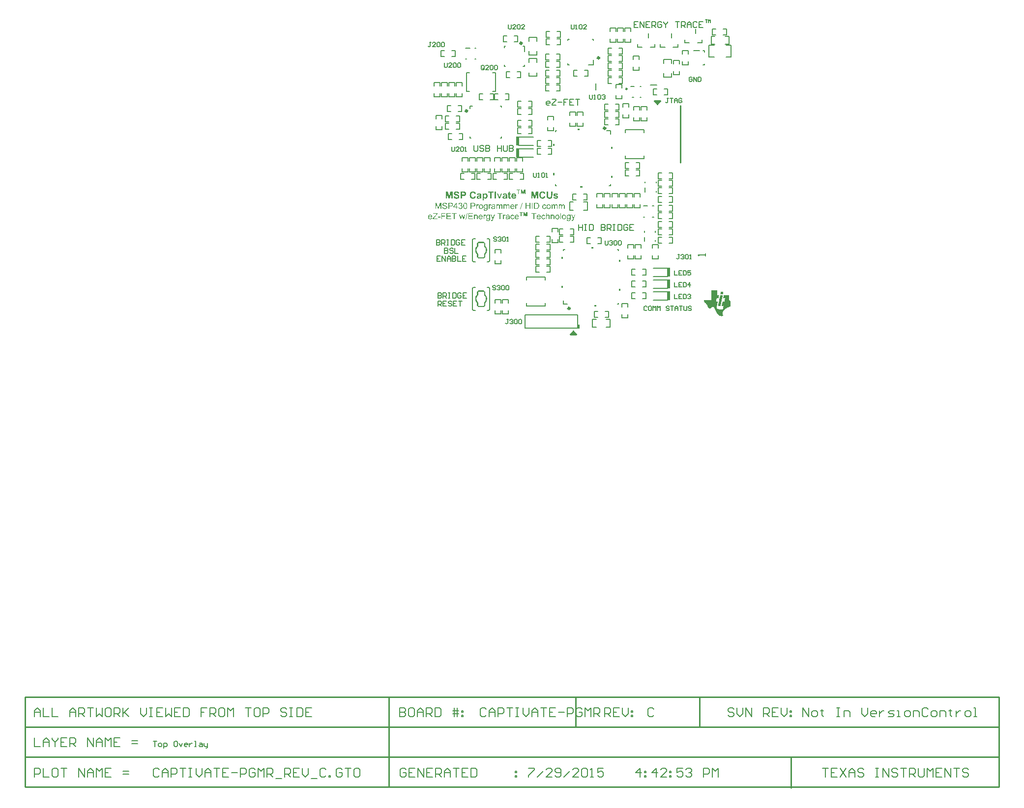
<source format=gto>
%FSAX25Y25*%
%MOIN*%
G70*
G01*
G75*
G04 Layer_Color=65535*
%ADD10R,0.01575X0.10236*%
%ADD11R,0.03150X0.02362*%
%ADD12R,0.03150X0.03150*%
%ADD13R,0.03937X0.03740*%
%ADD14R,0.01969X0.01181*%
%ADD15R,0.01181X0.01969*%
%ADD16R,0.02362X0.03150*%
%ADD17R,0.10236X0.01575*%
G04:AMPARAMS|DCode=18|XSize=23.62mil|YSize=39.37mil|CornerRadius=5.91mil|HoleSize=0mil|Usage=FLASHONLY|Rotation=0.000|XOffset=0mil|YOffset=0mil|HoleType=Round|Shape=RoundedRectangle|*
%AMROUNDEDRECTD18*
21,1,0.02362,0.02756,0,0,0.0*
21,1,0.01181,0.03937,0,0,0.0*
1,1,0.01181,0.00591,-0.01378*
1,1,0.01181,-0.00591,-0.01378*
1,1,0.01181,-0.00591,0.01378*
1,1,0.01181,0.00591,0.01378*
%
%ADD18ROUNDEDRECTD18*%
%ADD19R,0.05000X0.06300*%
%ADD20R,0.03740X0.03937*%
%ADD21R,0.04921X0.07087*%
%ADD22R,0.07087X0.04921*%
%ADD23C,0.03937*%
%ADD24O,0.00945X0.02362*%
%ADD25O,0.02362X0.00945*%
%ADD26R,0.16732X0.16732*%
%ADD27R,0.13583X0.13583*%
%ADD28R,0.06890X0.05906*%
%ADD29O,0.01181X0.02362*%
%ADD30R,0.01181X0.02362*%
%ADD31R,0.02165X0.00984*%
%ADD32R,0.02165X0.00787*%
%ADD33R,0.05512X0.03740*%
%ADD34R,0.08268X0.08268*%
%ADD35R,0.06299X0.07480*%
%ADD36R,0.04724X0.07480*%
%ADD37R,0.01575X0.05315*%
%ADD38O,0.02362X0.01181*%
%ADD39R,0.10630X0.10630*%
%ADD40C,0.00800*%
%ADD41C,0.00900*%
%ADD42C,0.01000*%
%ADD43C,0.02000*%
%ADD44C,0.01500*%
%ADD45C,0.01200*%
%ADD46R,0.17200X0.17200*%
%ADD47C,0.06000*%
%ADD48C,0.05906*%
%ADD49R,0.05906X0.05906*%
%ADD50R,0.03937X0.03937*%
%ADD51C,0.09843*%
%ADD52C,0.03000*%
%ADD53C,0.01969*%
%ADD54C,0.04000*%
%ADD55C,0.00100*%
%ADD56C,0.07543*%
%ADD57C,0.06756*%
%ADD58C,0.10693*%
%ADD59C,0.08000*%
%ADD60C,0.05600*%
%ADD61C,0.04787*%
%ADD62C,0.00700*%
%ADD63C,0.00787*%
%ADD64C,0.00669*%
%ADD65C,0.00600*%
%ADD66R,0.01969X0.06299*%
%ADD67R,0.01968X0.06299*%
%ADD68R,0.00787X0.03248*%
%ADD69R,0.01969X0.06299*%
%ADD70R,0.01280X0.02658*%
G36*
X0393692Y0428068D02*
X0393698Y0428074D01*
X0393710Y0428087D01*
X0393728Y0428104D01*
X0393758Y0428135D01*
X0393788Y0428165D01*
X0393830Y0428201D01*
X0393884Y0428237D01*
X0393938Y0428279D01*
X0393998Y0428315D01*
X0394065Y0428351D01*
X0394221Y0428417D01*
X0394305Y0428447D01*
X0394395Y0428465D01*
X0394491Y0428477D01*
X0394587Y0428483D01*
X0394641D01*
X0394708Y0428477D01*
X0394786Y0428465D01*
X0394876Y0428453D01*
X0394972Y0428429D01*
X0395068Y0428393D01*
X0395164Y0428351D01*
X0395176Y0428345D01*
X0395206Y0428327D01*
X0395249Y0428297D01*
X0395303Y0428255D01*
X0395357Y0428201D01*
X0395417Y0428141D01*
X0395471Y0428068D01*
X0395519Y0427984D01*
X0395525Y0427972D01*
X0395537Y0427942D01*
X0395555Y0427888D01*
X0395573Y0427810D01*
X0395591Y0427714D01*
X0395609Y0427600D01*
X0395621Y0427461D01*
X0395627Y0427305D01*
Y0425400D01*
X0395116D01*
Y0427311D01*
Y0427317D01*
Y0427329D01*
Y0427347D01*
Y0427371D01*
X0395110Y0427437D01*
X0395098Y0427522D01*
X0395074Y0427612D01*
X0395044Y0427702D01*
X0395002Y0427792D01*
X0394948Y0427864D01*
X0394942Y0427870D01*
X0394918Y0427894D01*
X0394882Y0427924D01*
X0394828Y0427954D01*
X0394762Y0427990D01*
X0394684Y0428014D01*
X0394587Y0428038D01*
X0394479Y0428044D01*
X0394443D01*
X0394401Y0428038D01*
X0394341Y0428032D01*
X0394281Y0428014D01*
X0394209Y0427996D01*
X0394137Y0427966D01*
X0394058Y0427924D01*
X0394053Y0427918D01*
X0394028Y0427900D01*
X0393992Y0427876D01*
X0393950Y0427840D01*
X0393902Y0427792D01*
X0393854Y0427738D01*
X0393812Y0427672D01*
X0393776Y0427600D01*
X0393770Y0427588D01*
X0393764Y0427564D01*
X0393752Y0427516D01*
X0393734Y0427455D01*
X0393716Y0427377D01*
X0393704Y0427281D01*
X0393698Y0427173D01*
X0393692Y0427047D01*
Y0425400D01*
X0393181D01*
Y0429559D01*
X0393692D01*
Y0428068D01*
D02*
G37*
G36*
X0386534Y0429066D02*
X0385164D01*
Y0425400D01*
X0384611D01*
Y0429066D01*
X0383241D01*
Y0429559D01*
X0386534D01*
Y0429066D01*
D02*
G37*
G36*
X0403380Y0425400D02*
X0402869D01*
Y0429559D01*
X0403380D01*
Y0425400D01*
D02*
G37*
G36*
X0384124Y0432400D02*
X0383571D01*
Y0436559D01*
X0384124D01*
Y0432400D01*
D02*
G37*
G36*
X0386804Y0436553D02*
X0386924Y0436547D01*
X0387045Y0436535D01*
X0387165Y0436517D01*
X0387267Y0436499D01*
X0387273D01*
X0387285Y0436493D01*
X0387303D01*
X0387327Y0436481D01*
X0387393Y0436463D01*
X0387477Y0436433D01*
X0387573Y0436391D01*
X0387676Y0436337D01*
X0387778Y0436276D01*
X0387874Y0436198D01*
X0387880Y0436192D01*
X0387886Y0436186D01*
X0387904Y0436168D01*
X0387928Y0436150D01*
X0387988Y0436090D01*
X0388060Y0436006D01*
X0388138Y0435904D01*
X0388223Y0435784D01*
X0388301Y0435645D01*
X0388367Y0435489D01*
Y0435483D01*
X0388373Y0435471D01*
X0388385Y0435447D01*
X0388391Y0435411D01*
X0388409Y0435369D01*
X0388421Y0435321D01*
X0388433Y0435267D01*
X0388451Y0435201D01*
X0388469Y0435135D01*
X0388481Y0435056D01*
X0388511Y0434888D01*
X0388529Y0434702D01*
X0388535Y0434497D01*
Y0434491D01*
Y0434480D01*
Y0434449D01*
Y0434419D01*
X0388529Y0434377D01*
Y0434329D01*
X0388523Y0434215D01*
X0388505Y0434083D01*
X0388487Y0433945D01*
X0388457Y0433800D01*
X0388421Y0433656D01*
Y0433650D01*
X0388415Y0433638D01*
X0388409Y0433620D01*
X0388403Y0433596D01*
X0388379Y0433530D01*
X0388343Y0433446D01*
X0388307Y0433350D01*
X0388259Y0433253D01*
X0388198Y0433151D01*
X0388138Y0433055D01*
X0388132Y0433043D01*
X0388108Y0433013D01*
X0388072Y0432971D01*
X0388024Y0432917D01*
X0387970Y0432857D01*
X0387904Y0432797D01*
X0387838Y0432731D01*
X0387760Y0432677D01*
X0387748Y0432670D01*
X0387724Y0432652D01*
X0387682Y0432628D01*
X0387621Y0432598D01*
X0387549Y0432562D01*
X0387465Y0432532D01*
X0387369Y0432496D01*
X0387261Y0432466D01*
X0387249D01*
X0387231Y0432460D01*
X0387213Y0432454D01*
X0387153Y0432448D01*
X0387069Y0432436D01*
X0386972Y0432424D01*
X0386858Y0432412D01*
X0386732Y0432406D01*
X0386594Y0432400D01*
X0385097D01*
Y0436559D01*
X0386696D01*
X0386804Y0436553D01*
D02*
G37*
G36*
X0367434Y0428477D02*
X0367524Y0428471D01*
X0367627Y0428459D01*
X0367729Y0428441D01*
X0367831Y0428417D01*
X0367927Y0428387D01*
X0367939Y0428381D01*
X0367969Y0428369D01*
X0368011Y0428351D01*
X0368065Y0428327D01*
X0368125Y0428291D01*
X0368185Y0428255D01*
X0368240Y0428207D01*
X0368288Y0428159D01*
X0368294Y0428153D01*
X0368306Y0428135D01*
X0368324Y0428104D01*
X0368348Y0428068D01*
X0368378Y0428014D01*
X0368402Y0427960D01*
X0368426Y0427894D01*
X0368444Y0427816D01*
Y0427810D01*
X0368450Y0427792D01*
X0368456Y0427756D01*
X0368462Y0427708D01*
Y0427642D01*
X0368468Y0427564D01*
X0368474Y0427461D01*
Y0427347D01*
Y0426662D01*
Y0426656D01*
Y0426632D01*
Y0426596D01*
Y0426548D01*
Y0426494D01*
Y0426428D01*
X0368480Y0426284D01*
Y0426133D01*
X0368486Y0425983D01*
X0368492Y0425917D01*
Y0425857D01*
X0368498Y0425803D01*
X0368504Y0425761D01*
Y0425755D01*
X0368510Y0425731D01*
X0368516Y0425695D01*
X0368534Y0425646D01*
X0368546Y0425592D01*
X0368570Y0425532D01*
X0368600Y0425466D01*
X0368630Y0425400D01*
X0368095D01*
X0368089Y0425406D01*
X0368083Y0425430D01*
X0368071Y0425460D01*
X0368053Y0425508D01*
X0368035Y0425562D01*
X0368023Y0425628D01*
X0368011Y0425701D01*
X0367999Y0425779D01*
X0367993D01*
X0367987Y0425767D01*
X0367951Y0425737D01*
X0367897Y0425695D01*
X0367825Y0425640D01*
X0367735Y0425586D01*
X0367645Y0425526D01*
X0367548Y0425472D01*
X0367446Y0425430D01*
X0367434Y0425424D01*
X0367398Y0425418D01*
X0367344Y0425400D01*
X0367278Y0425382D01*
X0367194Y0425364D01*
X0367098Y0425352D01*
X0366989Y0425340D01*
X0366881Y0425334D01*
X0366833D01*
X0366797Y0425340D01*
X0366755D01*
X0366707Y0425346D01*
X0366599Y0425364D01*
X0366479Y0425394D01*
X0366346Y0425436D01*
X0366226Y0425496D01*
X0366118Y0425574D01*
X0366106Y0425586D01*
X0366076Y0425616D01*
X0366034Y0425670D01*
X0365986Y0425743D01*
X0365938Y0425833D01*
X0365896Y0425935D01*
X0365866Y0426061D01*
X0365860Y0426121D01*
X0365854Y0426193D01*
Y0426205D01*
Y0426229D01*
X0365860Y0426271D01*
X0365866Y0426326D01*
X0365878Y0426392D01*
X0365896Y0426458D01*
X0365920Y0426530D01*
X0365950Y0426596D01*
X0365956Y0426602D01*
X0365968Y0426626D01*
X0365992Y0426662D01*
X0366022Y0426704D01*
X0366058Y0426752D01*
X0366106Y0426800D01*
X0366154Y0426848D01*
X0366214Y0426891D01*
X0366220Y0426896D01*
X0366244Y0426908D01*
X0366274Y0426932D01*
X0366322Y0426957D01*
X0366376Y0426981D01*
X0366443Y0427011D01*
X0366509Y0427035D01*
X0366587Y0427059D01*
X0366593D01*
X0366617Y0427065D01*
X0366653Y0427077D01*
X0366701Y0427083D01*
X0366761Y0427095D01*
X0366839Y0427107D01*
X0366929Y0427125D01*
X0367038Y0427137D01*
X0367044D01*
X0367068Y0427143D01*
X0367098D01*
X0367140Y0427149D01*
X0367188Y0427155D01*
X0367248Y0427167D01*
X0367314Y0427173D01*
X0367386Y0427185D01*
X0367530Y0427215D01*
X0367687Y0427245D01*
X0367825Y0427281D01*
X0367891Y0427299D01*
X0367951Y0427317D01*
Y0427323D01*
Y0427335D01*
X0367957Y0427371D01*
Y0427413D01*
Y0427437D01*
Y0427449D01*
Y0427455D01*
Y0427461D01*
Y0427497D01*
X0367951Y0427558D01*
X0367939Y0427624D01*
X0367921Y0427696D01*
X0367891Y0427768D01*
X0367855Y0427834D01*
X0367807Y0427888D01*
X0367801Y0427894D01*
X0367771Y0427918D01*
X0367723Y0427942D01*
X0367663Y0427978D01*
X0367579Y0428008D01*
X0367482Y0428038D01*
X0367362Y0428056D01*
X0367224Y0428062D01*
X0367164D01*
X0367104Y0428056D01*
X0367020Y0428044D01*
X0366935Y0428032D01*
X0366845Y0428008D01*
X0366761Y0427978D01*
X0366689Y0427936D01*
X0366683Y0427930D01*
X0366659Y0427912D01*
X0366629Y0427882D01*
X0366593Y0427834D01*
X0366557Y0427774D01*
X0366515Y0427696D01*
X0366479Y0427600D01*
X0366443Y0427492D01*
X0365944Y0427558D01*
Y0427564D01*
X0365950Y0427570D01*
Y0427588D01*
X0365956Y0427612D01*
X0365974Y0427666D01*
X0365998Y0427744D01*
X0366028Y0427822D01*
X0366064Y0427906D01*
X0366112Y0427990D01*
X0366166Y0428068D01*
X0366172Y0428074D01*
X0366196Y0428098D01*
X0366232Y0428135D01*
X0366280Y0428183D01*
X0366346Y0428231D01*
X0366425Y0428279D01*
X0366515Y0428333D01*
X0366617Y0428375D01*
X0366623D01*
X0366629Y0428381D01*
X0366647Y0428387D01*
X0366671Y0428393D01*
X0366731Y0428411D01*
X0366815Y0428429D01*
X0366911Y0428447D01*
X0367032Y0428465D01*
X0367158Y0428477D01*
X0367302Y0428483D01*
X0367368D01*
X0367434Y0428477D01*
D02*
G37*
G36*
X0328730Y0429066D02*
X0326272D01*
Y0427798D01*
X0328574D01*
Y0427305D01*
X0326272D01*
Y0425893D01*
X0328826D01*
Y0425400D01*
X0325719D01*
Y0429559D01*
X0328730D01*
Y0429066D01*
D02*
G37*
G36*
X0324998D02*
X0322738D01*
Y0427780D01*
X0324691D01*
Y0427287D01*
X0322738D01*
Y0425400D01*
X0322185D01*
Y0429559D01*
X0324998D01*
Y0429066D01*
D02*
G37*
G36*
X0332570D02*
X0331200D01*
Y0425400D01*
X0330647D01*
Y0429066D01*
X0329277D01*
Y0429559D01*
X0332570D01*
Y0429066D01*
D02*
G37*
G36*
X0363588D02*
X0362218D01*
Y0425400D01*
X0361665D01*
Y0429066D01*
X0360294D01*
Y0429559D01*
X0363588D01*
Y0429066D01*
D02*
G37*
G36*
X0343587D02*
X0341128D01*
Y0427798D01*
X0343430D01*
Y0427305D01*
X0341128D01*
Y0425893D01*
X0343683D01*
Y0425400D01*
X0340576D01*
Y0429559D01*
X0343587D01*
Y0429066D01*
D02*
G37*
G36*
X0328735Y0436553D02*
X0328838Y0436547D01*
X0328946Y0436541D01*
X0329048Y0436529D01*
X0329138Y0436517D01*
X0329150D01*
X0329192Y0436505D01*
X0329246Y0436493D01*
X0329318Y0436475D01*
X0329397Y0436445D01*
X0329481Y0436409D01*
X0329571Y0436367D01*
X0329649Y0436318D01*
X0329661Y0436312D01*
X0329685Y0436295D01*
X0329721Y0436258D01*
X0329769Y0436216D01*
X0329823Y0436162D01*
X0329877Y0436090D01*
X0329938Y0436012D01*
X0329986Y0435922D01*
X0329992Y0435910D01*
X0330004Y0435880D01*
X0330028Y0435826D01*
X0330052Y0435754D01*
X0330070Y0435669D01*
X0330094Y0435573D01*
X0330106Y0435465D01*
X0330112Y0435351D01*
Y0435345D01*
Y0435327D01*
Y0435303D01*
X0330106Y0435261D01*
X0330100Y0435219D01*
X0330094Y0435165D01*
X0330082Y0435105D01*
X0330070Y0435038D01*
X0330028Y0434900D01*
X0330004Y0434828D01*
X0329968Y0434750D01*
X0329925Y0434672D01*
X0329883Y0434600D01*
X0329829Y0434527D01*
X0329769Y0434455D01*
X0329763Y0434449D01*
X0329751Y0434437D01*
X0329733Y0434419D01*
X0329703Y0434401D01*
X0329667Y0434371D01*
X0329619Y0434341D01*
X0329559Y0434305D01*
X0329493Y0434275D01*
X0329415Y0434239D01*
X0329325Y0434203D01*
X0329228Y0434173D01*
X0329114Y0434149D01*
X0328994Y0434125D01*
X0328862Y0434107D01*
X0328712Y0434095D01*
X0328555Y0434089D01*
X0327491D01*
Y0432400D01*
X0326939D01*
Y0436559D01*
X0328645D01*
X0328735Y0436553D01*
D02*
G37*
G36*
X0332750Y0433866D02*
X0333315D01*
Y0433398D01*
X0332750D01*
Y0432400D01*
X0332239D01*
Y0433398D01*
X0330430D01*
Y0433866D01*
X0332335Y0436559D01*
X0332750D01*
Y0433866D01*
D02*
G37*
G36*
X0395074Y0435477D02*
X0395128Y0435471D01*
X0395188Y0435459D01*
X0395254Y0435447D01*
X0395332Y0435435D01*
X0395495Y0435381D01*
X0395579Y0435351D01*
X0395663Y0435309D01*
X0395747Y0435267D01*
X0395831Y0435207D01*
X0395909Y0435147D01*
X0395987Y0435074D01*
X0395993Y0435068D01*
X0396006Y0435056D01*
X0396024Y0435032D01*
X0396047Y0435002D01*
X0396078Y0434960D01*
X0396114Y0434906D01*
X0396150Y0434846D01*
X0396186Y0434780D01*
X0396222Y0434708D01*
X0396258Y0434618D01*
X0396294Y0434527D01*
X0396324Y0434425D01*
X0396348Y0434317D01*
X0396366Y0434203D01*
X0396378Y0434083D01*
X0396384Y0433951D01*
Y0433945D01*
Y0433926D01*
Y0433896D01*
Y0433854D01*
X0396378Y0433806D01*
X0396372Y0433746D01*
Y0433686D01*
X0396360Y0433620D01*
X0396342Y0433470D01*
X0396306Y0433320D01*
X0396264Y0433169D01*
X0396204Y0433031D01*
Y0433025D01*
X0396198Y0433019D01*
X0396186Y0433001D01*
X0396174Y0432977D01*
X0396132Y0432917D01*
X0396078Y0432845D01*
X0396006Y0432761D01*
X0395915Y0432677D01*
X0395813Y0432592D01*
X0395693Y0432514D01*
X0395687D01*
X0395681Y0432508D01*
X0395663Y0432496D01*
X0395633Y0432484D01*
X0395603Y0432472D01*
X0395567Y0432460D01*
X0395477Y0432424D01*
X0395374Y0432394D01*
X0395248Y0432364D01*
X0395116Y0432340D01*
X0394972Y0432334D01*
X0394912D01*
X0394864Y0432340D01*
X0394810Y0432346D01*
X0394749Y0432358D01*
X0394677Y0432370D01*
X0394605Y0432382D01*
X0394443Y0432430D01*
X0394353Y0432466D01*
X0394269Y0432502D01*
X0394184Y0432550D01*
X0394100Y0432604D01*
X0394022Y0432664D01*
X0393944Y0432737D01*
X0393938Y0432743D01*
X0393926Y0432755D01*
X0393908Y0432779D01*
X0393884Y0432815D01*
X0393854Y0432857D01*
X0393824Y0432905D01*
X0393788Y0432965D01*
X0393752Y0433037D01*
X0393716Y0433115D01*
X0393680Y0433205D01*
X0393650Y0433301D01*
X0393619Y0433404D01*
X0393595Y0433518D01*
X0393577Y0433638D01*
X0393565Y0433770D01*
X0393559Y0433909D01*
Y0433920D01*
Y0433945D01*
X0393565Y0433987D01*
Y0434047D01*
X0393571Y0434113D01*
X0393583Y0434197D01*
X0393595Y0434281D01*
X0393619Y0434377D01*
X0393643Y0434473D01*
X0393674Y0434576D01*
X0393710Y0434684D01*
X0393758Y0434786D01*
X0393806Y0434882D01*
X0393872Y0434978D01*
X0393938Y0435068D01*
X0394022Y0435147D01*
X0394028Y0435153D01*
X0394040Y0435159D01*
X0394064Y0435177D01*
X0394094Y0435201D01*
X0394130Y0435225D01*
X0394178Y0435255D01*
X0394227Y0435285D01*
X0394287Y0435315D01*
X0394353Y0435345D01*
X0394425Y0435375D01*
X0394587Y0435429D01*
X0394773Y0435471D01*
X0394870Y0435477D01*
X0394972Y0435483D01*
X0395032D01*
X0395074Y0435477D01*
D02*
G37*
G36*
X0391576Y0428477D02*
X0391613D01*
X0391661Y0428471D01*
X0391775Y0428453D01*
X0391901Y0428423D01*
X0392033Y0428375D01*
X0392165Y0428315D01*
X0392292Y0428231D01*
X0392298D01*
X0392304Y0428219D01*
X0392340Y0428183D01*
X0392394Y0428128D01*
X0392460Y0428050D01*
X0392526Y0427954D01*
X0392592Y0427834D01*
X0392652Y0427696D01*
X0392694Y0427534D01*
X0392195Y0427455D01*
Y0427461D01*
X0392189Y0427467D01*
X0392183Y0427503D01*
X0392165Y0427558D01*
X0392135Y0427624D01*
X0392105Y0427696D01*
X0392057Y0427774D01*
X0392003Y0427846D01*
X0391943Y0427906D01*
X0391937Y0427912D01*
X0391913Y0427930D01*
X0391871Y0427954D01*
X0391823Y0427984D01*
X0391757Y0428014D01*
X0391685Y0428038D01*
X0391600Y0428056D01*
X0391510Y0428062D01*
X0391474D01*
X0391444Y0428056D01*
X0391378Y0428050D01*
X0391288Y0428026D01*
X0391192Y0427996D01*
X0391084Y0427948D01*
X0390981Y0427876D01*
X0390933Y0427834D01*
X0390885Y0427786D01*
Y0427780D01*
X0390873Y0427774D01*
X0390861Y0427756D01*
X0390849Y0427732D01*
X0390831Y0427702D01*
X0390807Y0427666D01*
X0390789Y0427624D01*
X0390765Y0427576D01*
X0390741Y0427516D01*
X0390723Y0427449D01*
X0390699Y0427377D01*
X0390681Y0427299D01*
X0390669Y0427215D01*
X0390657Y0427119D01*
X0390645Y0427017D01*
Y0426908D01*
Y0426902D01*
Y0426885D01*
Y0426848D01*
X0390651Y0426812D01*
Y0426758D01*
X0390657Y0426704D01*
X0390675Y0426572D01*
X0390699Y0426428D01*
X0390741Y0426277D01*
X0390795Y0426145D01*
X0390831Y0426079D01*
X0390873Y0426025D01*
X0390885Y0426013D01*
X0390915Y0425983D01*
X0390969Y0425941D01*
X0391036Y0425893D01*
X0391126Y0425839D01*
X0391228Y0425797D01*
X0391348Y0425767D01*
X0391414Y0425761D01*
X0391480Y0425755D01*
X0391492D01*
X0391528Y0425761D01*
X0391588Y0425767D01*
X0391654Y0425779D01*
X0391733Y0425797D01*
X0391817Y0425833D01*
X0391901Y0425875D01*
X0391979Y0425935D01*
X0391991Y0425941D01*
X0392009Y0425971D01*
X0392045Y0426013D01*
X0392087Y0426079D01*
X0392129Y0426157D01*
X0392177Y0426253D01*
X0392214Y0426374D01*
X0392237Y0426506D01*
X0392742Y0426440D01*
Y0426434D01*
X0392736Y0426416D01*
X0392730Y0426392D01*
X0392724Y0426356D01*
X0392712Y0426307D01*
X0392700Y0426259D01*
X0392658Y0426139D01*
X0392604Y0426013D01*
X0392526Y0425875D01*
X0392430Y0425743D01*
X0392376Y0425682D01*
X0392316Y0425622D01*
X0392310Y0425616D01*
X0392298Y0425610D01*
X0392280Y0425598D01*
X0392255Y0425580D01*
X0392226Y0425556D01*
X0392183Y0425532D01*
X0392135Y0425508D01*
X0392087Y0425478D01*
X0391967Y0425424D01*
X0391823Y0425382D01*
X0391667Y0425346D01*
X0391576Y0425340D01*
X0391486Y0425334D01*
X0391426D01*
X0391384Y0425340D01*
X0391330Y0425346D01*
X0391270Y0425358D01*
X0391204Y0425370D01*
X0391132Y0425382D01*
X0390969Y0425430D01*
X0390891Y0425466D01*
X0390807Y0425502D01*
X0390723Y0425550D01*
X0390645Y0425604D01*
X0390567Y0425664D01*
X0390495Y0425737D01*
X0390489Y0425743D01*
X0390477Y0425755D01*
X0390459Y0425779D01*
X0390435Y0425809D01*
X0390410Y0425851D01*
X0390374Y0425905D01*
X0390344Y0425965D01*
X0390308Y0426031D01*
X0390272Y0426109D01*
X0390242Y0426199D01*
X0390206Y0426290D01*
X0390182Y0426398D01*
X0390158Y0426506D01*
X0390140Y0426632D01*
X0390128Y0426758D01*
X0390122Y0426896D01*
Y0426902D01*
Y0426921D01*
Y0426945D01*
Y0426981D01*
X0390128Y0427023D01*
Y0427071D01*
X0390134Y0427125D01*
X0390140Y0427185D01*
X0390158Y0427317D01*
X0390188Y0427461D01*
X0390224Y0427606D01*
X0390278Y0427750D01*
Y0427756D01*
X0390284Y0427768D01*
X0390296Y0427786D01*
X0390308Y0427810D01*
X0390344Y0427876D01*
X0390399Y0427954D01*
X0390471Y0428044D01*
X0390555Y0428135D01*
X0390657Y0428225D01*
X0390771Y0428297D01*
X0390777D01*
X0390789Y0428303D01*
X0390807Y0428315D01*
X0390831Y0428327D01*
X0390861Y0428339D01*
X0390897Y0428357D01*
X0390987Y0428393D01*
X0391090Y0428423D01*
X0391216Y0428453D01*
X0391348Y0428477D01*
X0391492Y0428483D01*
X0391540D01*
X0391576Y0428477D01*
D02*
G37*
G36*
X0370566D02*
X0370602D01*
X0370650Y0428471D01*
X0370764Y0428453D01*
X0370890Y0428423D01*
X0371022Y0428375D01*
X0371154Y0428315D01*
X0371281Y0428231D01*
X0371287D01*
X0371293Y0428219D01*
X0371329Y0428183D01*
X0371383Y0428128D01*
X0371449Y0428050D01*
X0371515Y0427954D01*
X0371581Y0427834D01*
X0371641Y0427696D01*
X0371683Y0427534D01*
X0371184Y0427455D01*
Y0427461D01*
X0371179Y0427467D01*
X0371172Y0427503D01*
X0371154Y0427558D01*
X0371124Y0427624D01*
X0371094Y0427696D01*
X0371046Y0427774D01*
X0370992Y0427846D01*
X0370932Y0427906D01*
X0370926Y0427912D01*
X0370902Y0427930D01*
X0370860Y0427954D01*
X0370812Y0427984D01*
X0370746Y0428014D01*
X0370674Y0428038D01*
X0370589Y0428056D01*
X0370499Y0428062D01*
X0370463D01*
X0370433Y0428056D01*
X0370367Y0428050D01*
X0370277Y0428026D01*
X0370181Y0427996D01*
X0370073Y0427948D01*
X0369970Y0427876D01*
X0369922Y0427834D01*
X0369874Y0427786D01*
Y0427780D01*
X0369862Y0427774D01*
X0369850Y0427756D01*
X0369838Y0427732D01*
X0369820Y0427702D01*
X0369796Y0427666D01*
X0369778Y0427624D01*
X0369754Y0427576D01*
X0369730Y0427516D01*
X0369712Y0427449D01*
X0369688Y0427377D01*
X0369670Y0427299D01*
X0369658Y0427215D01*
X0369646Y0427119D01*
X0369634Y0427017D01*
Y0426908D01*
Y0426902D01*
Y0426885D01*
Y0426848D01*
X0369640Y0426812D01*
Y0426758D01*
X0369646Y0426704D01*
X0369664Y0426572D01*
X0369688Y0426428D01*
X0369730Y0426277D01*
X0369784Y0426145D01*
X0369820Y0426079D01*
X0369862Y0426025D01*
X0369874Y0426013D01*
X0369904Y0425983D01*
X0369958Y0425941D01*
X0370024Y0425893D01*
X0370115Y0425839D01*
X0370217Y0425797D01*
X0370337Y0425767D01*
X0370403Y0425761D01*
X0370469Y0425755D01*
X0370481D01*
X0370517Y0425761D01*
X0370578Y0425767D01*
X0370644Y0425779D01*
X0370722Y0425797D01*
X0370806Y0425833D01*
X0370890Y0425875D01*
X0370968Y0425935D01*
X0370980Y0425941D01*
X0370998Y0425971D01*
X0371034Y0426013D01*
X0371076Y0426079D01*
X0371118Y0426157D01*
X0371166Y0426253D01*
X0371202Y0426374D01*
X0371227Y0426506D01*
X0371731Y0426440D01*
Y0426434D01*
X0371725Y0426416D01*
X0371719Y0426392D01*
X0371713Y0426356D01*
X0371701Y0426307D01*
X0371689Y0426259D01*
X0371647Y0426139D01*
X0371593Y0426013D01*
X0371515Y0425875D01*
X0371419Y0425743D01*
X0371365Y0425682D01*
X0371305Y0425622D01*
X0371299Y0425616D01*
X0371287Y0425610D01*
X0371269Y0425598D01*
X0371245Y0425580D01*
X0371215Y0425556D01*
X0371172Y0425532D01*
X0371124Y0425508D01*
X0371076Y0425478D01*
X0370956Y0425424D01*
X0370812Y0425382D01*
X0370656Y0425346D01*
X0370566Y0425340D01*
X0370475Y0425334D01*
X0370415D01*
X0370373Y0425340D01*
X0370319Y0425346D01*
X0370259Y0425358D01*
X0370193Y0425370D01*
X0370121Y0425382D01*
X0369958Y0425430D01*
X0369880Y0425466D01*
X0369796Y0425502D01*
X0369712Y0425550D01*
X0369634Y0425604D01*
X0369556Y0425664D01*
X0369484Y0425737D01*
X0369478Y0425743D01*
X0369466Y0425755D01*
X0369448Y0425779D01*
X0369424Y0425809D01*
X0369399Y0425851D01*
X0369363Y0425905D01*
X0369333Y0425965D01*
X0369297Y0426031D01*
X0369261Y0426109D01*
X0369231Y0426199D01*
X0369195Y0426290D01*
X0369171Y0426398D01*
X0369147Y0426506D01*
X0369129Y0426632D01*
X0369117Y0426758D01*
X0369111Y0426896D01*
Y0426902D01*
Y0426921D01*
Y0426945D01*
Y0426981D01*
X0369117Y0427023D01*
Y0427071D01*
X0369123Y0427125D01*
X0369129Y0427185D01*
X0369147Y0427317D01*
X0369177Y0427461D01*
X0369213Y0427606D01*
X0369267Y0427750D01*
Y0427756D01*
X0369273Y0427768D01*
X0369285Y0427786D01*
X0369297Y0427810D01*
X0369333Y0427876D01*
X0369388Y0427954D01*
X0369460Y0428044D01*
X0369544Y0428135D01*
X0369646Y0428225D01*
X0369760Y0428297D01*
X0369766D01*
X0369778Y0428303D01*
X0369796Y0428315D01*
X0369820Y0428327D01*
X0369850Y0428339D01*
X0369886Y0428357D01*
X0369976Y0428393D01*
X0370079Y0428423D01*
X0370205Y0428453D01*
X0370337Y0428477D01*
X0370481Y0428483D01*
X0370529D01*
X0370566Y0428477D01*
D02*
G37*
G36*
X0343929Y0436553D02*
X0344031Y0436547D01*
X0344139Y0436541D01*
X0344241Y0436529D01*
X0344332Y0436517D01*
X0344343D01*
X0344386Y0436505D01*
X0344440Y0436493D01*
X0344512Y0436475D01*
X0344590Y0436445D01*
X0344674Y0436409D01*
X0344764Y0436367D01*
X0344842Y0436318D01*
X0344854Y0436312D01*
X0344878Y0436295D01*
X0344914Y0436258D01*
X0344963Y0436216D01*
X0345017Y0436162D01*
X0345071Y0436090D01*
X0345131Y0436012D01*
X0345179Y0435922D01*
X0345185Y0435910D01*
X0345197Y0435880D01*
X0345221Y0435826D01*
X0345245Y0435754D01*
X0345263Y0435669D01*
X0345287Y0435573D01*
X0345299Y0435465D01*
X0345305Y0435351D01*
Y0435345D01*
Y0435327D01*
Y0435303D01*
X0345299Y0435261D01*
X0345293Y0435219D01*
X0345287Y0435165D01*
X0345275Y0435105D01*
X0345263Y0435038D01*
X0345221Y0434900D01*
X0345197Y0434828D01*
X0345161Y0434750D01*
X0345119Y0434672D01*
X0345077Y0434600D01*
X0345023Y0434527D01*
X0344963Y0434455D01*
X0344956Y0434449D01*
X0344945Y0434437D01*
X0344927Y0434419D01*
X0344896Y0434401D01*
X0344860Y0434371D01*
X0344812Y0434341D01*
X0344752Y0434305D01*
X0344686Y0434275D01*
X0344608Y0434239D01*
X0344518Y0434203D01*
X0344422Y0434173D01*
X0344307Y0434149D01*
X0344187Y0434125D01*
X0344055Y0434107D01*
X0343905Y0434095D01*
X0343748Y0434089D01*
X0342685D01*
Y0432400D01*
X0342132D01*
Y0436559D01*
X0343839D01*
X0343929Y0436553D01*
D02*
G37*
G36*
X0357337Y0425352D02*
Y0425346D01*
X0357331Y0425328D01*
X0357319Y0425304D01*
X0357307Y0425274D01*
X0357289Y0425232D01*
X0357271Y0425184D01*
X0357229Y0425081D01*
X0357187Y0424967D01*
X0357139Y0424853D01*
X0357091Y0424751D01*
X0357067Y0424709D01*
X0357049Y0424667D01*
X0357043Y0424655D01*
X0357025Y0424625D01*
X0356995Y0424583D01*
X0356959Y0424529D01*
X0356911Y0424469D01*
X0356857Y0424408D01*
X0356803Y0424348D01*
X0356736Y0424300D01*
X0356730Y0424294D01*
X0356706Y0424282D01*
X0356670Y0424264D01*
X0356616Y0424240D01*
X0356556Y0424216D01*
X0356484Y0424198D01*
X0356406Y0424186D01*
X0356316Y0424180D01*
X0356292D01*
X0356262Y0424186D01*
X0356220D01*
X0356171Y0424198D01*
X0356117Y0424210D01*
X0356057Y0424222D01*
X0355991Y0424246D01*
X0355937Y0424721D01*
X0355943D01*
X0355967Y0424715D01*
X0355997Y0424709D01*
X0356033Y0424697D01*
X0356129Y0424679D01*
X0356226Y0424673D01*
X0356256D01*
X0356286Y0424679D01*
X0356322D01*
X0356412Y0424697D01*
X0356454Y0424715D01*
X0356496Y0424733D01*
X0356502D01*
X0356514Y0424745D01*
X0356532Y0424757D01*
X0356556Y0424775D01*
X0356610Y0424823D01*
X0356658Y0424889D01*
Y0424895D01*
X0356670Y0424907D01*
X0356682Y0424931D01*
X0356694Y0424967D01*
X0356718Y0425015D01*
X0356743Y0425087D01*
X0356779Y0425172D01*
X0356815Y0425274D01*
Y0425280D01*
X0356827Y0425304D01*
X0356839Y0425346D01*
X0356863Y0425400D01*
X0355721Y0428417D01*
X0356262D01*
X0356893Y0426668D01*
Y0426662D01*
X0356899Y0426656D01*
X0356905Y0426638D01*
X0356911Y0426608D01*
X0356923Y0426578D01*
X0356935Y0426542D01*
X0356965Y0426458D01*
X0357001Y0426356D01*
X0357037Y0426235D01*
X0357073Y0426109D01*
X0357109Y0425971D01*
Y0425977D01*
X0357115Y0425989D01*
X0357121Y0426007D01*
X0357127Y0426031D01*
X0357133Y0426061D01*
X0357145Y0426097D01*
X0357169Y0426187D01*
X0357199Y0426290D01*
X0357241Y0426410D01*
X0357277Y0426530D01*
X0357325Y0426656D01*
X0357975Y0428417D01*
X0358485D01*
X0357337Y0425352D01*
D02*
G37*
G36*
X0357686Y0435477D02*
X0357776Y0435471D01*
X0357878Y0435459D01*
X0357980Y0435441D01*
X0358082Y0435417D01*
X0358178Y0435387D01*
X0358190Y0435381D01*
X0358221Y0435369D01*
X0358263Y0435351D01*
X0358317Y0435327D01*
X0358377Y0435291D01*
X0358437Y0435255D01*
X0358491Y0435207D01*
X0358539Y0435159D01*
X0358545Y0435153D01*
X0358557Y0435135D01*
X0358575Y0435105D01*
X0358599Y0435068D01*
X0358629Y0435014D01*
X0358653Y0434960D01*
X0358677Y0434894D01*
X0358695Y0434816D01*
Y0434810D01*
X0358701Y0434792D01*
X0358707Y0434756D01*
X0358713Y0434708D01*
Y0434642D01*
X0358719Y0434564D01*
X0358725Y0434461D01*
Y0434347D01*
Y0433662D01*
Y0433656D01*
Y0433632D01*
Y0433596D01*
Y0433548D01*
Y0433494D01*
Y0433428D01*
X0358731Y0433284D01*
Y0433133D01*
X0358737Y0432983D01*
X0358744Y0432917D01*
Y0432857D01*
X0358750Y0432803D01*
X0358755Y0432761D01*
Y0432755D01*
X0358762Y0432731D01*
X0358768Y0432694D01*
X0358786Y0432646D01*
X0358798Y0432592D01*
X0358822Y0432532D01*
X0358852Y0432466D01*
X0358882Y0432400D01*
X0358347D01*
X0358341Y0432406D01*
X0358335Y0432430D01*
X0358323Y0432460D01*
X0358305Y0432508D01*
X0358287Y0432562D01*
X0358275Y0432628D01*
X0358263Y0432700D01*
X0358251Y0432779D01*
X0358245D01*
X0358239Y0432767D01*
X0358203Y0432737D01*
X0358149Y0432694D01*
X0358076Y0432640D01*
X0357986Y0432586D01*
X0357896Y0432526D01*
X0357800Y0432472D01*
X0357698Y0432430D01*
X0357686Y0432424D01*
X0357650Y0432418D01*
X0357596Y0432400D01*
X0357529Y0432382D01*
X0357445Y0432364D01*
X0357349Y0432352D01*
X0357241Y0432340D01*
X0357133Y0432334D01*
X0357085D01*
X0357049Y0432340D01*
X0357007D01*
X0356959Y0432346D01*
X0356850Y0432364D01*
X0356730Y0432394D01*
X0356598Y0432436D01*
X0356478Y0432496D01*
X0356369Y0432574D01*
X0356358Y0432586D01*
X0356327Y0432616D01*
X0356285Y0432670D01*
X0356237Y0432743D01*
X0356189Y0432833D01*
X0356147Y0432935D01*
X0356117Y0433061D01*
X0356111Y0433121D01*
X0356105Y0433193D01*
Y0433205D01*
Y0433229D01*
X0356111Y0433272D01*
X0356117Y0433325D01*
X0356129Y0433392D01*
X0356147Y0433458D01*
X0356171Y0433530D01*
X0356201Y0433596D01*
X0356207Y0433602D01*
X0356219Y0433626D01*
X0356243Y0433662D01*
X0356273Y0433704D01*
X0356309Y0433752D01*
X0356358Y0433800D01*
X0356406Y0433848D01*
X0356466Y0433890D01*
X0356472Y0433896D01*
X0356496Y0433909D01*
X0356526Y0433932D01*
X0356574Y0433957D01*
X0356628Y0433981D01*
X0356694Y0434011D01*
X0356760Y0434035D01*
X0356838Y0434059D01*
X0356844D01*
X0356868Y0434065D01*
X0356904Y0434077D01*
X0356953Y0434083D01*
X0357013Y0434095D01*
X0357091Y0434107D01*
X0357181Y0434125D01*
X0357289Y0434137D01*
X0357295D01*
X0357319Y0434143D01*
X0357349D01*
X0357391Y0434149D01*
X0357439Y0434155D01*
X0357499Y0434167D01*
X0357565Y0434173D01*
X0357638Y0434185D01*
X0357782Y0434215D01*
X0357938Y0434245D01*
X0358076Y0434281D01*
X0358142Y0434299D01*
X0358203Y0434317D01*
Y0434323D01*
Y0434335D01*
X0358209Y0434371D01*
Y0434413D01*
Y0434437D01*
Y0434449D01*
Y0434455D01*
Y0434461D01*
Y0434497D01*
X0358203Y0434558D01*
X0358190Y0434624D01*
X0358172Y0434696D01*
X0358142Y0434768D01*
X0358106Y0434834D01*
X0358058Y0434888D01*
X0358052Y0434894D01*
X0358022Y0434918D01*
X0357974Y0434942D01*
X0357914Y0434978D01*
X0357830Y0435008D01*
X0357734Y0435038D01*
X0357614Y0435056D01*
X0357475Y0435062D01*
X0357415D01*
X0357355Y0435056D01*
X0357271Y0435044D01*
X0357187Y0435032D01*
X0357097Y0435008D01*
X0357013Y0434978D01*
X0356941Y0434936D01*
X0356934Y0434930D01*
X0356910Y0434912D01*
X0356880Y0434882D01*
X0356844Y0434834D01*
X0356808Y0434774D01*
X0356766Y0434696D01*
X0356730Y0434600D01*
X0356694Y0434491D01*
X0356195Y0434558D01*
Y0434564D01*
X0356201Y0434570D01*
Y0434588D01*
X0356207Y0434612D01*
X0356225Y0434666D01*
X0356249Y0434744D01*
X0356279Y0434822D01*
X0356315Y0434906D01*
X0356364Y0434990D01*
X0356418Y0435068D01*
X0356424Y0435074D01*
X0356448Y0435099D01*
X0356484Y0435135D01*
X0356532Y0435183D01*
X0356598Y0435231D01*
X0356676Y0435279D01*
X0356766Y0435333D01*
X0356868Y0435375D01*
X0356874D01*
X0356880Y0435381D01*
X0356898Y0435387D01*
X0356922Y0435393D01*
X0356982Y0435411D01*
X0357067Y0435429D01*
X0357163Y0435447D01*
X0357283Y0435465D01*
X0357409Y0435477D01*
X0357554Y0435483D01*
X0357620D01*
X0357686Y0435477D01*
D02*
G37*
G36*
X0411962Y0425352D02*
Y0425346D01*
X0411956Y0425328D01*
X0411944Y0425304D01*
X0411932Y0425274D01*
X0411914Y0425232D01*
X0411896Y0425184D01*
X0411854Y0425081D01*
X0411812Y0424967D01*
X0411764Y0424853D01*
X0411716Y0424751D01*
X0411692Y0424709D01*
X0411674Y0424667D01*
X0411668Y0424655D01*
X0411650Y0424625D01*
X0411620Y0424583D01*
X0411584Y0424529D01*
X0411536Y0424469D01*
X0411482Y0424408D01*
X0411427Y0424348D01*
X0411361Y0424300D01*
X0411355Y0424294D01*
X0411331Y0424282D01*
X0411295Y0424264D01*
X0411241Y0424240D01*
X0411181Y0424216D01*
X0411109Y0424198D01*
X0411031Y0424186D01*
X0410941Y0424180D01*
X0410917D01*
X0410886Y0424186D01*
X0410845D01*
X0410796Y0424198D01*
X0410742Y0424210D01*
X0410682Y0424222D01*
X0410616Y0424246D01*
X0410562Y0424721D01*
X0410568D01*
X0410592Y0424715D01*
X0410622Y0424709D01*
X0410658Y0424697D01*
X0410754Y0424679D01*
X0410850Y0424673D01*
X0410881D01*
X0410911Y0424679D01*
X0410947D01*
X0411037Y0424697D01*
X0411079Y0424715D01*
X0411121Y0424733D01*
X0411127D01*
X0411139Y0424745D01*
X0411157Y0424757D01*
X0411181Y0424775D01*
X0411235Y0424823D01*
X0411283Y0424889D01*
Y0424895D01*
X0411295Y0424907D01*
X0411307Y0424931D01*
X0411319Y0424967D01*
X0411343Y0425015D01*
X0411367Y0425087D01*
X0411403Y0425172D01*
X0411440Y0425274D01*
Y0425280D01*
X0411451Y0425304D01*
X0411463Y0425346D01*
X0411487Y0425400D01*
X0410346Y0428417D01*
X0410886D01*
X0411518Y0426668D01*
Y0426662D01*
X0411524Y0426656D01*
X0411530Y0426638D01*
X0411536Y0426608D01*
X0411548Y0426578D01*
X0411560Y0426542D01*
X0411590Y0426458D01*
X0411626Y0426356D01*
X0411662Y0426235D01*
X0411698Y0426109D01*
X0411734Y0425971D01*
Y0425977D01*
X0411740Y0425989D01*
X0411746Y0426007D01*
X0411752Y0426031D01*
X0411758Y0426061D01*
X0411770Y0426097D01*
X0411794Y0426187D01*
X0411824Y0426290D01*
X0411866Y0426410D01*
X0411902Y0426530D01*
X0411950Y0426656D01*
X0412599Y0428417D01*
X0413110D01*
X0411962Y0425352D01*
D02*
G37*
G36*
X0321536Y0426650D02*
X0319955D01*
Y0427161D01*
X0321536D01*
Y0426650D01*
D02*
G37*
G36*
X0337504Y0425400D02*
X0336982D01*
X0336501Y0427203D01*
X0336381Y0427720D01*
X0335774Y0425400D01*
X0335233D01*
X0334319Y0428417D01*
X0334854D01*
X0335335Y0426674D01*
X0335503Y0426025D01*
Y0426031D01*
X0335509Y0426043D01*
X0335515Y0426073D01*
X0335521Y0426091D01*
X0335527Y0426121D01*
X0335533Y0426157D01*
X0335545Y0426199D01*
X0335557Y0426247D01*
X0335575Y0426307D01*
X0335593Y0426374D01*
X0335611Y0426452D01*
X0335635Y0426542D01*
X0335659Y0426644D01*
X0336140Y0428417D01*
X0336663D01*
X0337114Y0426662D01*
X0337264Y0426085D01*
X0337438Y0426668D01*
X0337955Y0428417D01*
X0338454D01*
X0337504Y0425400D01*
D02*
G37*
G36*
X0405056Y0435477D02*
X0405099D01*
X0405141Y0435471D01*
X0405243Y0435453D01*
X0405351Y0435423D01*
X0405465Y0435375D01*
X0405579Y0435315D01*
X0405676Y0435231D01*
X0405688Y0435219D01*
X0405712Y0435183D01*
X0405754Y0435128D01*
X0405772Y0435086D01*
X0405796Y0435044D01*
X0405820Y0434990D01*
X0405838Y0434936D01*
X0405862Y0434876D01*
X0405880Y0434804D01*
X0405892Y0434732D01*
X0405904Y0434648D01*
X0405916Y0434564D01*
Y0434467D01*
Y0432400D01*
X0405405D01*
Y0434293D01*
Y0434299D01*
Y0434305D01*
Y0434341D01*
Y0434395D01*
X0405399Y0434461D01*
X0405393Y0434534D01*
X0405387Y0434606D01*
X0405375Y0434678D01*
X0405357Y0434732D01*
Y0434738D01*
X0405345Y0434756D01*
X0405333Y0434780D01*
X0405315Y0434810D01*
X0405291Y0434846D01*
X0405261Y0434882D01*
X0405225Y0434918D01*
X0405177Y0434954D01*
X0405171Y0434960D01*
X0405153Y0434966D01*
X0405129Y0434978D01*
X0405087Y0434996D01*
X0405045Y0435014D01*
X0404990Y0435026D01*
X0404936Y0435032D01*
X0404870Y0435038D01*
X0404840D01*
X0404816Y0435032D01*
X0404756Y0435026D01*
X0404684Y0435014D01*
X0404600Y0434984D01*
X0404510Y0434948D01*
X0404420Y0434894D01*
X0404335Y0434822D01*
X0404329Y0434810D01*
X0404305Y0434780D01*
X0404269Y0434732D01*
X0404233Y0434660D01*
X0404191Y0434564D01*
X0404161Y0434449D01*
X0404137Y0434311D01*
X0404125Y0434149D01*
Y0432400D01*
X0403614D01*
Y0434353D01*
Y0434359D01*
Y0434371D01*
Y0434383D01*
Y0434407D01*
X0403608Y0434473D01*
X0403596Y0434546D01*
X0403584Y0434630D01*
X0403560Y0434714D01*
X0403530Y0434792D01*
X0403488Y0434864D01*
X0403482Y0434870D01*
X0403464Y0434894D01*
X0403434Y0434918D01*
X0403392Y0434954D01*
X0403338Y0434984D01*
X0403265Y0435014D01*
X0403181Y0435032D01*
X0403079Y0435038D01*
X0403043D01*
X0403001Y0435032D01*
X0402953Y0435026D01*
X0402893Y0435008D01*
X0402821Y0434990D01*
X0402755Y0434960D01*
X0402683Y0434924D01*
X0402677Y0434918D01*
X0402653Y0434900D01*
X0402623Y0434876D01*
X0402580Y0434840D01*
X0402538Y0434792D01*
X0402496Y0434732D01*
X0402454Y0434666D01*
X0402418Y0434588D01*
X0402412Y0434576D01*
X0402406Y0434546D01*
X0402394Y0434497D01*
X0402376Y0434431D01*
X0402358Y0434341D01*
X0402346Y0434233D01*
X0402340Y0434107D01*
X0402334Y0433963D01*
Y0432400D01*
X0401823D01*
Y0435417D01*
X0402280D01*
Y0434984D01*
X0402286Y0434996D01*
X0402304Y0435020D01*
X0402340Y0435062D01*
X0402382Y0435111D01*
X0402436Y0435171D01*
X0402502Y0435231D01*
X0402574Y0435291D01*
X0402659Y0435345D01*
X0402671Y0435351D01*
X0402701Y0435369D01*
X0402749Y0435387D01*
X0402815Y0435417D01*
X0402893Y0435441D01*
X0402983Y0435459D01*
X0403085Y0435477D01*
X0403193Y0435483D01*
X0403247D01*
X0403314Y0435477D01*
X0403386Y0435465D01*
X0403476Y0435447D01*
X0403566Y0435423D01*
X0403656Y0435387D01*
X0403740Y0435339D01*
X0403752Y0435333D01*
X0403776Y0435315D01*
X0403812Y0435285D01*
X0403861Y0435237D01*
X0403909Y0435183D01*
X0403963Y0435116D01*
X0404011Y0435038D01*
X0404047Y0434948D01*
X0404053Y0434954D01*
X0404065Y0434972D01*
X0404083Y0434996D01*
X0404113Y0435032D01*
X0404149Y0435074D01*
X0404191Y0435116D01*
X0404239Y0435165D01*
X0404299Y0435219D01*
X0404365Y0435267D01*
X0404431Y0435315D01*
X0404510Y0435357D01*
X0404594Y0435399D01*
X0404684Y0435435D01*
X0404780Y0435459D01*
X0404876Y0435477D01*
X0404984Y0435483D01*
X0405026D01*
X0405056Y0435477D01*
D02*
G37*
G36*
X0400212D02*
X0400254D01*
X0400297Y0435471D01*
X0400399Y0435453D01*
X0400507Y0435423D01*
X0400621Y0435375D01*
X0400735Y0435315D01*
X0400832Y0435231D01*
X0400843Y0435219D01*
X0400868Y0435183D01*
X0400910Y0435128D01*
X0400928Y0435086D01*
X0400952Y0435044D01*
X0400976Y0434990D01*
X0400994Y0434936D01*
X0401018Y0434876D01*
X0401036Y0434804D01*
X0401048Y0434732D01*
X0401060Y0434648D01*
X0401072Y0434564D01*
Y0434467D01*
Y0432400D01*
X0400561D01*
Y0434293D01*
Y0434299D01*
Y0434305D01*
Y0434341D01*
Y0434395D01*
X0400555Y0434461D01*
X0400549Y0434534D01*
X0400543Y0434606D01*
X0400531Y0434678D01*
X0400513Y0434732D01*
Y0434738D01*
X0400501Y0434756D01*
X0400489Y0434780D01*
X0400471Y0434810D01*
X0400447Y0434846D01*
X0400417Y0434882D01*
X0400381Y0434918D01*
X0400333Y0434954D01*
X0400327Y0434960D01*
X0400309Y0434966D01*
X0400285Y0434978D01*
X0400243Y0434996D01*
X0400200Y0435014D01*
X0400146Y0435026D01*
X0400092Y0435032D01*
X0400026Y0435038D01*
X0399996D01*
X0399972Y0435032D01*
X0399912Y0435026D01*
X0399840Y0435014D01*
X0399756Y0434984D01*
X0399665Y0434948D01*
X0399575Y0434894D01*
X0399491Y0434822D01*
X0399485Y0434810D01*
X0399461Y0434780D01*
X0399425Y0434732D01*
X0399389Y0434660D01*
X0399347Y0434564D01*
X0399317Y0434449D01*
X0399293Y0434311D01*
X0399281Y0434149D01*
Y0432400D01*
X0398770D01*
Y0434353D01*
Y0434359D01*
Y0434371D01*
Y0434383D01*
Y0434407D01*
X0398764Y0434473D01*
X0398752Y0434546D01*
X0398740Y0434630D01*
X0398716Y0434714D01*
X0398686Y0434792D01*
X0398644Y0434864D01*
X0398638Y0434870D01*
X0398620Y0434894D01*
X0398590Y0434918D01*
X0398548Y0434954D01*
X0398494Y0434984D01*
X0398422Y0435014D01*
X0398337Y0435032D01*
X0398235Y0435038D01*
X0398199D01*
X0398157Y0435032D01*
X0398109Y0435026D01*
X0398049Y0435008D01*
X0397977Y0434990D01*
X0397911Y0434960D01*
X0397838Y0434924D01*
X0397832Y0434918D01*
X0397809Y0434900D01*
X0397778Y0434876D01*
X0397736Y0434840D01*
X0397694Y0434792D01*
X0397652Y0434732D01*
X0397610Y0434666D01*
X0397574Y0434588D01*
X0397568Y0434576D01*
X0397562Y0434546D01*
X0397550Y0434497D01*
X0397532Y0434431D01*
X0397514Y0434341D01*
X0397502Y0434233D01*
X0397496Y0434107D01*
X0397490Y0433963D01*
Y0432400D01*
X0396979D01*
Y0435417D01*
X0397436D01*
Y0434984D01*
X0397442Y0434996D01*
X0397460Y0435020D01*
X0397496Y0435062D01*
X0397538Y0435111D01*
X0397592Y0435171D01*
X0397658Y0435231D01*
X0397730Y0435291D01*
X0397814Y0435345D01*
X0397827Y0435351D01*
X0397856Y0435369D01*
X0397905Y0435387D01*
X0397971Y0435417D01*
X0398049Y0435441D01*
X0398139Y0435459D01*
X0398241Y0435477D01*
X0398349Y0435483D01*
X0398404D01*
X0398470Y0435477D01*
X0398542Y0435465D01*
X0398632Y0435447D01*
X0398722Y0435423D01*
X0398812Y0435387D01*
X0398896Y0435339D01*
X0398908Y0435333D01*
X0398932Y0435315D01*
X0398968Y0435285D01*
X0399016Y0435237D01*
X0399065Y0435183D01*
X0399119Y0435116D01*
X0399167Y0435038D01*
X0399203Y0434948D01*
X0399209Y0434954D01*
X0399221Y0434972D01*
X0399239Y0434996D01*
X0399269Y0435032D01*
X0399305Y0435074D01*
X0399347Y0435116D01*
X0399395Y0435165D01*
X0399455Y0435219D01*
X0399521Y0435267D01*
X0399587Y0435315D01*
X0399665Y0435357D01*
X0399750Y0435399D01*
X0399840Y0435435D01*
X0399936Y0435459D01*
X0400032Y0435477D01*
X0400140Y0435483D01*
X0400182D01*
X0400212Y0435477D01*
D02*
G37*
G36*
X0347144D02*
X0347210Y0435465D01*
X0347288Y0435441D01*
X0347373Y0435411D01*
X0347469Y0435369D01*
X0347571Y0435315D01*
X0347385Y0434846D01*
X0347378Y0434852D01*
X0347355Y0434864D01*
X0347318Y0434882D01*
X0347270Y0434900D01*
X0347216Y0434918D01*
X0347150Y0434936D01*
X0347084Y0434948D01*
X0347018Y0434954D01*
X0346988D01*
X0346958Y0434948D01*
X0346916Y0434942D01*
X0346874Y0434930D01*
X0346820Y0434912D01*
X0346765Y0434888D01*
X0346718Y0434852D01*
X0346711Y0434846D01*
X0346693Y0434834D01*
X0346675Y0434810D01*
X0346645Y0434780D01*
X0346615Y0434738D01*
X0346585Y0434690D01*
X0346555Y0434636D01*
X0346531Y0434570D01*
X0346525Y0434558D01*
X0346519Y0434521D01*
X0346507Y0434467D01*
X0346489Y0434395D01*
X0346471Y0434305D01*
X0346459Y0434203D01*
X0346453Y0434095D01*
X0346447Y0433975D01*
Y0432400D01*
X0345936D01*
Y0435417D01*
X0346399D01*
Y0434960D01*
X0346405Y0434966D01*
X0346429Y0435008D01*
X0346459Y0435062D01*
X0346507Y0435128D01*
X0346555Y0435195D01*
X0346609Y0435267D01*
X0346663Y0435327D01*
X0346718Y0435375D01*
X0346724Y0435381D01*
X0346742Y0435393D01*
X0346778Y0435411D01*
X0346814Y0435429D01*
X0346862Y0435447D01*
X0346922Y0435465D01*
X0346982Y0435477D01*
X0347048Y0435483D01*
X0347090D01*
X0347144Y0435477D01*
D02*
G37*
G36*
X0373636D02*
X0373702Y0435465D01*
X0373780Y0435441D01*
X0373865Y0435411D01*
X0373961Y0435369D01*
X0374063Y0435315D01*
X0373877Y0434846D01*
X0373871Y0434852D01*
X0373847Y0434864D01*
X0373811Y0434882D01*
X0373762Y0434900D01*
X0373708Y0434918D01*
X0373642Y0434936D01*
X0373576Y0434948D01*
X0373510Y0434954D01*
X0373480D01*
X0373450Y0434948D01*
X0373408Y0434942D01*
X0373366Y0434930D01*
X0373312Y0434912D01*
X0373258Y0434888D01*
X0373210Y0434852D01*
X0373203Y0434846D01*
X0373185Y0434834D01*
X0373167Y0434810D01*
X0373137Y0434780D01*
X0373107Y0434738D01*
X0373077Y0434690D01*
X0373047Y0434636D01*
X0373023Y0434570D01*
X0373017Y0434558D01*
X0373011Y0434521D01*
X0372999Y0434467D01*
X0372981Y0434395D01*
X0372963Y0434305D01*
X0372951Y0434203D01*
X0372945Y0434095D01*
X0372939Y0433975D01*
Y0432400D01*
X0372428D01*
Y0435417D01*
X0372891D01*
Y0434960D01*
X0372897Y0434966D01*
X0372921Y0435008D01*
X0372951Y0435062D01*
X0372999Y0435128D01*
X0373047Y0435195D01*
X0373101Y0435267D01*
X0373155Y0435327D01*
X0373210Y0435375D01*
X0373216Y0435381D01*
X0373234Y0435393D01*
X0373270Y0435411D01*
X0373306Y0435429D01*
X0373354Y0435447D01*
X0373414Y0435465D01*
X0373474Y0435477D01*
X0373540Y0435483D01*
X0373582D01*
X0373636Y0435477D01*
D02*
G37*
G36*
X0355546D02*
X0355612Y0435465D01*
X0355690Y0435441D01*
X0355774Y0435411D01*
X0355871Y0435369D01*
X0355973Y0435315D01*
X0355786Y0434846D01*
X0355781Y0434852D01*
X0355756Y0434864D01*
X0355720Y0434882D01*
X0355672Y0434900D01*
X0355618Y0434918D01*
X0355552Y0434936D01*
X0355486Y0434948D01*
X0355420Y0434954D01*
X0355390D01*
X0355360Y0434948D01*
X0355318Y0434942D01*
X0355276Y0434930D01*
X0355222Y0434912D01*
X0355168Y0434888D01*
X0355119Y0434852D01*
X0355113Y0434846D01*
X0355095Y0434834D01*
X0355077Y0434810D01*
X0355047Y0434780D01*
X0355017Y0434738D01*
X0354987Y0434690D01*
X0354957Y0434636D01*
X0354933Y0434570D01*
X0354927Y0434558D01*
X0354921Y0434521D01*
X0354909Y0434467D01*
X0354891Y0434395D01*
X0354873Y0434305D01*
X0354861Y0434203D01*
X0354855Y0434095D01*
X0354849Y0433975D01*
Y0432400D01*
X0354338D01*
Y0435417D01*
X0354801D01*
Y0434960D01*
X0354807Y0434966D01*
X0354831Y0435008D01*
X0354861Y0435062D01*
X0354909Y0435128D01*
X0354957Y0435195D01*
X0355011Y0435267D01*
X0355065Y0435327D01*
X0355119Y0435375D01*
X0355125Y0435381D01*
X0355143Y0435393D01*
X0355180Y0435411D01*
X0355216Y0435429D01*
X0355264Y0435447D01*
X0355324Y0435465D01*
X0355384Y0435477D01*
X0355450Y0435483D01*
X0355492D01*
X0355546Y0435477D01*
D02*
G37*
G36*
X0367584D02*
X0367626D01*
X0367668Y0435471D01*
X0367771Y0435453D01*
X0367879Y0435423D01*
X0367993Y0435375D01*
X0368107Y0435315D01*
X0368203Y0435231D01*
X0368215Y0435219D01*
X0368239Y0435183D01*
X0368281Y0435128D01*
X0368299Y0435086D01*
X0368323Y0435044D01*
X0368347Y0434990D01*
X0368366Y0434936D01*
X0368390Y0434876D01*
X0368408Y0434804D01*
X0368420Y0434732D01*
X0368432Y0434648D01*
X0368444Y0434564D01*
Y0434467D01*
Y0432400D01*
X0367933D01*
Y0434293D01*
Y0434299D01*
Y0434305D01*
Y0434341D01*
Y0434395D01*
X0367927Y0434461D01*
X0367921Y0434534D01*
X0367915Y0434606D01*
X0367903Y0434678D01*
X0367885Y0434732D01*
Y0434738D01*
X0367873Y0434756D01*
X0367861Y0434780D01*
X0367843Y0434810D01*
X0367819Y0434846D01*
X0367789Y0434882D01*
X0367752Y0434918D01*
X0367704Y0434954D01*
X0367698Y0434960D01*
X0367680Y0434966D01*
X0367656Y0434978D01*
X0367614Y0434996D01*
X0367572Y0435014D01*
X0367518Y0435026D01*
X0367464Y0435032D01*
X0367398Y0435038D01*
X0367368D01*
X0367344Y0435032D01*
X0367284Y0435026D01*
X0367212Y0435014D01*
X0367127Y0434984D01*
X0367037Y0434948D01*
X0366947Y0434894D01*
X0366863Y0434822D01*
X0366857Y0434810D01*
X0366833Y0434780D01*
X0366797Y0434732D01*
X0366761Y0434660D01*
X0366719Y0434564D01*
X0366689Y0434449D01*
X0366665Y0434311D01*
X0366653Y0434149D01*
Y0432400D01*
X0366142D01*
Y0434353D01*
Y0434359D01*
Y0434371D01*
Y0434383D01*
Y0434407D01*
X0366136Y0434473D01*
X0366124Y0434546D01*
X0366112Y0434630D01*
X0366088Y0434714D01*
X0366058Y0434792D01*
X0366016Y0434864D01*
X0366009Y0434870D01*
X0365991Y0434894D01*
X0365962Y0434918D01*
X0365919Y0434954D01*
X0365865Y0434984D01*
X0365793Y0435014D01*
X0365709Y0435032D01*
X0365607Y0435038D01*
X0365571D01*
X0365529Y0435032D01*
X0365481Y0435026D01*
X0365421Y0435008D01*
X0365349Y0434990D01*
X0365282Y0434960D01*
X0365210Y0434924D01*
X0365204Y0434918D01*
X0365180Y0434900D01*
X0365150Y0434876D01*
X0365108Y0434840D01*
X0365066Y0434792D01*
X0365024Y0434732D01*
X0364982Y0434666D01*
X0364946Y0434588D01*
X0364940Y0434576D01*
X0364934Y0434546D01*
X0364922Y0434497D01*
X0364904Y0434431D01*
X0364886Y0434341D01*
X0364874Y0434233D01*
X0364868Y0434107D01*
X0364862Y0433963D01*
Y0432400D01*
X0364351D01*
Y0435417D01*
X0364808D01*
Y0434984D01*
X0364814Y0434996D01*
X0364832Y0435020D01*
X0364868Y0435062D01*
X0364910Y0435111D01*
X0364964Y0435171D01*
X0365030Y0435231D01*
X0365102Y0435291D01*
X0365186Y0435345D01*
X0365198Y0435351D01*
X0365228Y0435369D01*
X0365276Y0435387D01*
X0365342Y0435417D01*
X0365421Y0435441D01*
X0365511Y0435459D01*
X0365613Y0435477D01*
X0365721Y0435483D01*
X0365775D01*
X0365841Y0435477D01*
X0365913Y0435465D01*
X0366003Y0435447D01*
X0366094Y0435423D01*
X0366184Y0435387D01*
X0366268Y0435339D01*
X0366280Y0435333D01*
X0366304Y0435315D01*
X0366340Y0435285D01*
X0366388Y0435237D01*
X0366436Y0435183D01*
X0366490Y0435116D01*
X0366538Y0435038D01*
X0366575Y0434948D01*
X0366581Y0434954D01*
X0366593Y0434972D01*
X0366611Y0434996D01*
X0366641Y0435032D01*
X0366677Y0435074D01*
X0366719Y0435116D01*
X0366767Y0435165D01*
X0366827Y0435219D01*
X0366893Y0435267D01*
X0366959Y0435315D01*
X0367037Y0435357D01*
X0367121Y0435399D01*
X0367212Y0435435D01*
X0367308Y0435459D01*
X0367404Y0435477D01*
X0367512Y0435483D01*
X0367554D01*
X0367584Y0435477D01*
D02*
G37*
G36*
X0392147D02*
X0392183D01*
X0392231Y0435471D01*
X0392345Y0435453D01*
X0392472Y0435423D01*
X0392604Y0435375D01*
X0392736Y0435315D01*
X0392862Y0435231D01*
X0392868D01*
X0392874Y0435219D01*
X0392910Y0435183D01*
X0392964Y0435128D01*
X0393031Y0435050D01*
X0393097Y0434954D01*
X0393163Y0434834D01*
X0393223Y0434696D01*
X0393265Y0434534D01*
X0392766Y0434455D01*
Y0434461D01*
X0392760Y0434467D01*
X0392754Y0434504D01*
X0392736Y0434558D01*
X0392706Y0434624D01*
X0392676Y0434696D01*
X0392628Y0434774D01*
X0392574Y0434846D01*
X0392514Y0434906D01*
X0392508Y0434912D01*
X0392484Y0434930D01*
X0392442Y0434954D01*
X0392393Y0434984D01*
X0392327Y0435014D01*
X0392255Y0435038D01*
X0392171Y0435056D01*
X0392081Y0435062D01*
X0392045D01*
X0392015Y0435056D01*
X0391949Y0435050D01*
X0391859Y0435026D01*
X0391762Y0434996D01*
X0391654Y0434948D01*
X0391552Y0434876D01*
X0391504Y0434834D01*
X0391456Y0434786D01*
Y0434780D01*
X0391444Y0434774D01*
X0391432Y0434756D01*
X0391420Y0434732D01*
X0391402Y0434702D01*
X0391378Y0434666D01*
X0391360Y0434624D01*
X0391336Y0434576D01*
X0391312Y0434515D01*
X0391294Y0434449D01*
X0391270Y0434377D01*
X0391251Y0434299D01*
X0391240Y0434215D01*
X0391228Y0434119D01*
X0391215Y0434017D01*
Y0433909D01*
Y0433903D01*
Y0433884D01*
Y0433848D01*
X0391221Y0433812D01*
Y0433758D01*
X0391228Y0433704D01*
X0391246Y0433572D01*
X0391270Y0433428D01*
X0391312Y0433278D01*
X0391366Y0433145D01*
X0391402Y0433079D01*
X0391444Y0433025D01*
X0391456Y0433013D01*
X0391486Y0432983D01*
X0391540Y0432941D01*
X0391606Y0432893D01*
X0391696Y0432839D01*
X0391798Y0432797D01*
X0391919Y0432767D01*
X0391985Y0432761D01*
X0392051Y0432755D01*
X0392063D01*
X0392099Y0432761D01*
X0392159Y0432767D01*
X0392225Y0432779D01*
X0392303Y0432797D01*
X0392387Y0432833D01*
X0392472Y0432875D01*
X0392550Y0432935D01*
X0392562Y0432941D01*
X0392580Y0432971D01*
X0392616Y0433013D01*
X0392658Y0433079D01*
X0392700Y0433157D01*
X0392748Y0433253D01*
X0392784Y0433374D01*
X0392808Y0433506D01*
X0393313Y0433440D01*
Y0433434D01*
X0393307Y0433416D01*
X0393301Y0433392D01*
X0393295Y0433356D01*
X0393283Y0433308D01*
X0393271Y0433259D01*
X0393229Y0433139D01*
X0393175Y0433013D01*
X0393097Y0432875D01*
X0393001Y0432743D01*
X0392946Y0432683D01*
X0392886Y0432622D01*
X0392880Y0432616D01*
X0392868Y0432610D01*
X0392850Y0432598D01*
X0392826Y0432580D01*
X0392796Y0432556D01*
X0392754Y0432532D01*
X0392706Y0432508D01*
X0392658Y0432478D01*
X0392538Y0432424D01*
X0392393Y0432382D01*
X0392237Y0432346D01*
X0392147Y0432340D01*
X0392057Y0432334D01*
X0391997D01*
X0391955Y0432340D01*
X0391901Y0432346D01*
X0391841Y0432358D01*
X0391774Y0432370D01*
X0391702Y0432382D01*
X0391540Y0432430D01*
X0391462Y0432466D01*
X0391378Y0432502D01*
X0391294Y0432550D01*
X0391215Y0432604D01*
X0391137Y0432664D01*
X0391065Y0432737D01*
X0391059Y0432743D01*
X0391047Y0432755D01*
X0391029Y0432779D01*
X0391005Y0432809D01*
X0390981Y0432851D01*
X0390945Y0432905D01*
X0390915Y0432965D01*
X0390879Y0433031D01*
X0390843Y0433109D01*
X0390813Y0433199D01*
X0390777Y0433289D01*
X0390753Y0433398D01*
X0390729Y0433506D01*
X0390711Y0433632D01*
X0390699Y0433758D01*
X0390693Y0433896D01*
Y0433903D01*
Y0433920D01*
Y0433945D01*
Y0433981D01*
X0390699Y0434023D01*
Y0434071D01*
X0390705Y0434125D01*
X0390711Y0434185D01*
X0390729Y0434317D01*
X0390759Y0434461D01*
X0390795Y0434606D01*
X0390849Y0434750D01*
Y0434756D01*
X0390855Y0434768D01*
X0390867Y0434786D01*
X0390879Y0434810D01*
X0390915Y0434876D01*
X0390969Y0434954D01*
X0391041Y0435044D01*
X0391125Y0435135D01*
X0391228Y0435225D01*
X0391342Y0435297D01*
X0391348D01*
X0391360Y0435303D01*
X0391378Y0435315D01*
X0391402Y0435327D01*
X0391432Y0435339D01*
X0391468Y0435357D01*
X0391558Y0435393D01*
X0391660Y0435423D01*
X0391786Y0435453D01*
X0391919Y0435477D01*
X0392063Y0435483D01*
X0392111D01*
X0392147Y0435477D01*
D02*
G37*
G36*
X0322167Y0432400D02*
X0321638D01*
Y0435880D01*
X0320424Y0432400D01*
X0319931D01*
X0318729Y0435940D01*
Y0432400D01*
X0318200D01*
Y0436559D01*
X0319023D01*
X0320009Y0433608D01*
Y0433602D01*
X0320015Y0433590D01*
X0320021Y0433572D01*
X0320033Y0433542D01*
X0320057Y0433470D01*
X0320087Y0433380D01*
X0320117Y0433278D01*
X0320153Y0433175D01*
X0320183Y0433079D01*
X0320207Y0432995D01*
X0320213Y0433007D01*
X0320219Y0433037D01*
X0320237Y0433091D01*
X0320261Y0433163D01*
X0320291Y0433259D01*
X0320334Y0433374D01*
X0320376Y0433506D01*
X0320430Y0433662D01*
X0321427Y0436559D01*
X0322167D01*
Y0432400D01*
D02*
G37*
G36*
X0335268Y0436571D02*
X0335347Y0436559D01*
X0335443Y0436541D01*
X0335551Y0436511D01*
X0335659Y0436475D01*
X0335767Y0436427D01*
X0335773D01*
X0335779Y0436421D01*
X0335815Y0436403D01*
X0335869Y0436367D01*
X0335929Y0436325D01*
X0336002Y0436264D01*
X0336074Y0436198D01*
X0336146Y0436120D01*
X0336206Y0436030D01*
X0336212Y0436018D01*
X0336230Y0435988D01*
X0336254Y0435934D01*
X0336284Y0435868D01*
X0336314Y0435790D01*
X0336338Y0435700D01*
X0336356Y0435597D01*
X0336362Y0435495D01*
Y0435483D01*
Y0435447D01*
X0336356Y0435399D01*
X0336344Y0435333D01*
X0336326Y0435255D01*
X0336296Y0435171D01*
X0336260Y0435086D01*
X0336212Y0435002D01*
X0336206Y0434990D01*
X0336188Y0434966D01*
X0336152Y0434924D01*
X0336104Y0434876D01*
X0336044Y0434822D01*
X0335972Y0434762D01*
X0335887Y0434708D01*
X0335785Y0434654D01*
X0335791D01*
X0335803Y0434648D01*
X0335821Y0434642D01*
X0335845Y0434636D01*
X0335911Y0434612D01*
X0335996Y0434576D01*
X0336092Y0434527D01*
X0336188Y0434467D01*
X0336278Y0434389D01*
X0336362Y0434299D01*
X0336368Y0434287D01*
X0336392Y0434251D01*
X0336428Y0434191D01*
X0336464Y0434113D01*
X0336501Y0434017D01*
X0336537Y0433903D01*
X0336561Y0433770D01*
X0336567Y0433626D01*
Y0433620D01*
Y0433602D01*
Y0433572D01*
X0336561Y0433536D01*
X0336555Y0433488D01*
X0336543Y0433434D01*
X0336530Y0433374D01*
X0336519Y0433308D01*
X0336470Y0433163D01*
X0336434Y0433085D01*
X0336398Y0433013D01*
X0336350Y0432935D01*
X0336296Y0432857D01*
X0336236Y0432779D01*
X0336164Y0432706D01*
X0336158Y0432700D01*
X0336146Y0432689D01*
X0336122Y0432670D01*
X0336092Y0432646D01*
X0336056Y0432616D01*
X0336008Y0432586D01*
X0335953Y0432550D01*
X0335887Y0432520D01*
X0335821Y0432484D01*
X0335743Y0432448D01*
X0335665Y0432418D01*
X0335575Y0432388D01*
X0335479Y0432364D01*
X0335377Y0432346D01*
X0335274Y0432334D01*
X0335160Y0432328D01*
X0335106D01*
X0335070Y0432334D01*
X0335022Y0432340D01*
X0334968Y0432346D01*
X0334908Y0432358D01*
X0334842Y0432370D01*
X0334697Y0432406D01*
X0334547Y0432466D01*
X0334469Y0432502D01*
X0334397Y0432544D01*
X0334325Y0432598D01*
X0334253Y0432652D01*
X0334247Y0432658D01*
X0334235Y0432670D01*
X0334217Y0432689D01*
X0334199Y0432713D01*
X0334169Y0432743D01*
X0334138Y0432785D01*
X0334103Y0432827D01*
X0334066Y0432881D01*
X0334030Y0432941D01*
X0333994Y0433001D01*
X0333928Y0433145D01*
X0333874Y0433314D01*
X0333856Y0433404D01*
X0333844Y0433500D01*
X0334355Y0433566D01*
Y0433560D01*
X0334361Y0433548D01*
X0334367Y0433524D01*
X0334373Y0433494D01*
X0334379Y0433458D01*
X0334391Y0433416D01*
X0334421Y0433325D01*
X0334463Y0433217D01*
X0334517Y0433115D01*
X0334577Y0433019D01*
X0334649Y0432935D01*
X0334661Y0432929D01*
X0334685Y0432905D01*
X0334734Y0432875D01*
X0334794Y0432845D01*
X0334866Y0432809D01*
X0334956Y0432779D01*
X0335058Y0432755D01*
X0335166Y0432749D01*
X0335202D01*
X0335226Y0432755D01*
X0335292Y0432761D01*
X0335377Y0432779D01*
X0335473Y0432809D01*
X0335575Y0432851D01*
X0335677Y0432911D01*
X0335773Y0432995D01*
X0335785Y0433007D01*
X0335815Y0433043D01*
X0335851Y0433097D01*
X0335899Y0433169D01*
X0335947Y0433259D01*
X0335984Y0433362D01*
X0336014Y0433482D01*
X0336026Y0433614D01*
Y0433620D01*
Y0433632D01*
Y0433650D01*
X0336020Y0433674D01*
X0336014Y0433740D01*
X0335996Y0433818D01*
X0335972Y0433915D01*
X0335929Y0434011D01*
X0335869Y0434107D01*
X0335791Y0434197D01*
X0335779Y0434209D01*
X0335749Y0434233D01*
X0335701Y0434269D01*
X0335635Y0434311D01*
X0335551Y0434353D01*
X0335449Y0434389D01*
X0335334Y0434413D01*
X0335208Y0434425D01*
X0335154D01*
X0335112Y0434419D01*
X0335058Y0434413D01*
X0334998Y0434401D01*
X0334926Y0434389D01*
X0334848Y0434371D01*
X0334908Y0434822D01*
X0334938D01*
X0334962Y0434816D01*
X0335040D01*
X0335106Y0434828D01*
X0335184Y0434840D01*
X0335274Y0434858D01*
X0335377Y0434888D01*
X0335473Y0434930D01*
X0335575Y0434984D01*
X0335581D01*
X0335587Y0434990D01*
X0335617Y0435014D01*
X0335659Y0435056D01*
X0335707Y0435111D01*
X0335755Y0435189D01*
X0335797Y0435279D01*
X0335827Y0435381D01*
X0335839Y0435441D01*
Y0435507D01*
Y0435513D01*
Y0435519D01*
Y0435555D01*
X0335827Y0435603D01*
X0335815Y0435669D01*
X0335791Y0435742D01*
X0335761Y0435820D01*
X0335713Y0435898D01*
X0335647Y0435970D01*
X0335641Y0435976D01*
X0335611Y0436000D01*
X0335569Y0436030D01*
X0335515Y0436066D01*
X0335443Y0436096D01*
X0335359Y0436126D01*
X0335262Y0436150D01*
X0335154Y0436156D01*
X0335106D01*
X0335052Y0436144D01*
X0334980Y0436132D01*
X0334902Y0436108D01*
X0334824Y0436078D01*
X0334739Y0436030D01*
X0334661Y0435970D01*
X0334655Y0435964D01*
X0334631Y0435934D01*
X0334595Y0435892D01*
X0334553Y0435832D01*
X0334511Y0435754D01*
X0334469Y0435657D01*
X0334433Y0435543D01*
X0334409Y0435411D01*
X0333898Y0435501D01*
Y0435507D01*
X0333904Y0435525D01*
X0333910Y0435549D01*
X0333916Y0435585D01*
X0333928Y0435627D01*
X0333946Y0435675D01*
X0333982Y0435790D01*
X0334042Y0435922D01*
X0334115Y0436054D01*
X0334205Y0436180D01*
X0334319Y0436295D01*
X0334325Y0436301D01*
X0334337Y0436306D01*
X0334355Y0436318D01*
X0334379Y0436337D01*
X0334409Y0436361D01*
X0334451Y0436385D01*
X0334493Y0436409D01*
X0334547Y0436439D01*
X0334667Y0436487D01*
X0334806Y0436535D01*
X0334968Y0436565D01*
X0335052Y0436577D01*
X0335202D01*
X0335268Y0436571D01*
D02*
G37*
G36*
X0362740Y0435477D02*
X0362782D01*
X0362824Y0435471D01*
X0362926Y0435453D01*
X0363035Y0435423D01*
X0363149Y0435375D01*
X0363263Y0435315D01*
X0363359Y0435231D01*
X0363371Y0435219D01*
X0363395Y0435183D01*
X0363437Y0435128D01*
X0363455Y0435086D01*
X0363479Y0435044D01*
X0363503Y0434990D01*
X0363521Y0434936D01*
X0363545Y0434876D01*
X0363563Y0434804D01*
X0363576Y0434732D01*
X0363587Y0434648D01*
X0363599Y0434564D01*
Y0434467D01*
Y0432400D01*
X0363089D01*
Y0434293D01*
Y0434299D01*
Y0434305D01*
Y0434341D01*
Y0434395D01*
X0363083Y0434461D01*
X0363077Y0434534D01*
X0363071Y0434606D01*
X0363059Y0434678D01*
X0363041Y0434732D01*
Y0434738D01*
X0363029Y0434756D01*
X0363017Y0434780D01*
X0362999Y0434810D01*
X0362975Y0434846D01*
X0362945Y0434882D01*
X0362908Y0434918D01*
X0362860Y0434954D01*
X0362854Y0434960D01*
X0362836Y0434966D01*
X0362812Y0434978D01*
X0362770Y0434996D01*
X0362728Y0435014D01*
X0362674Y0435026D01*
X0362620Y0435032D01*
X0362554Y0435038D01*
X0362524D01*
X0362500Y0435032D01*
X0362440Y0435026D01*
X0362368Y0435014D01*
X0362283Y0434984D01*
X0362193Y0434948D01*
X0362103Y0434894D01*
X0362019Y0434822D01*
X0362013Y0434810D01*
X0361989Y0434780D01*
X0361953Y0434732D01*
X0361917Y0434660D01*
X0361875Y0434564D01*
X0361845Y0434449D01*
X0361821Y0434311D01*
X0361809Y0434149D01*
Y0432400D01*
X0361298D01*
Y0434353D01*
Y0434359D01*
Y0434371D01*
Y0434383D01*
Y0434407D01*
X0361292Y0434473D01*
X0361280Y0434546D01*
X0361268Y0434630D01*
X0361244Y0434714D01*
X0361214Y0434792D01*
X0361172Y0434864D01*
X0361165Y0434870D01*
X0361147Y0434894D01*
X0361117Y0434918D01*
X0361075Y0434954D01*
X0361021Y0434984D01*
X0360949Y0435014D01*
X0360865Y0435032D01*
X0360763Y0435038D01*
X0360727D01*
X0360685Y0435032D01*
X0360637Y0435026D01*
X0360577Y0435008D01*
X0360504Y0434990D01*
X0360438Y0434960D01*
X0360366Y0434924D01*
X0360360Y0434918D01*
X0360336Y0434900D01*
X0360306Y0434876D01*
X0360264Y0434840D01*
X0360222Y0434792D01*
X0360180Y0434732D01*
X0360138Y0434666D01*
X0360102Y0434588D01*
X0360096Y0434576D01*
X0360090Y0434546D01*
X0360078Y0434497D01*
X0360060Y0434431D01*
X0360042Y0434341D01*
X0360030Y0434233D01*
X0360024Y0434107D01*
X0360018Y0433963D01*
Y0432400D01*
X0359507D01*
Y0435417D01*
X0359963D01*
Y0434984D01*
X0359969Y0434996D01*
X0359987Y0435020D01*
X0360024Y0435062D01*
X0360066Y0435111D01*
X0360120Y0435171D01*
X0360186Y0435231D01*
X0360258Y0435291D01*
X0360342Y0435345D01*
X0360354Y0435351D01*
X0360384Y0435369D01*
X0360432Y0435387D01*
X0360498Y0435417D01*
X0360577Y0435441D01*
X0360667Y0435459D01*
X0360769Y0435477D01*
X0360877Y0435483D01*
X0360931D01*
X0360997Y0435477D01*
X0361069Y0435465D01*
X0361159Y0435447D01*
X0361250Y0435423D01*
X0361340Y0435387D01*
X0361424Y0435339D01*
X0361436Y0435333D01*
X0361460Y0435315D01*
X0361496Y0435285D01*
X0361544Y0435237D01*
X0361592Y0435183D01*
X0361646Y0435116D01*
X0361694Y0435038D01*
X0361730Y0434948D01*
X0361736Y0434954D01*
X0361749Y0434972D01*
X0361767Y0434996D01*
X0361796Y0435032D01*
X0361833Y0435074D01*
X0361875Y0435116D01*
X0361923Y0435165D01*
X0361983Y0435219D01*
X0362049Y0435267D01*
X0362115Y0435315D01*
X0362193Y0435357D01*
X0362277Y0435399D01*
X0362368Y0435435D01*
X0362464Y0435459D01*
X0362560Y0435477D01*
X0362668Y0435483D01*
X0362710D01*
X0362740Y0435477D01*
D02*
G37*
G36*
X0382561Y0432400D02*
X0382008D01*
Y0434359D01*
X0379857D01*
Y0432400D01*
X0379304D01*
Y0436559D01*
X0379857D01*
Y0434852D01*
X0382008D01*
Y0436559D01*
X0382561D01*
Y0432400D01*
D02*
G37*
G36*
X0388373Y0428477D02*
X0388421Y0428471D01*
X0388481Y0428459D01*
X0388547Y0428447D01*
X0388626Y0428429D01*
X0388698Y0428411D01*
X0388782Y0428381D01*
X0388860Y0428351D01*
X0388944Y0428309D01*
X0389028Y0428261D01*
X0389112Y0428207D01*
X0389190Y0428141D01*
X0389263Y0428068D01*
X0389269Y0428062D01*
X0389281Y0428050D01*
X0389299Y0428026D01*
X0389323Y0427990D01*
X0389353Y0427948D01*
X0389383Y0427900D01*
X0389419Y0427840D01*
X0389455Y0427768D01*
X0389491Y0427690D01*
X0389527Y0427606D01*
X0389557Y0427509D01*
X0389587Y0427407D01*
X0389611Y0427293D01*
X0389629Y0427173D01*
X0389641Y0427047D01*
X0389647Y0426908D01*
Y0426902D01*
Y0426878D01*
Y0426836D01*
X0389641Y0426776D01*
X0387387D01*
Y0426770D01*
Y0426752D01*
X0387393Y0426728D01*
Y0426692D01*
X0387400Y0426650D01*
X0387411Y0426602D01*
X0387429Y0426494D01*
X0387466Y0426374D01*
X0387514Y0426241D01*
X0387580Y0426121D01*
X0387664Y0426013D01*
X0387670D01*
X0387676Y0426001D01*
X0387712Y0425971D01*
X0387766Y0425929D01*
X0387838Y0425887D01*
X0387934Y0425839D01*
X0388042Y0425797D01*
X0388163Y0425767D01*
X0388229Y0425761D01*
X0388301Y0425755D01*
X0388349D01*
X0388403Y0425761D01*
X0388469Y0425773D01*
X0388541Y0425791D01*
X0388626Y0425815D01*
X0388704Y0425851D01*
X0388782Y0425899D01*
X0388788Y0425905D01*
X0388818Y0425929D01*
X0388854Y0425965D01*
X0388896Y0426013D01*
X0388944Y0426079D01*
X0388998Y0426163D01*
X0389052Y0426259D01*
X0389100Y0426374D01*
X0389629Y0426307D01*
Y0426301D01*
X0389623Y0426290D01*
X0389617Y0426265D01*
X0389605Y0426229D01*
X0389587Y0426193D01*
X0389569Y0426145D01*
X0389521Y0426043D01*
X0389461Y0425929D01*
X0389377Y0425809D01*
X0389281Y0425695D01*
X0389160Y0425586D01*
X0389154D01*
X0389142Y0425574D01*
X0389124Y0425562D01*
X0389100Y0425544D01*
X0389064Y0425526D01*
X0389028Y0425508D01*
X0388980Y0425484D01*
X0388926Y0425460D01*
X0388866Y0425436D01*
X0388806Y0425412D01*
X0388655Y0425376D01*
X0388487Y0425346D01*
X0388301Y0425334D01*
X0388235D01*
X0388193Y0425340D01*
X0388139Y0425346D01*
X0388073Y0425358D01*
X0388000Y0425370D01*
X0387922Y0425382D01*
X0387754Y0425430D01*
X0387664Y0425466D01*
X0387580Y0425502D01*
X0387490Y0425550D01*
X0387405Y0425604D01*
X0387327Y0425664D01*
X0387249Y0425737D01*
X0387243Y0425743D01*
X0387231Y0425755D01*
X0387213Y0425779D01*
X0387189Y0425815D01*
X0387159Y0425857D01*
X0387129Y0425905D01*
X0387093Y0425965D01*
X0387057Y0426031D01*
X0387021Y0426109D01*
X0386985Y0426193D01*
X0386955Y0426290D01*
X0386925Y0426392D01*
X0386901Y0426500D01*
X0386883Y0426620D01*
X0386871Y0426746D01*
X0386865Y0426878D01*
Y0426885D01*
Y0426915D01*
Y0426951D01*
X0386871Y0427005D01*
X0386877Y0427071D01*
X0386883Y0427143D01*
X0386895Y0427227D01*
X0386913Y0427311D01*
X0386961Y0427503D01*
X0386991Y0427600D01*
X0387027Y0427702D01*
X0387075Y0427798D01*
X0387129Y0427888D01*
X0387189Y0427978D01*
X0387255Y0428062D01*
X0387261Y0428068D01*
X0387273Y0428081D01*
X0387297Y0428098D01*
X0387327Y0428128D01*
X0387363Y0428159D01*
X0387411Y0428195D01*
X0387466Y0428237D01*
X0387532Y0428273D01*
X0387598Y0428315D01*
X0387676Y0428351D01*
X0387760Y0428387D01*
X0387850Y0428417D01*
X0387946Y0428447D01*
X0388049Y0428465D01*
X0388157Y0428477D01*
X0388271Y0428483D01*
X0388331D01*
X0388373Y0428477D01*
D02*
G37*
G36*
X0373504D02*
X0373552Y0428471D01*
X0373612Y0428459D01*
X0373679Y0428447D01*
X0373757Y0428429D01*
X0373829Y0428411D01*
X0373913Y0428381D01*
X0373991Y0428351D01*
X0374075Y0428309D01*
X0374159Y0428261D01*
X0374244Y0428207D01*
X0374322Y0428141D01*
X0374394Y0428068D01*
X0374400Y0428062D01*
X0374412Y0428050D01*
X0374430Y0428026D01*
X0374454Y0427990D01*
X0374484Y0427948D01*
X0374514Y0427900D01*
X0374550Y0427840D01*
X0374586Y0427768D01*
X0374622Y0427690D01*
X0374658Y0427606D01*
X0374688Y0427509D01*
X0374718Y0427407D01*
X0374742Y0427293D01*
X0374760Y0427173D01*
X0374772Y0427047D01*
X0374779Y0426908D01*
Y0426902D01*
Y0426878D01*
Y0426836D01*
X0374772Y0426776D01*
X0372519D01*
Y0426770D01*
Y0426752D01*
X0372525Y0426728D01*
Y0426692D01*
X0372531Y0426650D01*
X0372543Y0426602D01*
X0372561Y0426494D01*
X0372597Y0426374D01*
X0372645Y0426241D01*
X0372711Y0426121D01*
X0372795Y0426013D01*
X0372801D01*
X0372807Y0426001D01*
X0372843Y0425971D01*
X0372897Y0425929D01*
X0372970Y0425887D01*
X0373066Y0425839D01*
X0373174Y0425797D01*
X0373294Y0425767D01*
X0373360Y0425761D01*
X0373432Y0425755D01*
X0373480D01*
X0373534Y0425761D01*
X0373601Y0425773D01*
X0373673Y0425791D01*
X0373757Y0425815D01*
X0373835Y0425851D01*
X0373913Y0425899D01*
X0373919Y0425905D01*
X0373949Y0425929D01*
X0373985Y0425965D01*
X0374027Y0426013D01*
X0374075Y0426079D01*
X0374129Y0426163D01*
X0374184Y0426259D01*
X0374232Y0426374D01*
X0374760Y0426307D01*
Y0426301D01*
X0374754Y0426290D01*
X0374748Y0426265D01*
X0374736Y0426229D01*
X0374718Y0426193D01*
X0374700Y0426145D01*
X0374652Y0426043D01*
X0374592Y0425929D01*
X0374508Y0425809D01*
X0374412Y0425695D01*
X0374292Y0425586D01*
X0374286D01*
X0374274Y0425574D01*
X0374256Y0425562D01*
X0374232Y0425544D01*
X0374196Y0425526D01*
X0374159Y0425508D01*
X0374111Y0425484D01*
X0374057Y0425460D01*
X0373997Y0425436D01*
X0373937Y0425412D01*
X0373787Y0425376D01*
X0373619Y0425346D01*
X0373432Y0425334D01*
X0373366D01*
X0373324Y0425340D01*
X0373270Y0425346D01*
X0373204Y0425358D01*
X0373132Y0425370D01*
X0373054Y0425382D01*
X0372885Y0425430D01*
X0372795Y0425466D01*
X0372711Y0425502D01*
X0372621Y0425550D01*
X0372537Y0425604D01*
X0372459Y0425664D01*
X0372380Y0425737D01*
X0372375Y0425743D01*
X0372362Y0425755D01*
X0372344Y0425779D01*
X0372320Y0425815D01*
X0372290Y0425857D01*
X0372260Y0425905D01*
X0372224Y0425965D01*
X0372188Y0426031D01*
X0372152Y0426109D01*
X0372116Y0426193D01*
X0372086Y0426290D01*
X0372056Y0426392D01*
X0372032Y0426500D01*
X0372014Y0426620D01*
X0372002Y0426746D01*
X0371996Y0426878D01*
Y0426885D01*
Y0426915D01*
Y0426951D01*
X0372002Y0427005D01*
X0372008Y0427071D01*
X0372014Y0427143D01*
X0372026Y0427227D01*
X0372044Y0427311D01*
X0372092Y0427503D01*
X0372122Y0427600D01*
X0372158Y0427702D01*
X0372206Y0427798D01*
X0372260Y0427888D01*
X0372320Y0427978D01*
X0372387Y0428062D01*
X0372393Y0428068D01*
X0372405Y0428081D01*
X0372428Y0428098D01*
X0372459Y0428128D01*
X0372495Y0428159D01*
X0372543Y0428195D01*
X0372597Y0428237D01*
X0372663Y0428273D01*
X0372729Y0428315D01*
X0372807Y0428351D01*
X0372891Y0428387D01*
X0372982Y0428417D01*
X0373078Y0428447D01*
X0373180Y0428465D01*
X0373288Y0428477D01*
X0373402Y0428483D01*
X0373462D01*
X0373504Y0428477D01*
D02*
G37*
G36*
X0400970D02*
X0401024Y0428471D01*
X0401084Y0428459D01*
X0401150Y0428447D01*
X0401229Y0428435D01*
X0401391Y0428381D01*
X0401475Y0428351D01*
X0401559Y0428309D01*
X0401643Y0428267D01*
X0401727Y0428207D01*
X0401805Y0428147D01*
X0401884Y0428074D01*
X0401890Y0428068D01*
X0401902Y0428056D01*
X0401920Y0428032D01*
X0401944Y0428002D01*
X0401974Y0427960D01*
X0402010Y0427906D01*
X0402046Y0427846D01*
X0402082Y0427780D01*
X0402118Y0427708D01*
X0402154Y0427618D01*
X0402190Y0427528D01*
X0402220Y0427425D01*
X0402244Y0427317D01*
X0402262Y0427203D01*
X0402274Y0427083D01*
X0402280Y0426951D01*
Y0426945D01*
Y0426927D01*
Y0426896D01*
Y0426854D01*
X0402274Y0426806D01*
X0402268Y0426746D01*
Y0426686D01*
X0402256Y0426620D01*
X0402238Y0426470D01*
X0402202Y0426320D01*
X0402160Y0426169D01*
X0402100Y0426031D01*
Y0426025D01*
X0402094Y0426019D01*
X0402082Y0426001D01*
X0402070Y0425977D01*
X0402028Y0425917D01*
X0401974Y0425845D01*
X0401902Y0425761D01*
X0401811Y0425676D01*
X0401709Y0425592D01*
X0401589Y0425514D01*
X0401583D01*
X0401577Y0425508D01*
X0401559Y0425496D01*
X0401529Y0425484D01*
X0401499Y0425472D01*
X0401463Y0425460D01*
X0401373Y0425424D01*
X0401270Y0425394D01*
X0401144Y0425364D01*
X0401012Y0425340D01*
X0400868Y0425334D01*
X0400808D01*
X0400760Y0425340D01*
X0400706Y0425346D01*
X0400645Y0425358D01*
X0400573Y0425370D01*
X0400501Y0425382D01*
X0400339Y0425430D01*
X0400249Y0425466D01*
X0400165Y0425502D01*
X0400081Y0425550D01*
X0399996Y0425604D01*
X0399918Y0425664D01*
X0399840Y0425737D01*
X0399834Y0425743D01*
X0399822Y0425755D01*
X0399804Y0425779D01*
X0399780Y0425815D01*
X0399750Y0425857D01*
X0399720Y0425905D01*
X0399684Y0425965D01*
X0399648Y0426037D01*
X0399612Y0426115D01*
X0399576Y0426205D01*
X0399546Y0426301D01*
X0399516Y0426404D01*
X0399492Y0426518D01*
X0399474Y0426638D01*
X0399462Y0426770D01*
X0399455Y0426908D01*
Y0426921D01*
Y0426945D01*
X0399462Y0426987D01*
Y0427047D01*
X0399467Y0427113D01*
X0399480Y0427197D01*
X0399492Y0427281D01*
X0399516Y0427377D01*
X0399540Y0427473D01*
X0399570Y0427576D01*
X0399606Y0427684D01*
X0399654Y0427786D01*
X0399702Y0427882D01*
X0399768Y0427978D01*
X0399834Y0428068D01*
X0399918Y0428147D01*
X0399924Y0428153D01*
X0399936Y0428159D01*
X0399960Y0428177D01*
X0399990Y0428201D01*
X0400027Y0428225D01*
X0400074Y0428255D01*
X0400123Y0428285D01*
X0400183Y0428315D01*
X0400249Y0428345D01*
X0400321Y0428375D01*
X0400483Y0428429D01*
X0400669Y0428471D01*
X0400766Y0428477D01*
X0400868Y0428483D01*
X0400928D01*
X0400970Y0428477D01*
D02*
G37*
G36*
X0319565Y0429066D02*
X0317215Y0426187D01*
X0316968Y0425893D01*
X0319631D01*
Y0425400D01*
X0316337D01*
Y0425911D01*
X0318471Y0428567D01*
Y0428573D01*
X0318483Y0428579D01*
X0318513Y0428615D01*
X0318555Y0428669D01*
X0318609Y0428735D01*
X0318675Y0428814D01*
X0318747Y0428898D01*
X0318825Y0428982D01*
X0318903Y0429066D01*
X0316578D01*
Y0429559D01*
X0319565D01*
Y0429066D01*
D02*
G37*
G36*
X0405496Y0428477D02*
X0405550Y0428471D01*
X0405610Y0428459D01*
X0405676Y0428447D01*
X0405754Y0428435D01*
X0405916Y0428381D01*
X0406000Y0428351D01*
X0406084Y0428309D01*
X0406169Y0428267D01*
X0406253Y0428207D01*
X0406331Y0428147D01*
X0406409Y0428074D01*
X0406415Y0428068D01*
X0406427Y0428056D01*
X0406445Y0428032D01*
X0406469Y0428002D01*
X0406499Y0427960D01*
X0406535Y0427906D01*
X0406571Y0427846D01*
X0406607Y0427780D01*
X0406643Y0427708D01*
X0406679Y0427618D01*
X0406716Y0427528D01*
X0406746Y0427425D01*
X0406770Y0427317D01*
X0406788Y0427203D01*
X0406800Y0427083D01*
X0406806Y0426951D01*
Y0426945D01*
Y0426927D01*
Y0426896D01*
Y0426854D01*
X0406800Y0426806D01*
X0406794Y0426746D01*
Y0426686D01*
X0406782Y0426620D01*
X0406764Y0426470D01*
X0406728Y0426320D01*
X0406686Y0426169D01*
X0406626Y0426031D01*
Y0426025D01*
X0406619Y0426019D01*
X0406607Y0426001D01*
X0406595Y0425977D01*
X0406553Y0425917D01*
X0406499Y0425845D01*
X0406427Y0425761D01*
X0406337Y0425676D01*
X0406235Y0425592D01*
X0406115Y0425514D01*
X0406109D01*
X0406103Y0425508D01*
X0406084Y0425496D01*
X0406054Y0425484D01*
X0406024Y0425472D01*
X0405988Y0425460D01*
X0405898Y0425424D01*
X0405796Y0425394D01*
X0405670Y0425364D01*
X0405538Y0425340D01*
X0405393Y0425334D01*
X0405333D01*
X0405285Y0425340D01*
X0405231Y0425346D01*
X0405171Y0425358D01*
X0405099Y0425370D01*
X0405027Y0425382D01*
X0404865Y0425430D01*
X0404774Y0425466D01*
X0404690Y0425502D01*
X0404606Y0425550D01*
X0404522Y0425604D01*
X0404444Y0425664D01*
X0404366Y0425737D01*
X0404360Y0425743D01*
X0404348Y0425755D01*
X0404330Y0425779D01*
X0404306Y0425815D01*
X0404276Y0425857D01*
X0404246Y0425905D01*
X0404209Y0425965D01*
X0404173Y0426037D01*
X0404137Y0426115D01*
X0404101Y0426205D01*
X0404071Y0426301D01*
X0404041Y0426404D01*
X0404017Y0426518D01*
X0403999Y0426638D01*
X0403987Y0426770D01*
X0403981Y0426908D01*
Y0426921D01*
Y0426945D01*
X0403987Y0426987D01*
Y0427047D01*
X0403993Y0427113D01*
X0404005Y0427197D01*
X0404017Y0427281D01*
X0404041Y0427377D01*
X0404065Y0427473D01*
X0404095Y0427576D01*
X0404131Y0427684D01*
X0404179Y0427786D01*
X0404227Y0427882D01*
X0404294Y0427978D01*
X0404360Y0428068D01*
X0404444Y0428147D01*
X0404450Y0428153D01*
X0404462Y0428159D01*
X0404486Y0428177D01*
X0404516Y0428201D01*
X0404552Y0428225D01*
X0404600Y0428255D01*
X0404648Y0428285D01*
X0404708Y0428315D01*
X0404774Y0428345D01*
X0404846Y0428375D01*
X0405009Y0428429D01*
X0405195Y0428471D01*
X0405291Y0428477D01*
X0405393Y0428483D01*
X0405453D01*
X0405496Y0428477D01*
D02*
G37*
G36*
X0348948D02*
X0348996Y0428471D01*
X0349056Y0428459D01*
X0349122Y0428447D01*
X0349200Y0428429D01*
X0349272Y0428411D01*
X0349356Y0428381D01*
X0349434Y0428351D01*
X0349518Y0428309D01*
X0349603Y0428261D01*
X0349687Y0428207D01*
X0349765Y0428141D01*
X0349837Y0428068D01*
X0349843Y0428062D01*
X0349855Y0428050D01*
X0349873Y0428026D01*
X0349897Y0427990D01*
X0349927Y0427948D01*
X0349957Y0427900D01*
X0349993Y0427840D01*
X0350029Y0427768D01*
X0350065Y0427690D01*
X0350101Y0427606D01*
X0350131Y0427509D01*
X0350162Y0427407D01*
X0350185Y0427293D01*
X0350204Y0427173D01*
X0350216Y0427047D01*
X0350222Y0426908D01*
Y0426902D01*
Y0426878D01*
Y0426836D01*
X0350216Y0426776D01*
X0347962D01*
Y0426770D01*
Y0426752D01*
X0347968Y0426728D01*
Y0426692D01*
X0347974Y0426650D01*
X0347986Y0426602D01*
X0348004Y0426494D01*
X0348040Y0426374D01*
X0348088Y0426241D01*
X0348154Y0426121D01*
X0348238Y0426013D01*
X0348244D01*
X0348250Y0426001D01*
X0348286Y0425971D01*
X0348341Y0425929D01*
X0348413Y0425887D01*
X0348509Y0425839D01*
X0348617Y0425797D01*
X0348737Y0425767D01*
X0348803Y0425761D01*
X0348875Y0425755D01*
X0348923D01*
X0348977Y0425761D01*
X0349044Y0425773D01*
X0349116Y0425791D01*
X0349200Y0425815D01*
X0349278Y0425851D01*
X0349356Y0425899D01*
X0349362Y0425905D01*
X0349392Y0425929D01*
X0349428Y0425965D01*
X0349470Y0426013D01*
X0349518Y0426079D01*
X0349572Y0426163D01*
X0349627Y0426259D01*
X0349675Y0426374D01*
X0350204Y0426307D01*
Y0426301D01*
X0350198Y0426290D01*
X0350192Y0426265D01*
X0350180Y0426229D01*
X0350162Y0426193D01*
X0350144Y0426145D01*
X0350095Y0426043D01*
X0350035Y0425929D01*
X0349951Y0425809D01*
X0349855Y0425695D01*
X0349735Y0425586D01*
X0349729D01*
X0349717Y0425574D01*
X0349699Y0425562D01*
X0349675Y0425544D01*
X0349639Y0425526D01*
X0349603Y0425508D01*
X0349554Y0425484D01*
X0349500Y0425460D01*
X0349440Y0425436D01*
X0349380Y0425412D01*
X0349230Y0425376D01*
X0349062Y0425346D01*
X0348875Y0425334D01*
X0348809D01*
X0348767Y0425340D01*
X0348713Y0425346D01*
X0348647Y0425358D01*
X0348575Y0425370D01*
X0348497Y0425382D01*
X0348328Y0425430D01*
X0348238Y0425466D01*
X0348154Y0425502D01*
X0348064Y0425550D01*
X0347980Y0425604D01*
X0347902Y0425664D01*
X0347824Y0425737D01*
X0347818Y0425743D01*
X0347806Y0425755D01*
X0347788Y0425779D01*
X0347763Y0425815D01*
X0347733Y0425857D01*
X0347703Y0425905D01*
X0347667Y0425965D01*
X0347631Y0426031D01*
X0347595Y0426109D01*
X0347559Y0426193D01*
X0347529Y0426290D01*
X0347499Y0426392D01*
X0347475Y0426500D01*
X0347457Y0426620D01*
X0347445Y0426746D01*
X0347439Y0426878D01*
Y0426885D01*
Y0426915D01*
Y0426951D01*
X0347445Y0427005D01*
X0347451Y0427071D01*
X0347457Y0427143D01*
X0347469Y0427227D01*
X0347487Y0427311D01*
X0347535Y0427503D01*
X0347565Y0427600D01*
X0347601Y0427702D01*
X0347649Y0427798D01*
X0347703Y0427888D01*
X0347763Y0427978D01*
X0347830Y0428062D01*
X0347836Y0428068D01*
X0347848Y0428081D01*
X0347872Y0428098D01*
X0347902Y0428128D01*
X0347938Y0428159D01*
X0347986Y0428195D01*
X0348040Y0428237D01*
X0348106Y0428273D01*
X0348172Y0428315D01*
X0348250Y0428351D01*
X0348335Y0428387D01*
X0348425Y0428417D01*
X0348521Y0428447D01*
X0348623Y0428465D01*
X0348731Y0428477D01*
X0348845Y0428483D01*
X0348905D01*
X0348948Y0428477D01*
D02*
G37*
G36*
X0353978D02*
X0354020Y0428471D01*
X0354074Y0428459D01*
X0354134Y0428447D01*
X0354200Y0428429D01*
X0354266Y0428405D01*
X0354339Y0428375D01*
X0354411Y0428339D01*
X0354489Y0428297D01*
X0354561Y0428249D01*
X0354633Y0428189D01*
X0354705Y0428123D01*
X0354771Y0428044D01*
Y0428417D01*
X0355240D01*
Y0425809D01*
Y0425803D01*
Y0425779D01*
Y0425743D01*
Y0425695D01*
X0355234Y0425640D01*
Y0425574D01*
X0355228Y0425502D01*
X0355222Y0425424D01*
X0355204Y0425262D01*
X0355180Y0425094D01*
X0355162Y0425015D01*
X0355144Y0424943D01*
X0355120Y0424877D01*
X0355096Y0424817D01*
Y0424811D01*
X0355090Y0424805D01*
X0355066Y0424769D01*
X0355036Y0424715D01*
X0354988Y0424649D01*
X0354921Y0424577D01*
X0354843Y0424499D01*
X0354747Y0424420D01*
X0354639Y0424354D01*
X0354633D01*
X0354627Y0424348D01*
X0354609Y0424336D01*
X0354585Y0424330D01*
X0354555Y0424312D01*
X0354519Y0424300D01*
X0354429Y0424270D01*
X0354320Y0424234D01*
X0354188Y0424210D01*
X0354038Y0424186D01*
X0353876Y0424180D01*
X0353822D01*
X0353785Y0424186D01*
X0353737D01*
X0353689Y0424192D01*
X0353629Y0424198D01*
X0353563Y0424210D01*
X0353425Y0424240D01*
X0353281Y0424282D01*
X0353136Y0424342D01*
X0353004Y0424426D01*
X0352998Y0424432D01*
X0352992Y0424438D01*
X0352950Y0424474D01*
X0352902Y0424529D01*
X0352842Y0424607D01*
X0352782Y0424709D01*
X0352728Y0424835D01*
X0352710Y0424907D01*
X0352698Y0424985D01*
X0352686Y0425063D01*
Y0425154D01*
X0353185Y0425087D01*
Y0425075D01*
X0353190Y0425051D01*
X0353203Y0425009D01*
X0353215Y0424955D01*
X0353239Y0424901D01*
X0353269Y0424847D01*
X0353305Y0424793D01*
X0353353Y0424751D01*
X0353365Y0424745D01*
X0353389Y0424727D01*
X0353431Y0424703D01*
X0353491Y0424679D01*
X0353563Y0424649D01*
X0353653Y0424625D01*
X0353762Y0424607D01*
X0353876Y0424601D01*
X0353936D01*
X0353996Y0424607D01*
X0354080Y0424619D01*
X0354164Y0424637D01*
X0354254Y0424661D01*
X0354345Y0424697D01*
X0354423Y0424745D01*
X0354429Y0424751D01*
X0354453Y0424769D01*
X0354489Y0424805D01*
X0354531Y0424847D01*
X0354573Y0424907D01*
X0354615Y0424973D01*
X0354657Y0425051D01*
X0354687Y0425142D01*
Y0425148D01*
X0354693Y0425172D01*
X0354699Y0425220D01*
X0354705Y0425280D01*
X0354711Y0425322D01*
Y0425370D01*
X0354717Y0425424D01*
Y0425484D01*
Y0425550D01*
X0354723Y0425628D01*
Y0425706D01*
Y0425797D01*
X0354717Y0425791D01*
X0354705Y0425779D01*
X0354687Y0425761D01*
X0354663Y0425737D01*
X0354633Y0425706D01*
X0354591Y0425670D01*
X0354543Y0425634D01*
X0354495Y0425598D01*
X0354368Y0425526D01*
X0354230Y0425460D01*
X0354152Y0425436D01*
X0354068Y0425418D01*
X0353978Y0425406D01*
X0353888Y0425400D01*
X0353858D01*
X0353828Y0425406D01*
X0353785D01*
X0353731Y0425412D01*
X0353671Y0425424D01*
X0353605Y0425436D01*
X0353533Y0425454D01*
X0353455Y0425478D01*
X0353377Y0425508D01*
X0353299Y0425544D01*
X0353215Y0425586D01*
X0353136Y0425640D01*
X0353058Y0425701D01*
X0352986Y0425767D01*
X0352920Y0425845D01*
X0352914Y0425851D01*
X0352908Y0425863D01*
X0352890Y0425893D01*
X0352866Y0425923D01*
X0352842Y0425971D01*
X0352812Y0426019D01*
X0352782Y0426079D01*
X0352752Y0426151D01*
X0352722Y0426223D01*
X0352692Y0426307D01*
X0352662Y0426392D01*
X0352638Y0426488D01*
X0352596Y0426692D01*
X0352590Y0426806D01*
X0352584Y0426921D01*
Y0426927D01*
Y0426939D01*
Y0426963D01*
Y0426993D01*
X0352590Y0427035D01*
Y0427077D01*
X0352602Y0427185D01*
X0352620Y0427305D01*
X0352650Y0427437D01*
X0352686Y0427576D01*
X0352740Y0427714D01*
Y0427720D01*
X0352746Y0427732D01*
X0352758Y0427750D01*
X0352770Y0427774D01*
X0352806Y0427840D01*
X0352854Y0427924D01*
X0352920Y0428014D01*
X0352998Y0428104D01*
X0353088Y0428201D01*
X0353190Y0428279D01*
X0353197D01*
X0353203Y0428285D01*
X0353221Y0428297D01*
X0353245Y0428309D01*
X0353305Y0428345D01*
X0353389Y0428381D01*
X0353491Y0428417D01*
X0353611Y0428453D01*
X0353744Y0428477D01*
X0353888Y0428483D01*
X0353942D01*
X0353978Y0428477D01*
D02*
G37*
G36*
X0324613Y0436625D02*
X0324655D01*
X0324769Y0436613D01*
X0324895Y0436595D01*
X0325027Y0436565D01*
X0325172Y0436529D01*
X0325304Y0436481D01*
X0325310D01*
X0325322Y0436475D01*
X0325340Y0436463D01*
X0325364Y0436451D01*
X0325424Y0436421D01*
X0325502Y0436367D01*
X0325592Y0436306D01*
X0325682Y0436228D01*
X0325767Y0436138D01*
X0325845Y0436036D01*
Y0436030D01*
X0325851Y0436024D01*
X0325863Y0436006D01*
X0325875Y0435988D01*
X0325905Y0435928D01*
X0325941Y0435850D01*
X0325983Y0435754D01*
X0326013Y0435639D01*
X0326043Y0435519D01*
X0326055Y0435387D01*
X0325526Y0435345D01*
Y0435351D01*
Y0435363D01*
X0325520Y0435381D01*
X0325514Y0435411D01*
X0325496Y0435477D01*
X0325472Y0435567D01*
X0325436Y0435663D01*
X0325382Y0435760D01*
X0325316Y0435850D01*
X0325232Y0435934D01*
X0325220Y0435940D01*
X0325190Y0435964D01*
X0325130Y0436000D01*
X0325051Y0436036D01*
X0324949Y0436072D01*
X0324829Y0436108D01*
X0324679Y0436132D01*
X0324511Y0436138D01*
X0324426D01*
X0324390Y0436132D01*
X0324342Y0436126D01*
X0324234Y0436114D01*
X0324114Y0436090D01*
X0323994Y0436060D01*
X0323879Y0436012D01*
X0323831Y0435982D01*
X0323783Y0435952D01*
X0323771Y0435946D01*
X0323747Y0435922D01*
X0323711Y0435880D01*
X0323675Y0435832D01*
X0323633Y0435766D01*
X0323597Y0435694D01*
X0323573Y0435609D01*
X0323561Y0435513D01*
Y0435501D01*
Y0435477D01*
X0323567Y0435435D01*
X0323579Y0435387D01*
X0323597Y0435327D01*
X0323627Y0435267D01*
X0323663Y0435207D01*
X0323717Y0435147D01*
X0323723Y0435141D01*
X0323753Y0435122D01*
X0323777Y0435105D01*
X0323801Y0435092D01*
X0323837Y0435074D01*
X0323879Y0435050D01*
X0323934Y0435032D01*
X0323994Y0435008D01*
X0324060Y0434984D01*
X0324138Y0434954D01*
X0324222Y0434930D01*
X0324318Y0434900D01*
X0324426Y0434876D01*
X0324547Y0434846D01*
X0324553D01*
X0324577Y0434840D01*
X0324613Y0434834D01*
X0324655Y0434822D01*
X0324709Y0434810D01*
X0324775Y0434792D01*
X0324841Y0434774D01*
X0324913Y0434756D01*
X0325069Y0434714D01*
X0325220Y0434672D01*
X0325292Y0434648D01*
X0325358Y0434624D01*
X0325418Y0434606D01*
X0325466Y0434582D01*
X0325472D01*
X0325484Y0434576D01*
X0325502Y0434564D01*
X0325526Y0434552D01*
X0325592Y0434515D01*
X0325670Y0434467D01*
X0325761Y0434401D01*
X0325851Y0434329D01*
X0325935Y0434245D01*
X0326007Y0434155D01*
X0326013Y0434143D01*
X0326037Y0434113D01*
X0326061Y0434059D01*
X0326097Y0433987D01*
X0326127Y0433903D01*
X0326157Y0433800D01*
X0326175Y0433686D01*
X0326181Y0433566D01*
Y0433560D01*
Y0433554D01*
Y0433536D01*
Y0433512D01*
X0326169Y0433446D01*
X0326157Y0433362D01*
X0326133Y0433265D01*
X0326103Y0433163D01*
X0326055Y0433055D01*
X0325989Y0432941D01*
Y0432935D01*
X0325983Y0432929D01*
X0325953Y0432893D01*
X0325911Y0432839D01*
X0325851Y0432779D01*
X0325773Y0432706D01*
X0325676Y0432628D01*
X0325568Y0432556D01*
X0325442Y0432490D01*
X0325436D01*
X0325424Y0432484D01*
X0325406Y0432478D01*
X0325382Y0432466D01*
X0325346Y0432454D01*
X0325304Y0432436D01*
X0325208Y0432412D01*
X0325094Y0432382D01*
X0324955Y0432352D01*
X0324805Y0432334D01*
X0324643Y0432328D01*
X0324547D01*
X0324499Y0432334D01*
X0324444D01*
X0324384Y0432340D01*
X0324312Y0432346D01*
X0324162Y0432370D01*
X0324006Y0432394D01*
X0323849Y0432436D01*
X0323699Y0432490D01*
X0323693D01*
X0323681Y0432496D01*
X0323663Y0432508D01*
X0323639Y0432520D01*
X0323567Y0432556D01*
X0323483Y0432610D01*
X0323387Y0432683D01*
X0323285Y0432767D01*
X0323188Y0432869D01*
X0323098Y0432983D01*
Y0432989D01*
X0323086Y0433001D01*
X0323080Y0433019D01*
X0323062Y0433043D01*
X0323050Y0433073D01*
X0323032Y0433109D01*
X0322990Y0433199D01*
X0322948Y0433314D01*
X0322912Y0433440D01*
X0322888Y0433584D01*
X0322876Y0433734D01*
X0323393Y0433782D01*
Y0433776D01*
Y0433770D01*
X0323399Y0433752D01*
Y0433728D01*
X0323411Y0433674D01*
X0323429Y0433596D01*
X0323453Y0433518D01*
X0323477Y0433428D01*
X0323519Y0433344D01*
X0323561Y0433265D01*
X0323567Y0433259D01*
X0323585Y0433235D01*
X0323615Y0433193D01*
X0323663Y0433151D01*
X0323723Y0433097D01*
X0323789Y0433043D01*
X0323879Y0432989D01*
X0323976Y0432941D01*
X0323982D01*
X0323988Y0432935D01*
X0324006Y0432929D01*
X0324024Y0432923D01*
X0324084Y0432905D01*
X0324162Y0432881D01*
X0324258Y0432857D01*
X0324366Y0432839D01*
X0324486Y0432827D01*
X0324619Y0432821D01*
X0324673D01*
X0324733Y0432827D01*
X0324805Y0432833D01*
X0324889Y0432845D01*
X0324985Y0432857D01*
X0325081Y0432881D01*
X0325172Y0432911D01*
X0325184Y0432917D01*
X0325214Y0432929D01*
X0325256Y0432953D01*
X0325310Y0432977D01*
X0325364Y0433019D01*
X0325424Y0433061D01*
X0325484Y0433109D01*
X0325532Y0433169D01*
X0325538Y0433175D01*
X0325550Y0433199D01*
X0325568Y0433229D01*
X0325592Y0433278D01*
X0325616Y0433325D01*
X0325634Y0433386D01*
X0325646Y0433452D01*
X0325652Y0433524D01*
Y0433530D01*
Y0433560D01*
X0325646Y0433596D01*
X0325640Y0433644D01*
X0325622Y0433692D01*
X0325604Y0433752D01*
X0325574Y0433812D01*
X0325532Y0433866D01*
X0325526Y0433873D01*
X0325508Y0433890D01*
X0325484Y0433915D01*
X0325442Y0433951D01*
X0325394Y0433987D01*
X0325328Y0434029D01*
X0325250Y0434071D01*
X0325160Y0434107D01*
X0325154Y0434113D01*
X0325124Y0434119D01*
X0325075Y0434137D01*
X0325045Y0434143D01*
X0325003Y0434155D01*
X0324961Y0434173D01*
X0324907Y0434185D01*
X0324847Y0434203D01*
X0324775Y0434221D01*
X0324703Y0434239D01*
X0324619Y0434263D01*
X0324522Y0434287D01*
X0324420Y0434311D01*
X0324414D01*
X0324396Y0434317D01*
X0324366Y0434323D01*
X0324330Y0434335D01*
X0324282Y0434347D01*
X0324228Y0434359D01*
X0324108Y0434395D01*
X0323976Y0434437D01*
X0323837Y0434480D01*
X0323717Y0434521D01*
X0323663Y0434546D01*
X0323615Y0434570D01*
X0323609D01*
X0323603Y0434576D01*
X0323567Y0434600D01*
X0323513Y0434630D01*
X0323453Y0434678D01*
X0323381Y0434732D01*
X0323308Y0434798D01*
X0323236Y0434876D01*
X0323176Y0434960D01*
X0323170Y0434972D01*
X0323152Y0435002D01*
X0323128Y0435050D01*
X0323104Y0435111D01*
X0323080Y0435189D01*
X0323056Y0435279D01*
X0323038Y0435375D01*
X0323032Y0435477D01*
Y0435483D01*
Y0435489D01*
Y0435507D01*
Y0435531D01*
X0323044Y0435591D01*
X0323056Y0435669D01*
X0323074Y0435760D01*
X0323104Y0435862D01*
X0323146Y0435964D01*
X0323206Y0436066D01*
Y0436072D01*
X0323212Y0436078D01*
X0323242Y0436114D01*
X0323285Y0436162D01*
X0323339Y0436222D01*
X0323411Y0436288D01*
X0323501Y0436361D01*
X0323609Y0436427D01*
X0323729Y0436487D01*
X0323735D01*
X0323747Y0436493D01*
X0323765Y0436499D01*
X0323789Y0436511D01*
X0323819Y0436523D01*
X0323861Y0436535D01*
X0323952Y0436559D01*
X0324066Y0436583D01*
X0324198Y0436607D01*
X0324336Y0436625D01*
X0324493Y0436631D01*
X0324571D01*
X0324613Y0436625D01*
D02*
G37*
G36*
X0408603Y0428477D02*
X0408645Y0428471D01*
X0408699Y0428459D01*
X0408759Y0428447D01*
X0408825Y0428429D01*
X0408891Y0428405D01*
X0408963Y0428375D01*
X0409035Y0428339D01*
X0409114Y0428297D01*
X0409186Y0428249D01*
X0409258Y0428189D01*
X0409330Y0428123D01*
X0409396Y0428044D01*
Y0428417D01*
X0409865D01*
Y0425809D01*
Y0425803D01*
Y0425779D01*
Y0425743D01*
Y0425695D01*
X0409859Y0425640D01*
Y0425574D01*
X0409853Y0425502D01*
X0409847Y0425424D01*
X0409829Y0425262D01*
X0409805Y0425094D01*
X0409787Y0425015D01*
X0409769Y0424943D01*
X0409745Y0424877D01*
X0409721Y0424817D01*
Y0424811D01*
X0409715Y0424805D01*
X0409691Y0424769D01*
X0409660Y0424715D01*
X0409612Y0424649D01*
X0409546Y0424577D01*
X0409468Y0424499D01*
X0409372Y0424420D01*
X0409264Y0424354D01*
X0409258D01*
X0409252Y0424348D01*
X0409234Y0424336D01*
X0409210Y0424330D01*
X0409180Y0424312D01*
X0409144Y0424300D01*
X0409054Y0424270D01*
X0408945Y0424234D01*
X0408813Y0424210D01*
X0408663Y0424186D01*
X0408501Y0424180D01*
X0408447D01*
X0408410Y0424186D01*
X0408362D01*
X0408314Y0424192D01*
X0408254Y0424198D01*
X0408188Y0424210D01*
X0408050Y0424240D01*
X0407906Y0424282D01*
X0407761Y0424342D01*
X0407629Y0424426D01*
X0407623Y0424432D01*
X0407617Y0424438D01*
X0407575Y0424474D01*
X0407527Y0424529D01*
X0407467Y0424607D01*
X0407407Y0424709D01*
X0407353Y0424835D01*
X0407335Y0424907D01*
X0407323Y0424985D01*
X0407311Y0425063D01*
Y0425154D01*
X0407809Y0425087D01*
Y0425075D01*
X0407815Y0425051D01*
X0407827Y0425009D01*
X0407839Y0424955D01*
X0407864Y0424901D01*
X0407894Y0424847D01*
X0407930Y0424793D01*
X0407978Y0424751D01*
X0407990Y0424745D01*
X0408014Y0424727D01*
X0408056Y0424703D01*
X0408116Y0424679D01*
X0408188Y0424649D01*
X0408278Y0424625D01*
X0408386Y0424607D01*
X0408501Y0424601D01*
X0408561D01*
X0408621Y0424607D01*
X0408705Y0424619D01*
X0408789Y0424637D01*
X0408879Y0424661D01*
X0408969Y0424697D01*
X0409048Y0424745D01*
X0409054Y0424751D01*
X0409078Y0424769D01*
X0409114Y0424805D01*
X0409156Y0424847D01*
X0409198Y0424907D01*
X0409240Y0424973D01*
X0409282Y0425051D01*
X0409312Y0425142D01*
Y0425148D01*
X0409318Y0425172D01*
X0409324Y0425220D01*
X0409330Y0425280D01*
X0409336Y0425322D01*
Y0425370D01*
X0409342Y0425424D01*
Y0425484D01*
Y0425550D01*
X0409348Y0425628D01*
Y0425706D01*
Y0425797D01*
X0409342Y0425791D01*
X0409330Y0425779D01*
X0409312Y0425761D01*
X0409288Y0425737D01*
X0409258Y0425706D01*
X0409216Y0425670D01*
X0409168Y0425634D01*
X0409120Y0425598D01*
X0408993Y0425526D01*
X0408855Y0425460D01*
X0408777Y0425436D01*
X0408693Y0425418D01*
X0408603Y0425406D01*
X0408513Y0425400D01*
X0408483D01*
X0408453Y0425406D01*
X0408410D01*
X0408356Y0425412D01*
X0408296Y0425424D01*
X0408230Y0425436D01*
X0408158Y0425454D01*
X0408080Y0425478D01*
X0408002Y0425508D01*
X0407924Y0425544D01*
X0407839Y0425586D01*
X0407761Y0425640D01*
X0407683Y0425701D01*
X0407611Y0425767D01*
X0407545Y0425845D01*
X0407539Y0425851D01*
X0407533Y0425863D01*
X0407515Y0425893D01*
X0407491Y0425923D01*
X0407467Y0425971D01*
X0407437Y0426019D01*
X0407407Y0426079D01*
X0407377Y0426151D01*
X0407347Y0426223D01*
X0407317Y0426307D01*
X0407287Y0426392D01*
X0407263Y0426488D01*
X0407220Y0426692D01*
X0407214Y0426806D01*
X0407208Y0426921D01*
Y0426927D01*
Y0426939D01*
Y0426963D01*
Y0426993D01*
X0407214Y0427035D01*
Y0427077D01*
X0407227Y0427185D01*
X0407244Y0427305D01*
X0407274Y0427437D01*
X0407311Y0427576D01*
X0407365Y0427714D01*
Y0427720D01*
X0407371Y0427732D01*
X0407383Y0427750D01*
X0407395Y0427774D01*
X0407431Y0427840D01*
X0407479Y0427924D01*
X0407545Y0428014D01*
X0407623Y0428104D01*
X0407713Y0428201D01*
X0407815Y0428279D01*
X0407821D01*
X0407827Y0428285D01*
X0407845Y0428297D01*
X0407869Y0428309D01*
X0407930Y0428345D01*
X0408014Y0428381D01*
X0408116Y0428417D01*
X0408236Y0428453D01*
X0408368Y0428477D01*
X0408513Y0428483D01*
X0408567D01*
X0408603Y0428477D01*
D02*
G37*
G36*
X0314708D02*
X0314757Y0428471D01*
X0314817Y0428459D01*
X0314883Y0428447D01*
X0314961Y0428429D01*
X0315033Y0428411D01*
X0315117Y0428381D01*
X0315195Y0428351D01*
X0315280Y0428309D01*
X0315364Y0428261D01*
X0315448Y0428207D01*
X0315526Y0428141D01*
X0315598Y0428068D01*
X0315604Y0428062D01*
X0315616Y0428050D01*
X0315634Y0428026D01*
X0315658Y0427990D01*
X0315688Y0427948D01*
X0315718Y0427900D01*
X0315754Y0427840D01*
X0315790Y0427768D01*
X0315826Y0427690D01*
X0315862Y0427606D01*
X0315893Y0427509D01*
X0315922Y0427407D01*
X0315947Y0427293D01*
X0315965Y0427173D01*
X0315977Y0427047D01*
X0315983Y0426908D01*
Y0426902D01*
Y0426878D01*
Y0426836D01*
X0315977Y0426776D01*
X0313723D01*
Y0426770D01*
Y0426752D01*
X0313729Y0426728D01*
Y0426692D01*
X0313735Y0426650D01*
X0313747Y0426602D01*
X0313765Y0426494D01*
X0313801Y0426374D01*
X0313849Y0426241D01*
X0313915Y0426121D01*
X0313999Y0426013D01*
X0314005D01*
X0314011Y0426001D01*
X0314047Y0425971D01*
X0314102Y0425929D01*
X0314174Y0425887D01*
X0314270Y0425839D01*
X0314378Y0425797D01*
X0314498Y0425767D01*
X0314564Y0425761D01*
X0314636Y0425755D01*
X0314685D01*
X0314739Y0425761D01*
X0314805Y0425773D01*
X0314877Y0425791D01*
X0314961Y0425815D01*
X0315039Y0425851D01*
X0315117Y0425899D01*
X0315123Y0425905D01*
X0315153Y0425929D01*
X0315189Y0425965D01*
X0315231Y0426013D01*
X0315280Y0426079D01*
X0315334Y0426163D01*
X0315388Y0426259D01*
X0315436Y0426374D01*
X0315965Y0426307D01*
Y0426301D01*
X0315959Y0426290D01*
X0315953Y0426265D01*
X0315941Y0426229D01*
X0315922Y0426193D01*
X0315904Y0426145D01*
X0315856Y0426043D01*
X0315796Y0425929D01*
X0315712Y0425809D01*
X0315616Y0425695D01*
X0315496Y0425586D01*
X0315490D01*
X0315478Y0425574D01*
X0315460Y0425562D01*
X0315436Y0425544D01*
X0315400Y0425526D01*
X0315364Y0425508D01*
X0315316Y0425484D01*
X0315261Y0425460D01*
X0315201Y0425436D01*
X0315141Y0425412D01*
X0314991Y0425376D01*
X0314823Y0425346D01*
X0314636Y0425334D01*
X0314570D01*
X0314528Y0425340D01*
X0314474Y0425346D01*
X0314408Y0425358D01*
X0314336Y0425370D01*
X0314258Y0425382D01*
X0314089Y0425430D01*
X0313999Y0425466D01*
X0313915Y0425502D01*
X0313825Y0425550D01*
X0313741Y0425604D01*
X0313663Y0425664D01*
X0313585Y0425737D01*
X0313579Y0425743D01*
X0313567Y0425755D01*
X0313549Y0425779D01*
X0313525Y0425815D01*
X0313494Y0425857D01*
X0313464Y0425905D01*
X0313428Y0425965D01*
X0313392Y0426031D01*
X0313356Y0426109D01*
X0313320Y0426193D01*
X0313290Y0426290D01*
X0313260Y0426392D01*
X0313236Y0426500D01*
X0313218Y0426620D01*
X0313206Y0426746D01*
X0313200Y0426878D01*
Y0426885D01*
Y0426915D01*
Y0426951D01*
X0313206Y0427005D01*
X0313212Y0427071D01*
X0313218Y0427143D01*
X0313230Y0427227D01*
X0313248Y0427311D01*
X0313296Y0427503D01*
X0313326Y0427600D01*
X0313362Y0427702D01*
X0313410Y0427798D01*
X0313464Y0427888D01*
X0313525Y0427978D01*
X0313591Y0428062D01*
X0313597Y0428068D01*
X0313609Y0428081D01*
X0313633Y0428098D01*
X0313663Y0428128D01*
X0313699Y0428159D01*
X0313747Y0428195D01*
X0313801Y0428237D01*
X0313867Y0428273D01*
X0313933Y0428315D01*
X0314011Y0428351D01*
X0314095Y0428387D01*
X0314186Y0428417D01*
X0314282Y0428447D01*
X0314384Y0428465D01*
X0314492Y0428477D01*
X0314606Y0428483D01*
X0314666D01*
X0314708Y0428477D01*
D02*
G37*
G36*
X0338911Y0425328D02*
X0338502D01*
X0339710Y0429631D01*
X0340119D01*
X0338911Y0425328D01*
D02*
G37*
G36*
X0332626Y0444286D02*
X0332702Y0444279D01*
X0332792Y0444272D01*
X0332883Y0444258D01*
X0332987Y0444244D01*
X0333209Y0444196D01*
X0333320Y0444161D01*
X0333431Y0444126D01*
X0333542Y0444078D01*
X0333646Y0444022D01*
X0333743Y0443960D01*
X0333833Y0443890D01*
X0333840Y0443883D01*
X0333854Y0443869D01*
X0333875Y0443849D01*
X0333903Y0443821D01*
X0333938Y0443779D01*
X0333979Y0443731D01*
X0334021Y0443675D01*
X0334069Y0443613D01*
X0334111Y0443536D01*
X0334153Y0443460D01*
X0334194Y0443370D01*
X0334229Y0443272D01*
X0334264Y0443175D01*
X0334291Y0443064D01*
X0334312Y0442953D01*
X0334319Y0442828D01*
X0333348Y0442794D01*
Y0442801D01*
Y0442807D01*
X0333334Y0442856D01*
X0333320Y0442919D01*
X0333292Y0442995D01*
X0333257Y0443085D01*
X0333209Y0443168D01*
X0333146Y0443252D01*
X0333077Y0443321D01*
X0333070Y0443328D01*
X0333042Y0443349D01*
X0332994Y0443377D01*
X0332924Y0443404D01*
X0332841Y0443432D01*
X0332737Y0443460D01*
X0332612Y0443481D01*
X0332466Y0443488D01*
X0332397D01*
X0332320Y0443481D01*
X0332230Y0443467D01*
X0332126Y0443446D01*
X0332015Y0443411D01*
X0331911Y0443370D01*
X0331814Y0443307D01*
X0331807Y0443300D01*
X0331793Y0443286D01*
X0331765Y0443266D01*
X0331737Y0443231D01*
X0331710Y0443189D01*
X0331682Y0443134D01*
X0331668Y0443078D01*
X0331661Y0443009D01*
Y0443002D01*
Y0442981D01*
X0331668Y0442946D01*
X0331682Y0442912D01*
X0331696Y0442863D01*
X0331717Y0442814D01*
X0331751Y0442766D01*
X0331800Y0442717D01*
X0331807Y0442710D01*
X0331842Y0442690D01*
X0331862Y0442676D01*
X0331897Y0442662D01*
X0331932Y0442641D01*
X0331980Y0442620D01*
X0332036Y0442599D01*
X0332098Y0442572D01*
X0332175Y0442544D01*
X0332251Y0442516D01*
X0332348Y0442488D01*
X0332452Y0442460D01*
X0332563Y0442433D01*
X0332688Y0442398D01*
X0332695D01*
X0332723Y0442391D01*
X0332758Y0442384D01*
X0332806Y0442370D01*
X0332862Y0442356D01*
X0332931Y0442336D01*
X0333008Y0442315D01*
X0333084Y0442294D01*
X0333250Y0442239D01*
X0333424Y0442183D01*
X0333591Y0442121D01*
X0333660Y0442086D01*
X0333729Y0442051D01*
X0333736D01*
X0333743Y0442044D01*
X0333785Y0442016D01*
X0333847Y0441975D01*
X0333924Y0441919D01*
X0334007Y0441850D01*
X0334097Y0441767D01*
X0334187Y0441669D01*
X0334264Y0441558D01*
X0334271Y0441544D01*
X0334291Y0441503D01*
X0334326Y0441440D01*
X0334361Y0441350D01*
X0334396Y0441239D01*
X0334430Y0441107D01*
X0334451Y0440962D01*
X0334458Y0440795D01*
Y0440788D01*
Y0440774D01*
Y0440753D01*
Y0440726D01*
X0334451Y0440691D01*
X0334444Y0440642D01*
X0334430Y0440545D01*
X0334402Y0440420D01*
X0334361Y0440288D01*
X0334298Y0440157D01*
X0334222Y0440018D01*
Y0440011D01*
X0334208Y0440004D01*
X0334180Y0439962D01*
X0334125Y0439893D01*
X0334055Y0439816D01*
X0333965Y0439726D01*
X0333847Y0439643D01*
X0333722Y0439560D01*
X0333570Y0439483D01*
X0333563D01*
X0333549Y0439476D01*
X0333528Y0439469D01*
X0333493Y0439456D01*
X0333452Y0439442D01*
X0333403Y0439428D01*
X0333348Y0439414D01*
X0333285Y0439400D01*
X0333209Y0439379D01*
X0333132Y0439365D01*
X0332952Y0439337D01*
X0332751Y0439317D01*
X0332529Y0439310D01*
X0332438D01*
X0332376Y0439317D01*
X0332300Y0439324D01*
X0332216Y0439331D01*
X0332119Y0439345D01*
X0332015Y0439365D01*
X0331786Y0439414D01*
X0331668Y0439449D01*
X0331557Y0439483D01*
X0331439Y0439532D01*
X0331328Y0439587D01*
X0331224Y0439650D01*
X0331127Y0439726D01*
X0331120Y0439733D01*
X0331106Y0439747D01*
X0331078Y0439768D01*
X0331050Y0439803D01*
X0331009Y0439851D01*
X0330967Y0439907D01*
X0330919Y0439969D01*
X0330870Y0440038D01*
X0330821Y0440122D01*
X0330773Y0440212D01*
X0330724Y0440316D01*
X0330676Y0440427D01*
X0330641Y0440545D01*
X0330599Y0440677D01*
X0330572Y0440816D01*
X0330551Y0440962D01*
X0331495Y0441052D01*
Y0441045D01*
X0331502Y0441031D01*
Y0441003D01*
X0331508Y0440975D01*
X0331536Y0440892D01*
X0331571Y0440788D01*
X0331613Y0440670D01*
X0331675Y0440552D01*
X0331744Y0440448D01*
X0331835Y0440351D01*
X0331849Y0440344D01*
X0331883Y0440316D01*
X0331939Y0440281D01*
X0332022Y0440240D01*
X0332126Y0440198D01*
X0332244Y0440163D01*
X0332383Y0440136D01*
X0332542Y0440129D01*
X0332619D01*
X0332702Y0440143D01*
X0332806Y0440157D01*
X0332917Y0440177D01*
X0333035Y0440212D01*
X0333146Y0440261D01*
X0333243Y0440323D01*
X0333257Y0440330D01*
X0333285Y0440358D01*
X0333320Y0440399D01*
X0333368Y0440455D01*
X0333410Y0440524D01*
X0333452Y0440608D01*
X0333479Y0440691D01*
X0333486Y0440788D01*
Y0440795D01*
Y0440816D01*
X0333479Y0440850D01*
X0333472Y0440892D01*
X0333459Y0440934D01*
X0333445Y0440982D01*
X0333417Y0441031D01*
X0333382Y0441080D01*
X0333375Y0441086D01*
X0333361Y0441100D01*
X0333341Y0441121D01*
X0333306Y0441149D01*
X0333257Y0441184D01*
X0333195Y0441218D01*
X0333125Y0441253D01*
X0333035Y0441288D01*
X0333028D01*
X0333001Y0441302D01*
X0332952Y0441315D01*
X0332917Y0441329D01*
X0332876Y0441336D01*
X0332827Y0441350D01*
X0332771Y0441371D01*
X0332709Y0441385D01*
X0332640Y0441406D01*
X0332556Y0441427D01*
X0332466Y0441447D01*
X0332369Y0441475D01*
X0332258Y0441503D01*
X0332251D01*
X0332223Y0441510D01*
X0332182Y0441524D01*
X0332133Y0441538D01*
X0332071Y0441558D01*
X0331994Y0441579D01*
X0331918Y0441607D01*
X0331828Y0441635D01*
X0331647Y0441704D01*
X0331474Y0441787D01*
X0331383Y0441829D01*
X0331307Y0441878D01*
X0331231Y0441926D01*
X0331168Y0441975D01*
X0331161Y0441982D01*
X0331148Y0441996D01*
X0331127Y0442016D01*
X0331099Y0442044D01*
X0331064Y0442086D01*
X0331030Y0442134D01*
X0330988Y0442183D01*
X0330953Y0442245D01*
X0330870Y0442391D01*
X0330801Y0442558D01*
X0330773Y0442648D01*
X0330752Y0442738D01*
X0330738Y0442842D01*
X0330731Y0442946D01*
Y0442953D01*
Y0442960D01*
Y0442981D01*
Y0443009D01*
X0330745Y0443078D01*
X0330759Y0443168D01*
X0330780Y0443272D01*
X0330815Y0443391D01*
X0330863Y0443515D01*
X0330932Y0443633D01*
Y0443640D01*
X0330939Y0443647D01*
X0330974Y0443689D01*
X0331016Y0443744D01*
X0331085Y0443814D01*
X0331168Y0443890D01*
X0331273Y0443973D01*
X0331391Y0444050D01*
X0331529Y0444119D01*
X0331536D01*
X0331550Y0444126D01*
X0331571Y0444133D01*
X0331599Y0444147D01*
X0331640Y0444161D01*
X0331682Y0444175D01*
X0331737Y0444189D01*
X0331800Y0444209D01*
X0331939Y0444237D01*
X0332098Y0444265D01*
X0332279Y0444286D01*
X0332480Y0444293D01*
X0332563D01*
X0332626Y0444286D01*
D02*
G37*
G36*
X0343841D02*
X0343917Y0444279D01*
X0344001Y0444265D01*
X0344098Y0444251D01*
X0344202Y0444230D01*
X0344313Y0444203D01*
X0344431Y0444168D01*
X0344549Y0444126D01*
X0344674Y0444071D01*
X0344792Y0444015D01*
X0344903Y0443946D01*
X0345021Y0443862D01*
X0345125Y0443772D01*
X0345132D01*
X0345139Y0443758D01*
X0345159Y0443738D01*
X0345180Y0443717D01*
X0345208Y0443682D01*
X0345236Y0443640D01*
X0345312Y0443543D01*
X0345389Y0443418D01*
X0345472Y0443266D01*
X0345548Y0443092D01*
X0345618Y0442891D01*
X0344660Y0442662D01*
Y0442669D01*
X0344653Y0442676D01*
Y0442697D01*
X0344639Y0442724D01*
X0344618Y0442787D01*
X0344583Y0442870D01*
X0344535Y0442967D01*
X0344472Y0443064D01*
X0344389Y0443161D01*
X0344299Y0443245D01*
X0344285Y0443252D01*
X0344250Y0443280D01*
X0344195Y0443314D01*
X0344118Y0443356D01*
X0344021Y0443397D01*
X0343910Y0443432D01*
X0343785Y0443460D01*
X0343647Y0443467D01*
X0343598D01*
X0343556Y0443460D01*
X0343515Y0443453D01*
X0343459Y0443446D01*
X0343341Y0443418D01*
X0343202Y0443370D01*
X0343057Y0443300D01*
X0342980Y0443259D01*
X0342911Y0443210D01*
X0342842Y0443148D01*
X0342779Y0443078D01*
Y0443071D01*
X0342765Y0443057D01*
X0342751Y0443037D01*
X0342730Y0443002D01*
X0342703Y0442960D01*
X0342675Y0442912D01*
X0342647Y0442849D01*
X0342619Y0442780D01*
X0342585Y0442697D01*
X0342557Y0442606D01*
X0342529Y0442502D01*
X0342501Y0442391D01*
X0342481Y0442266D01*
X0342467Y0442134D01*
X0342460Y0441989D01*
X0342453Y0441829D01*
Y0441822D01*
Y0441787D01*
Y0441739D01*
X0342460Y0441683D01*
Y0441607D01*
X0342474Y0441517D01*
X0342481Y0441427D01*
X0342495Y0441322D01*
X0342536Y0441107D01*
X0342592Y0440892D01*
X0342626Y0440788D01*
X0342675Y0440691D01*
X0342723Y0440601D01*
X0342779Y0440524D01*
X0342786Y0440517D01*
X0342793Y0440510D01*
X0342814Y0440490D01*
X0342842Y0440462D01*
X0342911Y0440406D01*
X0343008Y0440337D01*
X0343126Y0440261D01*
X0343272Y0440205D01*
X0343438Y0440157D01*
X0343529Y0440149D01*
X0343626Y0440143D01*
X0343660D01*
X0343688Y0440149D01*
X0343764Y0440157D01*
X0343855Y0440170D01*
X0343952Y0440205D01*
X0344063Y0440247D01*
X0344174Y0440302D01*
X0344285Y0440385D01*
X0344299Y0440399D01*
X0344334Y0440434D01*
X0344382Y0440490D01*
X0344438Y0440573D01*
X0344507Y0440684D01*
X0344569Y0440816D01*
X0344632Y0440975D01*
X0344688Y0441163D01*
X0345631Y0440871D01*
Y0440864D01*
X0345624Y0440837D01*
X0345610Y0440795D01*
X0345590Y0440739D01*
X0345562Y0440677D01*
X0345534Y0440601D01*
X0345499Y0440517D01*
X0345458Y0440427D01*
X0345361Y0440240D01*
X0345236Y0440045D01*
X0345083Y0439858D01*
X0345000Y0439775D01*
X0344910Y0439698D01*
X0344903Y0439691D01*
X0344889Y0439684D01*
X0344861Y0439664D01*
X0344819Y0439636D01*
X0344771Y0439608D01*
X0344708Y0439580D01*
X0344639Y0439546D01*
X0344563Y0439511D01*
X0344472Y0439469D01*
X0344375Y0439435D01*
X0344271Y0439407D01*
X0344160Y0439379D01*
X0344042Y0439351D01*
X0343910Y0439331D01*
X0343778Y0439324D01*
X0343633Y0439317D01*
X0343591D01*
X0343542Y0439324D01*
X0343473Y0439331D01*
X0343397Y0439337D01*
X0343300Y0439351D01*
X0343195Y0439372D01*
X0343077Y0439400D01*
X0342959Y0439435D01*
X0342834Y0439476D01*
X0342703Y0439532D01*
X0342571Y0439594D01*
X0342439Y0439664D01*
X0342307Y0439754D01*
X0342182Y0439851D01*
X0342064Y0439969D01*
X0342057Y0439976D01*
X0342036Y0439997D01*
X0342009Y0440038D01*
X0341967Y0440087D01*
X0341925Y0440157D01*
X0341870Y0440233D01*
X0341814Y0440330D01*
X0341759Y0440441D01*
X0341703Y0440559D01*
X0341648Y0440691D01*
X0341592Y0440843D01*
X0341551Y0441003D01*
X0341509Y0441170D01*
X0341481Y0441357D01*
X0341460Y0441551D01*
X0341454Y0441760D01*
Y0441767D01*
Y0441774D01*
Y0441815D01*
X0341460Y0441878D01*
Y0441961D01*
X0341474Y0442058D01*
X0341488Y0442176D01*
X0341502Y0442301D01*
X0341530Y0442447D01*
X0341564Y0442592D01*
X0341606Y0442745D01*
X0341655Y0442898D01*
X0341717Y0443057D01*
X0341787Y0443210D01*
X0341870Y0443356D01*
X0341960Y0443495D01*
X0342071Y0443626D01*
X0342078Y0443633D01*
X0342099Y0443654D01*
X0342134Y0443689D01*
X0342182Y0443731D01*
X0342245Y0443779D01*
X0342321Y0443835D01*
X0342404Y0443897D01*
X0342508Y0443960D01*
X0342619Y0444022D01*
X0342737Y0444085D01*
X0342876Y0444140D01*
X0343015Y0444189D01*
X0343175Y0444230D01*
X0343334Y0444265D01*
X0343515Y0444286D01*
X0343695Y0444293D01*
X0343778D01*
X0343841Y0444286D01*
D02*
G37*
G36*
X0509394Y0377142D02*
Y0377069D01*
Y0376996D01*
Y0376924D01*
Y0376851D01*
Y0376778D01*
Y0376706D01*
Y0376633D01*
Y0376560D01*
Y0376487D01*
Y0376415D01*
Y0376342D01*
Y0376269D01*
Y0376197D01*
Y0376124D01*
Y0376051D01*
Y0375979D01*
Y0375906D01*
Y0375833D01*
Y0375761D01*
Y0375688D01*
Y0375615D01*
Y0375542D01*
Y0375470D01*
Y0375397D01*
Y0375324D01*
Y0375252D01*
Y0375179D01*
Y0375106D01*
Y0375033D01*
Y0374961D01*
Y0374888D01*
Y0374815D01*
Y0374743D01*
Y0374670D01*
Y0374597D01*
Y0374525D01*
Y0374452D01*
Y0374379D01*
Y0374307D01*
Y0374234D01*
Y0374161D01*
Y0374088D01*
Y0374016D01*
Y0373943D01*
Y0373870D01*
X0510557D01*
Y0373798D01*
X0510485D01*
Y0373725D01*
Y0373652D01*
Y0373580D01*
Y0373507D01*
Y0373434D01*
X0510412D01*
Y0373361D01*
Y0373289D01*
Y0373216D01*
Y0373143D01*
Y0373071D01*
X0510339D01*
Y0372998D01*
Y0372925D01*
Y0372852D01*
Y0372780D01*
Y0372707D01*
X0510266D01*
Y0372634D01*
Y0372562D01*
Y0372489D01*
Y0372416D01*
Y0372344D01*
X0510194D01*
Y0372271D01*
Y0372198D01*
Y0372126D01*
Y0372053D01*
Y0371980D01*
X0510121D01*
Y0371907D01*
Y0371835D01*
Y0371762D01*
Y0371689D01*
X0508885D01*
Y0371617D01*
Y0371544D01*
Y0371471D01*
X0508812D01*
Y0371398D01*
Y0371326D01*
Y0371253D01*
Y0371180D01*
Y0371108D01*
X0508740D01*
Y0371035D01*
Y0370962D01*
Y0370890D01*
Y0370817D01*
Y0370744D01*
X0508667D01*
Y0370672D01*
Y0370599D01*
Y0370526D01*
Y0370453D01*
Y0370381D01*
X0508594D01*
Y0370308D01*
Y0370235D01*
Y0370163D01*
Y0370090D01*
Y0370017D01*
X0508522D01*
Y0369945D01*
Y0369872D01*
Y0369799D01*
Y0369726D01*
Y0369654D01*
X0509685D01*
Y0369581D01*
Y0369508D01*
Y0369436D01*
Y0369363D01*
X0509612D01*
Y0369290D01*
Y0369217D01*
Y0369145D01*
Y0369072D01*
Y0368999D01*
X0509540D01*
Y0368927D01*
Y0368854D01*
Y0368781D01*
Y0368709D01*
Y0368636D01*
X0509467D01*
Y0368563D01*
Y0368491D01*
Y0368418D01*
Y0368345D01*
Y0368272D01*
X0509394D01*
Y0368200D01*
Y0368127D01*
Y0368054D01*
Y0367982D01*
Y0367909D01*
X0509321D01*
Y0367836D01*
Y0367763D01*
Y0367691D01*
Y0367618D01*
Y0367545D01*
X0509249D01*
Y0367473D01*
Y0367400D01*
Y0367327D01*
Y0367255D01*
Y0367182D01*
X0509176D01*
Y0367109D01*
Y0367037D01*
Y0366964D01*
Y0366891D01*
Y0366818D01*
X0509103D01*
Y0366746D01*
Y0366673D01*
Y0366600D01*
Y0366528D01*
Y0366455D01*
X0509031D01*
Y0366382D01*
Y0366309D01*
Y0366237D01*
Y0366164D01*
Y0366091D01*
X0508958D01*
Y0366019D01*
Y0365946D01*
Y0365873D01*
Y0365801D01*
Y0365728D01*
X0508885D01*
Y0365655D01*
Y0365582D01*
Y0365510D01*
Y0365437D01*
Y0365364D01*
Y0365292D01*
Y0365219D01*
Y0365146D01*
X0508958D01*
Y0365074D01*
Y0365001D01*
Y0364928D01*
X0509031D01*
Y0364856D01*
Y0364783D01*
X0509103D01*
Y0364710D01*
X0509176D01*
Y0364637D01*
X0509249D01*
Y0364565D01*
X0509394D01*
Y0364492D01*
X0509540D01*
Y0364419D01*
X0509830D01*
Y0364347D01*
X0510266D01*
Y0364274D01*
X0513102D01*
Y0364347D01*
Y0364419D01*
Y0364492D01*
X0513174D01*
Y0364565D01*
Y0364637D01*
Y0364710D01*
Y0364783D01*
Y0364856D01*
X0513247D01*
Y0364928D01*
Y0365001D01*
Y0365074D01*
Y0365146D01*
Y0365219D01*
X0513320D01*
Y0365292D01*
Y0365364D01*
Y0365437D01*
Y0365510D01*
Y0365582D01*
X0513393D01*
Y0365655D01*
Y0365728D01*
Y0365801D01*
Y0365873D01*
Y0365946D01*
X0513465D01*
Y0366019D01*
Y0366091D01*
Y0366164D01*
Y0366237D01*
Y0366309D01*
X0513538D01*
Y0366382D01*
Y0366455D01*
X0512593D01*
Y0366528D01*
X0512448D01*
Y0366600D01*
X0512375D01*
Y0366673D01*
Y0366746D01*
Y0366818D01*
Y0366891D01*
Y0366964D01*
Y0367037D01*
Y0367109D01*
Y0367182D01*
Y0367255D01*
X0512448D01*
Y0367327D01*
Y0367400D01*
Y0367473D01*
Y0367545D01*
X0512520D01*
Y0367618D01*
Y0367691D01*
Y0367763D01*
Y0367836D01*
Y0367909D01*
X0512593D01*
Y0367982D01*
Y0368054D01*
Y0368127D01*
Y0368200D01*
Y0368272D01*
X0512666D01*
Y0368345D01*
Y0368418D01*
Y0368491D01*
Y0368563D01*
Y0368636D01*
X0512738D01*
Y0368709D01*
Y0368781D01*
Y0368854D01*
Y0368927D01*
Y0368999D01*
X0512811D01*
Y0369072D01*
Y0369145D01*
Y0369217D01*
Y0369290D01*
Y0369363D01*
X0512884D01*
Y0369436D01*
Y0369508D01*
Y0369581D01*
Y0369654D01*
X0514192D01*
Y0369726D01*
Y0369799D01*
Y0369872D01*
Y0369945D01*
Y0370017D01*
X0514265D01*
Y0370090D01*
Y0370163D01*
Y0370235D01*
Y0370308D01*
Y0370381D01*
X0514338D01*
Y0370453D01*
Y0370526D01*
Y0370599D01*
Y0370672D01*
Y0370744D01*
X0514410D01*
Y0370817D01*
Y0370890D01*
Y0370962D01*
Y0371035D01*
Y0371108D01*
X0514483D01*
Y0371180D01*
Y0371253D01*
Y0371326D01*
Y0371398D01*
Y0371471D01*
X0514556D01*
Y0371544D01*
Y0371617D01*
Y0371689D01*
X0513320D01*
Y0371762D01*
Y0371835D01*
Y0371907D01*
X0513393D01*
Y0371980D01*
Y0372053D01*
Y0372126D01*
Y0372198D01*
Y0372271D01*
X0513465D01*
Y0372344D01*
Y0372416D01*
Y0372489D01*
Y0372562D01*
Y0372634D01*
X0513538D01*
Y0372707D01*
Y0372780D01*
Y0372852D01*
Y0372925D01*
Y0372998D01*
X0513611D01*
Y0373071D01*
Y0373143D01*
Y0373216D01*
Y0373289D01*
Y0373361D01*
X0513683D01*
Y0373434D01*
Y0373507D01*
Y0373580D01*
Y0373652D01*
Y0373725D01*
X0513756D01*
Y0373798D01*
Y0373870D01*
X0517246D01*
Y0373798D01*
Y0373725D01*
Y0373652D01*
Y0373580D01*
Y0373507D01*
Y0373434D01*
Y0373361D01*
Y0373289D01*
Y0373216D01*
Y0373143D01*
Y0373071D01*
Y0372998D01*
Y0372925D01*
Y0372852D01*
Y0372780D01*
Y0372707D01*
Y0372634D01*
Y0372562D01*
Y0372489D01*
Y0372416D01*
Y0372344D01*
Y0372271D01*
Y0372198D01*
Y0372126D01*
Y0372053D01*
Y0371980D01*
Y0371907D01*
Y0371835D01*
Y0371762D01*
Y0371689D01*
Y0371617D01*
Y0371544D01*
Y0371471D01*
Y0371398D01*
X0517318D01*
Y0371326D01*
Y0371253D01*
Y0371180D01*
Y0371108D01*
Y0371035D01*
X0517391D01*
Y0370962D01*
Y0370890D01*
Y0370817D01*
Y0370744D01*
X0517464D01*
Y0370672D01*
Y0370599D01*
X0517536D01*
Y0370526D01*
Y0370453D01*
X0517609D01*
Y0370381D01*
Y0370308D01*
X0517682D01*
Y0370235D01*
X0517755D01*
Y0370163D01*
Y0370090D01*
X0517827D01*
Y0370017D01*
X0517900D01*
Y0369945D01*
X0517973D01*
Y0369872D01*
X0518045D01*
Y0369799D01*
X0518191D01*
Y0369726D01*
X0518263D01*
Y0369654D01*
Y0369581D01*
Y0369508D01*
Y0369436D01*
Y0369363D01*
Y0369290D01*
Y0369217D01*
Y0369145D01*
Y0369072D01*
Y0368999D01*
Y0368927D01*
Y0368854D01*
Y0368781D01*
Y0368709D01*
Y0368636D01*
Y0368563D01*
Y0368491D01*
Y0368418D01*
Y0368345D01*
Y0368272D01*
Y0368200D01*
Y0368127D01*
Y0368054D01*
Y0367982D01*
Y0367909D01*
Y0367836D01*
Y0367763D01*
Y0367691D01*
Y0367618D01*
Y0367545D01*
Y0367473D01*
Y0367400D01*
Y0367327D01*
Y0367255D01*
Y0367182D01*
Y0367109D01*
Y0367037D01*
Y0366964D01*
Y0366891D01*
Y0366818D01*
Y0366746D01*
Y0366673D01*
Y0366600D01*
Y0366528D01*
Y0366455D01*
Y0366382D01*
Y0366309D01*
Y0366237D01*
Y0366164D01*
X0518118D01*
Y0366091D01*
X0517900D01*
Y0366019D01*
X0517609D01*
Y0365946D01*
X0517391D01*
Y0365873D01*
X0517173D01*
Y0365801D01*
X0516955D01*
Y0365728D01*
X0516810D01*
Y0365655D01*
X0516591D01*
Y0365582D01*
X0516446D01*
Y0365510D01*
X0516301D01*
Y0365437D01*
X0516155D01*
Y0365364D01*
X0516010D01*
Y0365292D01*
X0515864D01*
Y0365219D01*
X0515719D01*
Y0365146D01*
X0515574D01*
Y0365074D01*
X0515501D01*
Y0365001D01*
X0515355D01*
Y0364928D01*
X0515210D01*
Y0364856D01*
X0515137D01*
Y0364783D01*
X0515065D01*
Y0364710D01*
X0514919D01*
Y0364637D01*
X0514847D01*
Y0364565D01*
X0514774D01*
Y0364492D01*
X0514628D01*
Y0364419D01*
X0514556D01*
Y0364347D01*
X0514483D01*
Y0364274D01*
X0514410D01*
Y0364201D01*
X0514338D01*
Y0364128D01*
X0514265D01*
Y0364056D01*
X0514192D01*
Y0363983D01*
X0514119D01*
Y0363910D01*
X0514047D01*
Y0363838D01*
X0513974D01*
Y0363765D01*
X0513902D01*
Y0363692D01*
X0513829D01*
Y0363620D01*
Y0363547D01*
X0513756D01*
Y0363474D01*
X0513683D01*
Y0363402D01*
X0513611D01*
Y0363329D01*
Y0363256D01*
X0513538D01*
Y0363183D01*
X0513465D01*
Y0363111D01*
Y0363038D01*
X0513393D01*
Y0362965D01*
Y0362893D01*
X0513320D01*
Y0362820D01*
Y0362747D01*
X0513247D01*
Y0362674D01*
Y0362602D01*
X0513174D01*
Y0362529D01*
Y0362456D01*
Y0362384D01*
X0513102D01*
Y0362311D01*
Y0362238D01*
Y0362166D01*
Y0362093D01*
X0513029D01*
Y0362020D01*
Y0361947D01*
Y0361875D01*
Y0361802D01*
Y0361729D01*
Y0361657D01*
Y0361584D01*
Y0361511D01*
Y0361439D01*
Y0361366D01*
Y0361293D01*
Y0361221D01*
Y0361148D01*
Y0361075D01*
Y0361002D01*
X0513102D01*
Y0360930D01*
Y0360857D01*
Y0360784D01*
Y0360712D01*
Y0360639D01*
X0513174D01*
Y0360566D01*
Y0360493D01*
Y0360421D01*
Y0360348D01*
X0513247D01*
Y0360275D01*
Y0360203D01*
Y0360130D01*
X0513320D01*
Y0360057D01*
Y0359985D01*
X0513393D01*
Y0359912D01*
Y0359839D01*
X0513247D01*
Y0359767D01*
X0513029D01*
Y0359694D01*
X0512666D01*
Y0359621D01*
X0511866D01*
Y0359694D01*
X0511502D01*
Y0359767D01*
X0511284D01*
Y0359839D01*
X0511066D01*
Y0359912D01*
X0510921D01*
Y0359985D01*
X0510775D01*
Y0360057D01*
X0510703D01*
Y0360130D01*
X0510557D01*
Y0360203D01*
X0510485D01*
Y0360275D01*
X0510339D01*
Y0360348D01*
X0510266D01*
Y0360421D01*
X0510194D01*
Y0360493D01*
X0510048D01*
Y0360566D01*
X0509976D01*
Y0360639D01*
X0509903D01*
Y0360712D01*
X0509830D01*
Y0360784D01*
X0509758D01*
Y0360857D01*
X0509685D01*
Y0360930D01*
X0509612D01*
Y0361002D01*
X0509540D01*
Y0361075D01*
Y0361148D01*
X0509467D01*
Y0361221D01*
X0509394D01*
Y0361293D01*
X0509321D01*
Y0361366D01*
X0509249D01*
Y0361439D01*
Y0361511D01*
X0509176D01*
Y0361584D01*
X0509103D01*
Y0361657D01*
Y0361729D01*
X0509031D01*
Y0361802D01*
Y0361875D01*
X0508958D01*
Y0361947D01*
X0508885D01*
Y0362020D01*
Y0362093D01*
X0508812D01*
Y0362166D01*
Y0362238D01*
X0508740D01*
Y0362311D01*
Y0362384D01*
X0508667D01*
Y0362456D01*
Y0362529D01*
X0508594D01*
Y0362602D01*
Y0362674D01*
X0508522D01*
Y0362747D01*
Y0362820D01*
X0508449D01*
Y0362893D01*
Y0362965D01*
X0508376D01*
Y0363038D01*
Y0363111D01*
X0508303D01*
Y0363183D01*
Y0363256D01*
X0508231D01*
Y0363329D01*
Y0363402D01*
X0508158D01*
Y0363474D01*
Y0363547D01*
Y0363620D01*
X0508085D01*
Y0363692D01*
Y0363765D01*
X0508013D01*
Y0363838D01*
Y0363910D01*
X0507940D01*
Y0363983D01*
Y0364056D01*
X0507867D01*
Y0364128D01*
Y0364201D01*
X0507795D01*
Y0364274D01*
Y0364347D01*
X0507722D01*
Y0364419D01*
Y0364492D01*
X0507649D01*
Y0364565D01*
Y0364637D01*
X0507577D01*
Y0364710D01*
Y0364783D01*
X0507504D01*
Y0364856D01*
Y0364928D01*
X0507431D01*
Y0365001D01*
Y0365074D01*
X0507358D01*
Y0365146D01*
X0507286D01*
Y0365219D01*
Y0365292D01*
X0507213D01*
Y0365364D01*
X0507140D01*
Y0365437D01*
X0507068D01*
Y0365510D01*
X0506995D01*
Y0365582D01*
X0506922D01*
Y0365655D01*
X0506849D01*
Y0365728D01*
X0506777D01*
Y0365801D01*
X0506632D01*
Y0365873D01*
X0506341D01*
Y0365946D01*
X0506195D01*
Y0365873D01*
X0505832D01*
Y0365801D01*
X0505686D01*
Y0365728D01*
X0505541D01*
Y0365655D01*
X0505468D01*
Y0365582D01*
X0505396D01*
Y0365510D01*
X0505323D01*
Y0365437D01*
X0505250D01*
Y0365364D01*
X0505177D01*
Y0365292D01*
X0505105D01*
Y0365219D01*
X0505032D01*
Y0365146D01*
X0504959D01*
Y0365074D01*
X0504887D01*
Y0365001D01*
X0504814D01*
Y0364928D01*
X0504741D01*
Y0364856D01*
X0504596D01*
Y0364783D01*
X0504014D01*
Y0364856D01*
X0503796D01*
Y0364928D01*
X0503651D01*
Y0365001D01*
X0503578D01*
Y0365074D01*
X0503505D01*
Y0365146D01*
X0503360D01*
Y0365219D01*
Y0365292D01*
X0503287D01*
Y0365364D01*
X0503215D01*
Y0365437D01*
X0503142D01*
Y0365510D01*
Y0365582D01*
X0503069D01*
Y0365655D01*
Y0365728D01*
X0502996D01*
Y0365801D01*
Y0365873D01*
X0502924D01*
Y0365946D01*
Y0366019D01*
X0502851D01*
Y0366091D01*
Y0366164D01*
X0502778D01*
Y0366237D01*
Y0366309D01*
X0502706D01*
Y0366382D01*
Y0366455D01*
Y0366528D01*
X0502633D01*
Y0366600D01*
Y0366673D01*
X0502560D01*
Y0366746D01*
Y0366818D01*
Y0366891D01*
X0502488D01*
Y0366964D01*
Y0367037D01*
X0502415D01*
Y0367109D01*
Y0367182D01*
Y0367255D01*
X0502342D01*
Y0367327D01*
X0502269D01*
Y0367400D01*
Y0367473D01*
X0502197D01*
Y0367545D01*
X0502124D01*
Y0367618D01*
Y0367691D01*
X0502051D01*
Y0367763D01*
X0501979D01*
Y0367836D01*
X0501906D01*
Y0367909D01*
X0501833D01*
Y0367982D01*
X0501760D01*
Y0368054D01*
X0501688D01*
Y0368127D01*
X0501615D01*
Y0368200D01*
X0501543D01*
Y0368272D01*
X0501470D01*
Y0368345D01*
X0501397D01*
Y0368418D01*
X0501252D01*
Y0368491D01*
X0501179D01*
Y0368563D01*
X0501106D01*
Y0368636D01*
X0501034D01*
Y0368709D01*
X0500961D01*
Y0368781D01*
X0500888D01*
Y0368854D01*
X0500815D01*
Y0368927D01*
X0500743D01*
Y0368999D01*
X0500670D01*
Y0369072D01*
Y0369145D01*
X0500597D01*
Y0369217D01*
X0500525D01*
Y0369290D01*
Y0369363D01*
X0500452D01*
Y0369436D01*
Y0369508D01*
X0500379D01*
Y0369581D01*
Y0369654D01*
X0500307D01*
Y0369726D01*
Y0369799D01*
X0500234D01*
Y0369872D01*
Y0369945D01*
Y0370017D01*
Y0370090D01*
X0500161D01*
Y0370163D01*
Y0370235D01*
Y0370308D01*
Y0370381D01*
Y0370453D01*
X0505177D01*
Y0370526D01*
Y0370599D01*
Y0370672D01*
Y0370744D01*
Y0370817D01*
Y0370890D01*
Y0370962D01*
Y0371035D01*
Y0371108D01*
Y0371180D01*
Y0371253D01*
Y0371326D01*
Y0371398D01*
Y0371471D01*
Y0371544D01*
Y0371617D01*
Y0371689D01*
Y0371762D01*
Y0371835D01*
Y0371907D01*
Y0371980D01*
Y0372053D01*
Y0372126D01*
Y0372198D01*
Y0372271D01*
Y0372344D01*
Y0372416D01*
Y0372489D01*
Y0372562D01*
Y0372634D01*
Y0372707D01*
Y0372780D01*
Y0372852D01*
Y0372925D01*
Y0372998D01*
Y0373071D01*
Y0373143D01*
Y0373216D01*
Y0373289D01*
Y0373361D01*
Y0373434D01*
Y0373507D01*
Y0373580D01*
Y0373652D01*
Y0373725D01*
Y0373798D01*
Y0373870D01*
Y0373943D01*
Y0374016D01*
Y0374088D01*
Y0374161D01*
Y0374234D01*
Y0374307D01*
Y0374379D01*
Y0374452D01*
Y0374525D01*
Y0374597D01*
Y0374670D01*
Y0374743D01*
Y0374815D01*
Y0374888D01*
Y0374961D01*
Y0375033D01*
Y0375106D01*
Y0375179D01*
Y0375252D01*
Y0375324D01*
Y0375397D01*
Y0375470D01*
Y0375542D01*
Y0375615D01*
Y0375688D01*
Y0375761D01*
Y0375833D01*
Y0375906D01*
Y0375979D01*
Y0376051D01*
Y0376124D01*
Y0376197D01*
Y0376269D01*
Y0376342D01*
Y0376415D01*
Y0376487D01*
Y0376560D01*
Y0376633D01*
Y0376706D01*
Y0376778D01*
Y0376851D01*
Y0376924D01*
Y0376996D01*
Y0377069D01*
Y0377142D01*
Y0377215D01*
X0509394D01*
Y0377142D01*
D02*
G37*
G36*
X0513029Y0373798D02*
Y0373725D01*
X0512956D01*
Y0373652D01*
Y0373580D01*
Y0373507D01*
Y0373434D01*
Y0373361D01*
X0512884D01*
Y0373289D01*
Y0373216D01*
Y0373143D01*
Y0373071D01*
Y0372998D01*
X0512811D01*
Y0372925D01*
Y0372852D01*
Y0372780D01*
Y0372707D01*
Y0372634D01*
X0512738D01*
Y0372562D01*
Y0372489D01*
Y0372416D01*
Y0372344D01*
Y0372271D01*
X0512666D01*
Y0372198D01*
Y0372126D01*
Y0372053D01*
Y0371980D01*
Y0371907D01*
X0512593D01*
Y0371835D01*
Y0371762D01*
Y0371689D01*
Y0371617D01*
Y0371544D01*
X0512520D01*
Y0371471D01*
Y0371398D01*
Y0371326D01*
Y0371253D01*
Y0371180D01*
X0512448D01*
Y0371108D01*
Y0371035D01*
Y0370962D01*
Y0370890D01*
Y0370817D01*
X0512375D01*
Y0370744D01*
Y0370672D01*
Y0370599D01*
Y0370526D01*
Y0370453D01*
X0512302D01*
Y0370381D01*
Y0370308D01*
Y0370235D01*
Y0370163D01*
Y0370090D01*
X0512229D01*
Y0370017D01*
Y0369945D01*
Y0369872D01*
Y0369799D01*
Y0369726D01*
X0512157D01*
Y0369654D01*
Y0369581D01*
Y0369508D01*
Y0369436D01*
Y0369363D01*
X0512084D01*
Y0369290D01*
Y0369217D01*
Y0369145D01*
Y0369072D01*
Y0368999D01*
X0512011D01*
Y0368927D01*
Y0368854D01*
Y0368781D01*
Y0368709D01*
Y0368636D01*
X0511939D01*
Y0368563D01*
Y0368491D01*
Y0368418D01*
Y0368345D01*
Y0368272D01*
X0511866D01*
Y0368200D01*
Y0368127D01*
Y0368054D01*
Y0367982D01*
Y0367909D01*
X0511793D01*
Y0367836D01*
Y0367763D01*
Y0367691D01*
Y0367618D01*
Y0367545D01*
X0511720D01*
Y0367473D01*
Y0367400D01*
Y0367327D01*
Y0367255D01*
Y0367182D01*
X0511648D01*
Y0367109D01*
Y0367037D01*
Y0366964D01*
Y0366891D01*
Y0366818D01*
X0511575D01*
Y0366746D01*
Y0366673D01*
Y0366600D01*
Y0366528D01*
Y0366455D01*
X0509830D01*
Y0366528D01*
Y0366600D01*
Y0366673D01*
X0509903D01*
Y0366746D01*
Y0366818D01*
Y0366891D01*
Y0366964D01*
Y0367037D01*
X0509976D01*
Y0367109D01*
Y0367182D01*
Y0367255D01*
Y0367327D01*
Y0367400D01*
X0510048D01*
Y0367473D01*
Y0367545D01*
Y0367618D01*
Y0367691D01*
Y0367763D01*
X0510121D01*
Y0367836D01*
Y0367909D01*
Y0367982D01*
Y0368054D01*
Y0368127D01*
X0510194D01*
Y0368200D01*
Y0368272D01*
Y0368345D01*
Y0368418D01*
Y0368491D01*
X0510266D01*
Y0368563D01*
Y0368636D01*
Y0368709D01*
Y0368781D01*
Y0368854D01*
X0510339D01*
Y0368927D01*
Y0368999D01*
Y0369072D01*
Y0369145D01*
Y0369217D01*
X0510412D01*
Y0369290D01*
Y0369363D01*
Y0369436D01*
Y0369508D01*
Y0369581D01*
X0510485D01*
Y0369654D01*
Y0369726D01*
Y0369799D01*
Y0369872D01*
Y0369945D01*
X0510557D01*
Y0370017D01*
Y0370090D01*
Y0370163D01*
Y0370235D01*
Y0370308D01*
X0510630D01*
Y0370381D01*
Y0370453D01*
Y0370526D01*
Y0370599D01*
Y0370672D01*
X0510703D01*
Y0370744D01*
Y0370817D01*
Y0370890D01*
Y0370962D01*
Y0371035D01*
X0510775D01*
Y0371108D01*
Y0371180D01*
Y0371253D01*
Y0371326D01*
Y0371398D01*
X0510848D01*
Y0371471D01*
Y0371544D01*
Y0371617D01*
Y0371689D01*
Y0371762D01*
X0510921D01*
Y0371835D01*
Y0371907D01*
Y0371980D01*
Y0372053D01*
Y0372126D01*
X0510993D01*
Y0372198D01*
Y0372271D01*
Y0372344D01*
Y0372416D01*
Y0372489D01*
X0511066D01*
Y0372562D01*
Y0372634D01*
Y0372707D01*
Y0372780D01*
Y0372852D01*
X0511139D01*
Y0372925D01*
Y0372998D01*
Y0373071D01*
Y0373143D01*
Y0373216D01*
X0511211D01*
Y0373289D01*
Y0373361D01*
Y0373434D01*
Y0373507D01*
Y0373580D01*
X0511284D01*
Y0373652D01*
Y0373725D01*
Y0373798D01*
Y0373870D01*
X0513029D01*
Y0373798D01*
D02*
G37*
G36*
X0427403Y0366308D02*
X0425903D01*
Y0367308D01*
X0427403D01*
Y0366308D01*
D02*
G37*
G36*
X0352217Y0442953D02*
X0352266Y0442946D01*
X0352328Y0442933D01*
X0352398Y0442919D01*
X0352467Y0442898D01*
X0352551Y0442877D01*
X0352627Y0442842D01*
X0352717Y0442807D01*
X0352800Y0442759D01*
X0352891Y0442703D01*
X0352974Y0442641D01*
X0353057Y0442565D01*
X0353140Y0442481D01*
X0353147Y0442474D01*
X0353161Y0442460D01*
X0353182Y0442433D01*
X0353210Y0442391D01*
X0353238Y0442349D01*
X0353272Y0442287D01*
X0353314Y0442218D01*
X0353356Y0442141D01*
X0353390Y0442051D01*
X0353432Y0441954D01*
X0353467Y0441843D01*
X0353501Y0441725D01*
X0353522Y0441593D01*
X0353543Y0441461D01*
X0353557Y0441308D01*
X0353564Y0441156D01*
Y0441149D01*
Y0441121D01*
Y0441073D01*
X0353557Y0441010D01*
X0353550Y0440941D01*
X0353543Y0440857D01*
X0353529Y0440760D01*
X0353508Y0440663D01*
X0353460Y0440441D01*
X0353425Y0440330D01*
X0353383Y0440219D01*
X0353335Y0440108D01*
X0353272Y0440004D01*
X0353210Y0439900D01*
X0353134Y0439803D01*
X0353127Y0439796D01*
X0353113Y0439782D01*
X0353092Y0439761D01*
X0353057Y0439726D01*
X0353015Y0439691D01*
X0352967Y0439650D01*
X0352911Y0439608D01*
X0352849Y0439567D01*
X0352773Y0439518D01*
X0352696Y0439476D01*
X0352523Y0439400D01*
X0352426Y0439365D01*
X0352322Y0439345D01*
X0352217Y0439331D01*
X0352106Y0439324D01*
X0352058D01*
X0352002Y0439331D01*
X0351933Y0439337D01*
X0351850Y0439351D01*
X0351759Y0439372D01*
X0351669Y0439400D01*
X0351579Y0439435D01*
X0351572Y0439442D01*
X0351537Y0439456D01*
X0351496Y0439490D01*
X0351433Y0439532D01*
X0351357Y0439580D01*
X0351280Y0439650D01*
X0351190Y0439733D01*
X0351093Y0439830D01*
Y0438067D01*
X0350170D01*
Y0442884D01*
X0351031D01*
Y0442370D01*
X0351038Y0442384D01*
X0351058Y0442412D01*
X0351100Y0442460D01*
X0351149Y0442523D01*
X0351211Y0442592D01*
X0351294Y0442662D01*
X0351378Y0442731D01*
X0351482Y0442794D01*
X0351496Y0442801D01*
X0351530Y0442821D01*
X0351593Y0442849D01*
X0351669Y0442877D01*
X0351759Y0442905D01*
X0351870Y0442933D01*
X0351988Y0442953D01*
X0352113Y0442960D01*
X0352169D01*
X0352217Y0442953D01*
D02*
G37*
G36*
X0362045Y0439400D02*
X0361212D01*
X0359810Y0442884D01*
X0360774D01*
X0361434Y0441100D01*
X0361621Y0440510D01*
X0361628Y0440517D01*
X0361635Y0440545D01*
X0361649Y0440587D01*
X0361663Y0440628D01*
X0361698Y0440732D01*
X0361711Y0440774D01*
X0361718Y0440809D01*
Y0440816D01*
X0361725Y0440837D01*
X0361732Y0440864D01*
X0361746Y0440899D01*
X0361774Y0440996D01*
X0361815Y0441100D01*
X0362482Y0442884D01*
X0363425D01*
X0362045Y0439400D01*
D02*
G37*
G36*
X0376010Y0432328D02*
X0375602D01*
X0376810Y0436631D01*
X0377218D01*
X0376010Y0432328D01*
D02*
G37*
G36*
X0329822Y0439400D02*
X0328927D01*
X0328920Y0443175D01*
X0327976Y0439400D01*
X0327039D01*
X0326095Y0443175D01*
Y0439400D01*
X0325200D01*
Y0444203D01*
X0326651D01*
X0327511Y0440920D01*
X0328365Y0444203D01*
X0329822D01*
Y0439400D01*
D02*
G37*
G36*
X0352307Y0435477D02*
X0352349Y0435471D01*
X0352403Y0435459D01*
X0352463Y0435447D01*
X0352529Y0435429D01*
X0352595Y0435405D01*
X0352667Y0435375D01*
X0352740Y0435339D01*
X0352818Y0435297D01*
X0352890Y0435249D01*
X0352962Y0435189D01*
X0353034Y0435122D01*
X0353100Y0435044D01*
Y0435417D01*
X0353569D01*
Y0432809D01*
Y0432803D01*
Y0432779D01*
Y0432743D01*
Y0432694D01*
X0353563Y0432640D01*
Y0432574D01*
X0353557Y0432502D01*
X0353551Y0432424D01*
X0353533Y0432262D01*
X0353509Y0432093D01*
X0353491Y0432015D01*
X0353473Y0431943D01*
X0353449Y0431877D01*
X0353425Y0431817D01*
Y0431811D01*
X0353419Y0431805D01*
X0353395Y0431769D01*
X0353364Y0431715D01*
X0353316Y0431649D01*
X0353250Y0431577D01*
X0353172Y0431498D01*
X0353076Y0431420D01*
X0352968Y0431354D01*
X0352962D01*
X0352956Y0431348D01*
X0352938Y0431336D01*
X0352914Y0431330D01*
X0352884Y0431312D01*
X0352848Y0431300D01*
X0352758Y0431270D01*
X0352649Y0431234D01*
X0352517Y0431210D01*
X0352367Y0431186D01*
X0352205Y0431180D01*
X0352151D01*
X0352114Y0431186D01*
X0352066D01*
X0352018Y0431192D01*
X0351958Y0431198D01*
X0351892Y0431210D01*
X0351754Y0431240D01*
X0351610Y0431282D01*
X0351465Y0431342D01*
X0351333Y0431426D01*
X0351327Y0431432D01*
X0351321Y0431438D01*
X0351279Y0431474D01*
X0351231Y0431529D01*
X0351171Y0431607D01*
X0351111Y0431709D01*
X0351057Y0431835D01*
X0351039Y0431907D01*
X0351027Y0431985D01*
X0351015Y0432063D01*
Y0432154D01*
X0351513Y0432088D01*
Y0432076D01*
X0351519Y0432051D01*
X0351532Y0432009D01*
X0351543Y0431955D01*
X0351568Y0431901D01*
X0351598Y0431847D01*
X0351634Y0431793D01*
X0351682Y0431751D01*
X0351694Y0431745D01*
X0351718Y0431727D01*
X0351760Y0431703D01*
X0351820Y0431679D01*
X0351892Y0431649D01*
X0351982Y0431625D01*
X0352090Y0431607D01*
X0352205Y0431601D01*
X0352265D01*
X0352325Y0431607D01*
X0352409Y0431619D01*
X0352493Y0431637D01*
X0352583Y0431661D01*
X0352673Y0431697D01*
X0352751Y0431745D01*
X0352758Y0431751D01*
X0352782Y0431769D01*
X0352818Y0431805D01*
X0352860Y0431847D01*
X0352902Y0431907D01*
X0352944Y0431973D01*
X0352986Y0432051D01*
X0353016Y0432142D01*
Y0432148D01*
X0353022Y0432172D01*
X0353028Y0432220D01*
X0353034Y0432280D01*
X0353040Y0432322D01*
Y0432370D01*
X0353046Y0432424D01*
Y0432484D01*
Y0432550D01*
X0353052Y0432628D01*
Y0432706D01*
Y0432797D01*
X0353046Y0432791D01*
X0353034Y0432779D01*
X0353016Y0432761D01*
X0352992Y0432737D01*
X0352962Y0432706D01*
X0352920Y0432670D01*
X0352872Y0432634D01*
X0352824Y0432598D01*
X0352697Y0432526D01*
X0352559Y0432460D01*
X0352481Y0432436D01*
X0352397Y0432418D01*
X0352307Y0432406D01*
X0352217Y0432400D01*
X0352186D01*
X0352156Y0432406D01*
X0352114D01*
X0352060Y0432412D01*
X0352000Y0432424D01*
X0351934Y0432436D01*
X0351862Y0432454D01*
X0351784Y0432478D01*
X0351706Y0432508D01*
X0351628Y0432544D01*
X0351543Y0432586D01*
X0351465Y0432640D01*
X0351387Y0432700D01*
X0351315Y0432767D01*
X0351249Y0432845D01*
X0351243Y0432851D01*
X0351237Y0432863D01*
X0351219Y0432893D01*
X0351195Y0432923D01*
X0351171Y0432971D01*
X0351141Y0433019D01*
X0351111Y0433079D01*
X0351081Y0433151D01*
X0351051Y0433223D01*
X0351021Y0433308D01*
X0350991Y0433392D01*
X0350967Y0433488D01*
X0350924Y0433692D01*
X0350918Y0433806D01*
X0350912Y0433920D01*
Y0433926D01*
Y0433939D01*
Y0433963D01*
Y0433993D01*
X0350918Y0434035D01*
Y0434077D01*
X0350931Y0434185D01*
X0350949Y0434305D01*
X0350978Y0434437D01*
X0351015Y0434576D01*
X0351069Y0434714D01*
Y0434720D01*
X0351075Y0434732D01*
X0351087Y0434750D01*
X0351099Y0434774D01*
X0351135Y0434840D01*
X0351183Y0434924D01*
X0351249Y0435014D01*
X0351327Y0435105D01*
X0351417Y0435201D01*
X0351519Y0435279D01*
X0351525D01*
X0351532Y0435285D01*
X0351550Y0435297D01*
X0351573Y0435309D01*
X0351634Y0435345D01*
X0351718Y0435381D01*
X0351820Y0435417D01*
X0351940Y0435453D01*
X0352072Y0435477D01*
X0352217Y0435483D01*
X0352271D01*
X0352307Y0435477D01*
D02*
G37*
G36*
X0338550Y0436571D02*
X0338628Y0436559D01*
X0338718Y0436541D01*
X0338814Y0436517D01*
X0338916Y0436487D01*
X0339013Y0436439D01*
X0339019D01*
X0339025Y0436433D01*
X0339055Y0436415D01*
X0339103Y0436385D01*
X0339163Y0436343D01*
X0339229Y0436282D01*
X0339301Y0436216D01*
X0339367Y0436138D01*
X0339433Y0436048D01*
X0339439Y0436036D01*
X0339463Y0436006D01*
X0339487Y0435952D01*
X0339529Y0435874D01*
X0339565Y0435784D01*
X0339614Y0435681D01*
X0339656Y0435561D01*
X0339692Y0435429D01*
Y0435423D01*
X0339698Y0435411D01*
X0339704Y0435393D01*
X0339710Y0435363D01*
X0339716Y0435327D01*
X0339722Y0435285D01*
X0339734Y0435231D01*
X0339740Y0435171D01*
X0339752Y0435105D01*
X0339758Y0435032D01*
X0339764Y0434948D01*
X0339776Y0434864D01*
X0339782Y0434768D01*
Y0434672D01*
X0339788Y0434564D01*
Y0434449D01*
Y0434443D01*
Y0434419D01*
Y0434377D01*
Y0434329D01*
X0339782Y0434263D01*
Y0434191D01*
X0339776Y0434113D01*
X0339770Y0434029D01*
X0339752Y0433836D01*
X0339722Y0433638D01*
X0339686Y0433446D01*
X0339662Y0433356D01*
X0339632Y0433265D01*
Y0433259D01*
X0339626Y0433247D01*
X0339614Y0433223D01*
X0339602Y0433193D01*
X0339590Y0433151D01*
X0339565Y0433109D01*
X0339517Y0433007D01*
X0339457Y0432899D01*
X0339379Y0432779D01*
X0339289Y0432670D01*
X0339181Y0432568D01*
X0339175D01*
X0339169Y0432556D01*
X0339151Y0432544D01*
X0339127Y0432532D01*
X0339097Y0432514D01*
X0339067Y0432490D01*
X0338977Y0432448D01*
X0338868Y0432406D01*
X0338742Y0432364D01*
X0338592Y0432340D01*
X0338430Y0432328D01*
X0338370D01*
X0338328Y0432334D01*
X0338279Y0432340D01*
X0338219Y0432352D01*
X0338153Y0432364D01*
X0338081Y0432382D01*
X0338009Y0432406D01*
X0337931Y0432430D01*
X0337853Y0432466D01*
X0337775Y0432508D01*
X0337696Y0432556D01*
X0337618Y0432616D01*
X0337546Y0432683D01*
X0337480Y0432755D01*
X0337474Y0432761D01*
X0337462Y0432779D01*
X0337444Y0432809D01*
X0337414Y0432857D01*
X0337384Y0432911D01*
X0337354Y0432983D01*
X0337312Y0433067D01*
X0337276Y0433163D01*
X0337240Y0433272D01*
X0337204Y0433398D01*
X0337168Y0433536D01*
X0337138Y0433692D01*
X0337107Y0433860D01*
X0337089Y0434041D01*
X0337077Y0434239D01*
X0337071Y0434449D01*
Y0434455D01*
Y0434480D01*
Y0434521D01*
Y0434570D01*
X0337077Y0434636D01*
Y0434708D01*
X0337083Y0434786D01*
X0337089Y0434876D01*
X0337107Y0435062D01*
X0337138Y0435261D01*
X0337174Y0435459D01*
X0337198Y0435549D01*
X0337222Y0435639D01*
Y0435645D01*
X0337228Y0435657D01*
X0337240Y0435681D01*
X0337252Y0435711D01*
X0337264Y0435754D01*
X0337288Y0435796D01*
X0337336Y0435898D01*
X0337396Y0436006D01*
X0337474Y0436120D01*
X0337564Y0436234D01*
X0337672Y0436331D01*
X0337678D01*
X0337684Y0436343D01*
X0337702Y0436355D01*
X0337726Y0436367D01*
X0337756Y0436391D01*
X0337793Y0436409D01*
X0337883Y0436457D01*
X0337991Y0436499D01*
X0338117Y0436541D01*
X0338267Y0436565D01*
X0338430Y0436577D01*
X0338484D01*
X0338550Y0436571D01*
D02*
G37*
G36*
X0513465Y0376197D02*
Y0376124D01*
Y0376051D01*
Y0375979D01*
X0513393D01*
Y0375906D01*
Y0375833D01*
Y0375761D01*
Y0375688D01*
Y0375615D01*
X0513320D01*
Y0375542D01*
Y0375470D01*
Y0375397D01*
Y0375324D01*
Y0375252D01*
X0513247D01*
Y0375179D01*
Y0375106D01*
Y0375033D01*
Y0374961D01*
Y0374888D01*
X0513174D01*
Y0374815D01*
Y0374743D01*
Y0374670D01*
Y0374597D01*
X0511430D01*
Y0374670D01*
Y0374743D01*
X0511502D01*
Y0374815D01*
Y0374888D01*
Y0374961D01*
Y0375033D01*
Y0375106D01*
X0511575D01*
Y0375179D01*
Y0375252D01*
Y0375324D01*
Y0375397D01*
Y0375470D01*
X0511648D01*
Y0375542D01*
Y0375615D01*
Y0375688D01*
Y0375761D01*
Y0375833D01*
X0511720D01*
Y0375906D01*
Y0375979D01*
Y0376051D01*
Y0376124D01*
Y0376197D01*
X0511793D01*
Y0376269D01*
X0513465D01*
Y0376197D01*
D02*
G37*
G36*
X0399108Y0455321D02*
X0398108D01*
Y0456820D01*
X0399108D01*
Y0455321D01*
D02*
G37*
G36*
X0438292Y0453351D02*
X0437292D01*
Y0454851D01*
X0438292D01*
Y0453351D01*
D02*
G37*
G36*
Y0473041D02*
X0437292D01*
Y0474542D01*
X0438292D01*
Y0473041D01*
D02*
G37*
G36*
X0415997Y0485992D02*
X0414497D01*
Y0486992D01*
X0415997D01*
Y0485992D01*
D02*
G37*
G36*
X0399108Y0475010D02*
X0398108D01*
Y0476510D01*
X0399108D01*
Y0475010D01*
D02*
G37*
G36*
X0417966Y0446808D02*
X0416466D01*
Y0447808D01*
X0417966D01*
Y0446808D01*
D02*
G37*
G36*
X0404608Y0378759D02*
X0403608D01*
Y0380258D01*
X0404608D01*
Y0378759D01*
D02*
G37*
G36*
X0443792Y0376789D02*
X0442792D01*
Y0378290D01*
X0443792D01*
Y0376789D01*
D02*
G37*
G36*
Y0396480D02*
X0442792D01*
Y0397979D01*
X0443792D01*
Y0396480D01*
D02*
G37*
G36*
X0425434Y0405492D02*
X0423934D01*
Y0406492D01*
X0425434D01*
Y0405492D01*
D02*
G37*
G36*
X0404608Y0398448D02*
X0403608D01*
Y0399949D01*
X0404608D01*
Y0398448D01*
D02*
G37*
G36*
X0387822Y0439400D02*
X0386927D01*
X0386920Y0443175D01*
X0385976Y0439400D01*
X0385039D01*
X0384095Y0443175D01*
Y0439400D01*
X0383200D01*
Y0444203D01*
X0384650D01*
X0385511Y0440920D01*
X0386365Y0444203D01*
X0387822D01*
Y0439400D01*
D02*
G37*
G36*
X0397469Y0441669D02*
Y0441662D01*
Y0441635D01*
Y0441586D01*
Y0441531D01*
Y0441461D01*
X0397462Y0441378D01*
Y0441288D01*
Y0441197D01*
X0397448Y0440996D01*
X0397434Y0440788D01*
X0397427Y0440698D01*
X0397413Y0440608D01*
X0397399Y0440524D01*
X0397385Y0440448D01*
Y0440441D01*
X0397378Y0440434D01*
Y0440413D01*
X0397372Y0440392D01*
X0397351Y0440323D01*
X0397323Y0440240D01*
X0397281Y0440143D01*
X0397233Y0440045D01*
X0397170Y0439941D01*
X0397094Y0439844D01*
X0397087Y0439830D01*
X0397059Y0439803D01*
X0397011Y0439761D01*
X0396948Y0439705D01*
X0396865Y0439643D01*
X0396768Y0439580D01*
X0396657Y0439511D01*
X0396532Y0439456D01*
X0396525D01*
X0396518Y0439449D01*
X0396497Y0439442D01*
X0396469Y0439435D01*
X0396435Y0439421D01*
X0396393Y0439407D01*
X0396337Y0439393D01*
X0396282Y0439386D01*
X0396150Y0439358D01*
X0395990Y0439331D01*
X0395810Y0439317D01*
X0395609Y0439310D01*
X0395498D01*
X0395435Y0439317D01*
X0395373D01*
X0395296Y0439324D01*
X0395220Y0439331D01*
X0395054Y0439345D01*
X0394880Y0439372D01*
X0394707Y0439414D01*
X0394630Y0439435D01*
X0394561Y0439463D01*
X0394554D01*
X0394547Y0439469D01*
X0394505Y0439490D01*
X0394436Y0439525D01*
X0394359Y0439573D01*
X0394269Y0439636D01*
X0394172Y0439705D01*
X0394082Y0439789D01*
X0393999Y0439879D01*
X0393992Y0439893D01*
X0393964Y0439921D01*
X0393929Y0439976D01*
X0393888Y0440045D01*
X0393846Y0440122D01*
X0393797Y0440212D01*
X0393763Y0440309D01*
X0393728Y0440413D01*
Y0440420D01*
X0393721Y0440434D01*
Y0440455D01*
X0393714Y0440490D01*
X0393707Y0440531D01*
X0393700Y0440587D01*
X0393693Y0440649D01*
X0393686Y0440719D01*
X0393672Y0440802D01*
X0393666Y0440892D01*
X0393659Y0440989D01*
X0393652Y0441100D01*
X0393645Y0441218D01*
Y0441350D01*
X0393638Y0441489D01*
Y0441635D01*
Y0444203D01*
X0394609D01*
Y0441593D01*
Y0441586D01*
Y0441565D01*
Y0441538D01*
Y0441496D01*
Y0441440D01*
Y0441385D01*
X0394616Y0441260D01*
Y0441121D01*
X0394623Y0440989D01*
X0394630Y0440927D01*
Y0440871D01*
X0394637Y0440830D01*
X0394644Y0440788D01*
Y0440774D01*
X0394658Y0440739D01*
X0394679Y0440684D01*
X0394707Y0440615D01*
X0394741Y0440538D01*
X0394797Y0440462D01*
X0394859Y0440379D01*
X0394935Y0440309D01*
X0394949Y0440302D01*
X0394977Y0440281D01*
X0395033Y0440254D01*
X0395102Y0440226D01*
X0395199Y0440191D01*
X0395310Y0440163D01*
X0395435Y0440143D01*
X0395581Y0440136D01*
X0395650D01*
X0395720Y0440143D01*
X0395810Y0440157D01*
X0395914Y0440177D01*
X0396011Y0440205D01*
X0396115Y0440247D01*
X0396199Y0440302D01*
X0396206Y0440309D01*
X0396233Y0440330D01*
X0396268Y0440365D01*
X0396310Y0440413D01*
X0396351Y0440476D01*
X0396393Y0440545D01*
X0396428Y0440621D01*
X0396448Y0440712D01*
Y0440726D01*
X0396455Y0440760D01*
X0396462Y0440823D01*
X0396476Y0440906D01*
Y0440962D01*
X0396483Y0441024D01*
Y0441093D01*
X0396490Y0441163D01*
Y0441246D01*
X0396497Y0441336D01*
Y0441433D01*
Y0441538D01*
Y0444203D01*
X0397469D01*
Y0441669D01*
D02*
G37*
G36*
X0399925Y0442953D02*
X0399995Y0442946D01*
X0400071Y0442939D01*
X0400154Y0442933D01*
X0400328Y0442905D01*
X0400501Y0442863D01*
X0400668Y0442801D01*
X0400744Y0442766D01*
X0400814Y0442724D01*
X0400821D01*
X0400828Y0442710D01*
X0400869Y0442683D01*
X0400932Y0442627D01*
X0401001Y0442551D01*
X0401084Y0442460D01*
X0401161Y0442343D01*
X0401237Y0442204D01*
X0401293Y0442044D01*
X0400425Y0441885D01*
Y0441891D01*
X0400411Y0441919D01*
X0400397Y0441954D01*
X0400377Y0441996D01*
X0400349Y0442051D01*
X0400307Y0442100D01*
X0400266Y0442148D01*
X0400210Y0442190D01*
X0400203Y0442197D01*
X0400182Y0442211D01*
X0400147Y0442225D01*
X0400099Y0442245D01*
X0400036Y0442266D01*
X0399960Y0442287D01*
X0399870Y0442294D01*
X0399766Y0442301D01*
X0399703D01*
X0399641Y0442294D01*
X0399565Y0442287D01*
X0399474Y0442273D01*
X0399391Y0442259D01*
X0399315Y0442232D01*
X0399245Y0442197D01*
X0399238D01*
X0399231Y0442183D01*
X0399197Y0442148D01*
X0399155Y0442086D01*
X0399148Y0442051D01*
X0399141Y0442009D01*
Y0442002D01*
Y0441996D01*
X0399155Y0441954D01*
X0399183Y0441898D01*
X0399204Y0441871D01*
X0399231Y0441843D01*
X0399238Y0441836D01*
X0399266Y0441829D01*
X0399280Y0441815D01*
X0399308Y0441808D01*
X0399342Y0441794D01*
X0399384Y0441774D01*
X0399440Y0441760D01*
X0399495Y0441739D01*
X0399565Y0441718D01*
X0399648Y0441697D01*
X0399738Y0441669D01*
X0399842Y0441642D01*
X0399960Y0441614D01*
X0400092Y0441579D01*
X0400099D01*
X0400127Y0441572D01*
X0400161Y0441565D01*
X0400210Y0441551D01*
X0400272Y0441531D01*
X0400342Y0441517D01*
X0400494Y0441468D01*
X0400668Y0441406D01*
X0400835Y0441336D01*
X0400918Y0441295D01*
X0400994Y0441260D01*
X0401057Y0441211D01*
X0401119Y0441170D01*
X0401133Y0441156D01*
X0401168Y0441128D01*
X0401209Y0441073D01*
X0401265Y0440996D01*
X0401320Y0440899D01*
X0401362Y0440781D01*
X0401397Y0440642D01*
X0401411Y0440490D01*
Y0440483D01*
Y0440469D01*
Y0440441D01*
X0401404Y0440406D01*
X0401397Y0440372D01*
X0401390Y0440323D01*
X0401362Y0440205D01*
X0401313Y0440080D01*
X0401279Y0440011D01*
X0401244Y0439941D01*
X0401195Y0439872D01*
X0401140Y0439803D01*
X0401077Y0439733D01*
X0401008Y0439664D01*
X0401001Y0439657D01*
X0400987Y0439650D01*
X0400966Y0439636D01*
X0400932Y0439608D01*
X0400890Y0439587D01*
X0400842Y0439560D01*
X0400779Y0439525D01*
X0400710Y0439497D01*
X0400633Y0439463D01*
X0400543Y0439435D01*
X0400446Y0439400D01*
X0400342Y0439379D01*
X0400224Y0439358D01*
X0400099Y0439337D01*
X0399967Y0439331D01*
X0399828Y0439324D01*
X0399759D01*
X0399710Y0439331D01*
X0399648D01*
X0399578Y0439337D01*
X0399502Y0439345D01*
X0399419Y0439358D01*
X0399238Y0439393D01*
X0399051Y0439442D01*
X0398864Y0439511D01*
X0398780Y0439560D01*
X0398697Y0439608D01*
X0398690Y0439615D01*
X0398676Y0439622D01*
X0398655Y0439636D01*
X0398635Y0439664D01*
X0398558Y0439726D01*
X0398475Y0439816D01*
X0398385Y0439927D01*
X0398301Y0440059D01*
X0398225Y0440219D01*
X0398163Y0440392D01*
X0399086Y0440531D01*
Y0440517D01*
X0399099Y0440490D01*
X0399113Y0440441D01*
X0399134Y0440379D01*
X0399169Y0440309D01*
X0399211Y0440247D01*
X0399259Y0440177D01*
X0399322Y0440122D01*
X0399329Y0440115D01*
X0399356Y0440101D01*
X0399398Y0440080D01*
X0399453Y0440059D01*
X0399523Y0440031D01*
X0399613Y0440011D01*
X0399710Y0439997D01*
X0399828Y0439990D01*
X0399884D01*
X0399953Y0439997D01*
X0400030Y0440004D01*
X0400113Y0440018D01*
X0400203Y0440045D01*
X0400286Y0440073D01*
X0400363Y0440115D01*
X0400370Y0440122D01*
X0400383Y0440136D01*
X0400404Y0440157D01*
X0400425Y0440184D01*
X0400446Y0440219D01*
X0400467Y0440261D01*
X0400481Y0440309D01*
X0400488Y0440365D01*
Y0440372D01*
Y0440385D01*
X0400481Y0440427D01*
X0400460Y0440483D01*
X0400418Y0440538D01*
X0400404Y0440552D01*
X0400383Y0440559D01*
X0400356Y0440580D01*
X0400314Y0440594D01*
X0400258Y0440615D01*
X0400196Y0440635D01*
X0400113Y0440656D01*
X0400099D01*
X0400064Y0440670D01*
X0400009Y0440684D01*
X0399932Y0440698D01*
X0399842Y0440719D01*
X0399745Y0440746D01*
X0399634Y0440774D01*
X0399516Y0440809D01*
X0399273Y0440878D01*
X0399155Y0440913D01*
X0399044Y0440955D01*
X0398940Y0440989D01*
X0398843Y0441031D01*
X0398760Y0441073D01*
X0398697Y0441107D01*
X0398690Y0441114D01*
X0398676Y0441121D01*
X0398662Y0441135D01*
X0398635Y0441163D01*
X0398565Y0441225D01*
X0398496Y0441315D01*
X0398419Y0441427D01*
X0398350Y0441558D01*
X0398322Y0441635D01*
X0398308Y0441718D01*
X0398294Y0441801D01*
X0398288Y0441891D01*
Y0441898D01*
Y0441912D01*
Y0441933D01*
X0398294Y0441968D01*
X0398301Y0442002D01*
X0398308Y0442051D01*
X0398329Y0442155D01*
X0398371Y0442273D01*
X0398440Y0442398D01*
X0398475Y0442467D01*
X0398523Y0442530D01*
X0398579Y0442592D01*
X0398641Y0442648D01*
X0398648Y0442655D01*
X0398655Y0442662D01*
X0398676Y0442676D01*
X0398711Y0442697D01*
X0398746Y0442717D01*
X0398794Y0442745D01*
X0398850Y0442773D01*
X0398912Y0442807D01*
X0398989Y0442835D01*
X0399072Y0442863D01*
X0399162Y0442891D01*
X0399259Y0442912D01*
X0399370Y0442933D01*
X0399488Y0442946D01*
X0399613Y0442960D01*
X0399870D01*
X0399925Y0442953D01*
D02*
G37*
G36*
X0375736Y0445056D02*
X0374794D01*
Y0442400D01*
X0374147D01*
Y0445056D01*
X0373200D01*
Y0445597D01*
X0375736D01*
Y0445056D01*
D02*
G37*
G36*
X0391021Y0444286D02*
X0391098Y0444279D01*
X0391181Y0444265D01*
X0391278Y0444251D01*
X0391382Y0444230D01*
X0391493Y0444203D01*
X0391611Y0444168D01*
X0391729Y0444126D01*
X0391854Y0444071D01*
X0391972Y0444015D01*
X0392083Y0443946D01*
X0392201Y0443862D01*
X0392305Y0443772D01*
X0392312D01*
X0392319Y0443758D01*
X0392340Y0443738D01*
X0392361Y0443717D01*
X0392389Y0443682D01*
X0392416Y0443640D01*
X0392493Y0443543D01*
X0392569Y0443418D01*
X0392652Y0443266D01*
X0392729Y0443092D01*
X0392798Y0442891D01*
X0391840Y0442662D01*
Y0442669D01*
X0391833Y0442676D01*
Y0442697D01*
X0391820Y0442724D01*
X0391799Y0442787D01*
X0391764Y0442870D01*
X0391715Y0442967D01*
X0391653Y0443064D01*
X0391570Y0443161D01*
X0391479Y0443245D01*
X0391465Y0443252D01*
X0391431Y0443280D01*
X0391375Y0443314D01*
X0391299Y0443356D01*
X0391202Y0443397D01*
X0391091Y0443432D01*
X0390966Y0443460D01*
X0390827Y0443467D01*
X0390778D01*
X0390737Y0443460D01*
X0390695Y0443453D01*
X0390640Y0443446D01*
X0390522Y0443418D01*
X0390383Y0443370D01*
X0390237Y0443300D01*
X0390161Y0443259D01*
X0390091Y0443210D01*
X0390022Y0443148D01*
X0389960Y0443078D01*
Y0443071D01*
X0389946Y0443057D01*
X0389932Y0443037D01*
X0389911Y0443002D01*
X0389883Y0442960D01*
X0389856Y0442912D01*
X0389828Y0442849D01*
X0389800Y0442780D01*
X0389765Y0442697D01*
X0389738Y0442606D01*
X0389710Y0442502D01*
X0389682Y0442391D01*
X0389661Y0442266D01*
X0389647Y0442134D01*
X0389640Y0441989D01*
X0389633Y0441829D01*
Y0441822D01*
Y0441787D01*
Y0441739D01*
X0389640Y0441683D01*
Y0441607D01*
X0389654Y0441517D01*
X0389661Y0441427D01*
X0389675Y0441322D01*
X0389717Y0441107D01*
X0389772Y0440892D01*
X0389807Y0440788D01*
X0389856Y0440691D01*
X0389904Y0440601D01*
X0389960Y0440524D01*
X0389967Y0440517D01*
X0389973Y0440510D01*
X0389994Y0440490D01*
X0390022Y0440462D01*
X0390091Y0440406D01*
X0390189Y0440337D01*
X0390307Y0440261D01*
X0390452Y0440205D01*
X0390619Y0440157D01*
X0390709Y0440149D01*
X0390806Y0440143D01*
X0390841D01*
X0390869Y0440149D01*
X0390945Y0440157D01*
X0391035Y0440170D01*
X0391132Y0440205D01*
X0391244Y0440247D01*
X0391354Y0440302D01*
X0391465Y0440385D01*
X0391479Y0440399D01*
X0391514Y0440434D01*
X0391563Y0440490D01*
X0391618Y0440573D01*
X0391688Y0440684D01*
X0391750Y0440816D01*
X0391812Y0440975D01*
X0391868Y0441163D01*
X0392812Y0440871D01*
Y0440864D01*
X0392805Y0440837D01*
X0392791Y0440795D01*
X0392770Y0440739D01*
X0392742Y0440677D01*
X0392715Y0440601D01*
X0392680Y0440517D01*
X0392638Y0440427D01*
X0392541Y0440240D01*
X0392416Y0440045D01*
X0392264Y0439858D01*
X0392180Y0439775D01*
X0392090Y0439698D01*
X0392083Y0439691D01*
X0392069Y0439684D01*
X0392042Y0439664D01*
X0392000Y0439636D01*
X0391951Y0439608D01*
X0391889Y0439580D01*
X0391820Y0439546D01*
X0391743Y0439511D01*
X0391653Y0439469D01*
X0391556Y0439435D01*
X0391452Y0439407D01*
X0391341Y0439379D01*
X0391223Y0439351D01*
X0391091Y0439331D01*
X0390959Y0439324D01*
X0390813Y0439317D01*
X0390772D01*
X0390723Y0439324D01*
X0390654Y0439331D01*
X0390577Y0439337D01*
X0390480Y0439351D01*
X0390376Y0439372D01*
X0390258Y0439400D01*
X0390140Y0439435D01*
X0390015Y0439476D01*
X0389883Y0439532D01*
X0389751Y0439594D01*
X0389619Y0439664D01*
X0389488Y0439754D01*
X0389363Y0439851D01*
X0389245Y0439969D01*
X0389238Y0439976D01*
X0389217Y0439997D01*
X0389189Y0440038D01*
X0389148Y0440087D01*
X0389106Y0440157D01*
X0389050Y0440233D01*
X0388995Y0440330D01*
X0388939Y0440441D01*
X0388884Y0440559D01*
X0388828Y0440691D01*
X0388773Y0440843D01*
X0388731Y0441003D01*
X0388689Y0441170D01*
X0388662Y0441357D01*
X0388641Y0441551D01*
X0388634Y0441760D01*
Y0441767D01*
Y0441774D01*
Y0441815D01*
X0388641Y0441878D01*
Y0441961D01*
X0388655Y0442058D01*
X0388669Y0442176D01*
X0388683Y0442301D01*
X0388710Y0442447D01*
X0388745Y0442592D01*
X0388787Y0442745D01*
X0388835Y0442898D01*
X0388898Y0443057D01*
X0388967Y0443210D01*
X0389050Y0443356D01*
X0389141Y0443495D01*
X0389252Y0443626D01*
X0389259Y0443633D01*
X0389279Y0443654D01*
X0389314Y0443689D01*
X0389363Y0443731D01*
X0389425Y0443779D01*
X0389502Y0443835D01*
X0389585Y0443897D01*
X0389689Y0443960D01*
X0389800Y0444022D01*
X0389918Y0444085D01*
X0390057Y0444140D01*
X0390195Y0444189D01*
X0390355Y0444230D01*
X0390515Y0444265D01*
X0390695Y0444286D01*
X0390876Y0444293D01*
X0390959D01*
X0391021Y0444286D01*
D02*
G37*
G36*
X0380625Y0427400D02*
X0380088D01*
X0380084Y0429663D01*
X0379518Y0427400D01*
X0378957D01*
X0378391Y0429663D01*
Y0427400D01*
X0377854D01*
Y0430279D01*
X0378724D01*
X0379239Y0428311D01*
X0379751Y0430279D01*
X0380625D01*
Y0427400D01*
D02*
G37*
G36*
X0365295Y0428477D02*
X0365361Y0428465D01*
X0365439Y0428441D01*
X0365523Y0428411D01*
X0365619Y0428369D01*
X0365721Y0428315D01*
X0365535Y0427846D01*
X0365529Y0427852D01*
X0365505Y0427864D01*
X0365469Y0427882D01*
X0365421Y0427900D01*
X0365367Y0427918D01*
X0365301Y0427936D01*
X0365235Y0427948D01*
X0365168Y0427954D01*
X0365138D01*
X0365108Y0427948D01*
X0365066Y0427942D01*
X0365024Y0427930D01*
X0364970Y0427912D01*
X0364916Y0427888D01*
X0364868Y0427852D01*
X0364862Y0427846D01*
X0364844Y0427834D01*
X0364826Y0427810D01*
X0364796Y0427780D01*
X0364766Y0427738D01*
X0364736Y0427690D01*
X0364706Y0427636D01*
X0364682Y0427570D01*
X0364676Y0427558D01*
X0364670Y0427522D01*
X0364658Y0427467D01*
X0364640Y0427395D01*
X0364622Y0427305D01*
X0364610Y0427203D01*
X0364603Y0427095D01*
X0364598Y0426975D01*
Y0425400D01*
X0364087D01*
Y0428417D01*
X0364549D01*
Y0427960D01*
X0364556Y0427966D01*
X0364580Y0428008D01*
X0364610Y0428062D01*
X0364658Y0428128D01*
X0364706Y0428195D01*
X0364760Y0428267D01*
X0364814Y0428327D01*
X0364868Y0428375D01*
X0364874Y0428381D01*
X0364892Y0428393D01*
X0364928Y0428411D01*
X0364964Y0428429D01*
X0365012Y0428447D01*
X0365072Y0428465D01*
X0365132Y0428477D01*
X0365198Y0428483D01*
X0365241D01*
X0365295Y0428477D01*
D02*
G37*
G36*
X0352049D02*
X0352115Y0428465D01*
X0352193Y0428441D01*
X0352277Y0428411D01*
X0352373Y0428369D01*
X0352475Y0428315D01*
X0352289Y0427846D01*
X0352283Y0427852D01*
X0352259Y0427864D01*
X0352223Y0427882D01*
X0352175Y0427900D01*
X0352121Y0427918D01*
X0352055Y0427936D01*
X0351989Y0427948D01*
X0351922Y0427954D01*
X0351892D01*
X0351862Y0427948D01*
X0351820Y0427942D01*
X0351778Y0427930D01*
X0351724Y0427912D01*
X0351670Y0427888D01*
X0351622Y0427852D01*
X0351616Y0427846D01*
X0351598Y0427834D01*
X0351580Y0427810D01*
X0351550Y0427780D01*
X0351520Y0427738D01*
X0351490Y0427690D01*
X0351460Y0427636D01*
X0351436Y0427570D01*
X0351430Y0427558D01*
X0351424Y0427522D01*
X0351412Y0427467D01*
X0351394Y0427395D01*
X0351376Y0427305D01*
X0351363Y0427203D01*
X0351358Y0427095D01*
X0351351Y0426975D01*
Y0425400D01*
X0350841D01*
Y0428417D01*
X0351303D01*
Y0427960D01*
X0351309Y0427966D01*
X0351333Y0428008D01*
X0351363Y0428062D01*
X0351412Y0428128D01*
X0351460Y0428195D01*
X0351514Y0428267D01*
X0351568Y0428327D01*
X0351622Y0428375D01*
X0351628Y0428381D01*
X0351646Y0428393D01*
X0351682Y0428411D01*
X0351718Y0428429D01*
X0351766Y0428447D01*
X0351826Y0428465D01*
X0351886Y0428477D01*
X0351953Y0428483D01*
X0351994D01*
X0352049Y0428477D01*
D02*
G37*
G36*
X0345888D02*
X0345954Y0428471D01*
X0346033Y0428459D01*
X0346117Y0428441D01*
X0346207Y0428417D01*
X0346291Y0428381D01*
X0346303Y0428375D01*
X0346327Y0428363D01*
X0346369Y0428345D01*
X0346417Y0428315D01*
X0346477Y0428279D01*
X0346532Y0428231D01*
X0346586Y0428183D01*
X0346634Y0428123D01*
X0346640Y0428117D01*
X0346652Y0428092D01*
X0346670Y0428062D01*
X0346700Y0428020D01*
X0346724Y0427960D01*
X0346748Y0427900D01*
X0346778Y0427828D01*
X0346796Y0427750D01*
Y0427744D01*
X0346802Y0427720D01*
X0346808Y0427684D01*
X0346814Y0427636D01*
Y0427564D01*
X0346820Y0427480D01*
X0346826Y0427377D01*
Y0427251D01*
Y0425400D01*
X0346315D01*
Y0427227D01*
Y0427233D01*
Y0427239D01*
Y0427281D01*
Y0427335D01*
X0346309Y0427401D01*
X0346303Y0427480D01*
X0346291Y0427558D01*
X0346273Y0427630D01*
X0346255Y0427696D01*
Y0427702D01*
X0346243Y0427720D01*
X0346225Y0427750D01*
X0346207Y0427786D01*
X0346177Y0427822D01*
X0346141Y0427864D01*
X0346093Y0427906D01*
X0346039Y0427942D01*
X0346033Y0427948D01*
X0346015Y0427960D01*
X0345978Y0427972D01*
X0345936Y0427990D01*
X0345888Y0428008D01*
X0345828Y0428026D01*
X0345756Y0428032D01*
X0345684Y0428038D01*
X0345654D01*
X0345630Y0428032D01*
X0345570Y0428026D01*
X0345492Y0428014D01*
X0345408Y0427984D01*
X0345311Y0427948D01*
X0345215Y0427900D01*
X0345125Y0427828D01*
X0345113Y0427816D01*
X0345089Y0427786D01*
X0345071Y0427762D01*
X0345053Y0427732D01*
X0345029Y0427696D01*
X0345011Y0427654D01*
X0344987Y0427606D01*
X0344963Y0427546D01*
X0344945Y0427480D01*
X0344927Y0427407D01*
X0344915Y0427329D01*
X0344903Y0427245D01*
X0344891Y0427143D01*
Y0427041D01*
Y0425400D01*
X0344380D01*
Y0428417D01*
X0344837D01*
Y0427984D01*
X0344843Y0427990D01*
X0344855Y0428008D01*
X0344873Y0428032D01*
X0344897Y0428062D01*
X0344933Y0428098D01*
X0344975Y0428141D01*
X0345023Y0428189D01*
X0345083Y0428237D01*
X0345143Y0428279D01*
X0345215Y0428327D01*
X0345293Y0428369D01*
X0345377Y0428405D01*
X0345474Y0428435D01*
X0345570Y0428459D01*
X0345678Y0428477D01*
X0345792Y0428483D01*
X0345840D01*
X0345888Y0428477D01*
D02*
G37*
G36*
X0377484Y0429792D02*
X0376635D01*
Y0427400D01*
X0376053D01*
Y0429792D01*
X0375200D01*
Y0430279D01*
X0377484D01*
Y0429792D01*
D02*
G37*
G36*
X0397923Y0428477D02*
X0397989Y0428471D01*
X0398067Y0428459D01*
X0398151Y0428441D01*
X0398241Y0428417D01*
X0398326Y0428381D01*
X0398338Y0428375D01*
X0398362Y0428363D01*
X0398404Y0428345D01*
X0398452Y0428315D01*
X0398512Y0428279D01*
X0398566Y0428231D01*
X0398620Y0428183D01*
X0398668Y0428123D01*
X0398674Y0428117D01*
X0398686Y0428092D01*
X0398704Y0428062D01*
X0398734Y0428020D01*
X0398758Y0427960D01*
X0398782Y0427900D01*
X0398812Y0427828D01*
X0398831Y0427750D01*
Y0427744D01*
X0398836Y0427720D01*
X0398843Y0427684D01*
X0398849Y0427636D01*
Y0427564D01*
X0398854Y0427480D01*
X0398861Y0427377D01*
Y0427251D01*
Y0425400D01*
X0398350D01*
Y0427227D01*
Y0427233D01*
Y0427239D01*
Y0427281D01*
Y0427335D01*
X0398344Y0427401D01*
X0398338Y0427480D01*
X0398326Y0427558D01*
X0398308Y0427630D01*
X0398290Y0427696D01*
Y0427702D01*
X0398278Y0427720D01*
X0398259Y0427750D01*
X0398241Y0427786D01*
X0398212Y0427822D01*
X0398175Y0427864D01*
X0398127Y0427906D01*
X0398073Y0427942D01*
X0398067Y0427948D01*
X0398049Y0427960D01*
X0398013Y0427972D01*
X0397971Y0427990D01*
X0397923Y0428008D01*
X0397863Y0428026D01*
X0397791Y0428032D01*
X0397719Y0428038D01*
X0397689D01*
X0397664Y0428032D01*
X0397604Y0428026D01*
X0397526Y0428014D01*
X0397442Y0427984D01*
X0397346Y0427948D01*
X0397250Y0427900D01*
X0397160Y0427828D01*
X0397148Y0427816D01*
X0397124Y0427786D01*
X0397106Y0427762D01*
X0397088Y0427732D01*
X0397063Y0427696D01*
X0397045Y0427654D01*
X0397022Y0427606D01*
X0396997Y0427546D01*
X0396979Y0427480D01*
X0396961Y0427407D01*
X0396949Y0427329D01*
X0396937Y0427245D01*
X0396925Y0427143D01*
Y0427041D01*
Y0425400D01*
X0396414D01*
Y0428417D01*
X0396871D01*
Y0427984D01*
X0396877Y0427990D01*
X0396889Y0428008D01*
X0396907Y0428032D01*
X0396931Y0428062D01*
X0396967Y0428098D01*
X0397009Y0428141D01*
X0397058Y0428189D01*
X0397118Y0428237D01*
X0397178Y0428279D01*
X0397250Y0428327D01*
X0397328Y0428369D01*
X0397412Y0428405D01*
X0397508Y0428435D01*
X0397604Y0428459D01*
X0397713Y0428477D01*
X0397827Y0428483D01*
X0397875D01*
X0397923Y0428477D01*
D02*
G37*
G36*
X0379224Y0442400D02*
X0378628D01*
X0378624Y0444913D01*
X0377996Y0442400D01*
X0377372D01*
X0376744Y0444913D01*
Y0442400D01*
X0376148D01*
Y0445597D01*
X0377113D01*
X0377686Y0443412D01*
X0378254Y0445597D01*
X0379224D01*
Y0442400D01*
D02*
G37*
G36*
X0359345Y0439400D02*
X0358373D01*
Y0444203D01*
X0359345D01*
Y0439400D01*
D02*
G37*
G36*
X0357776Y0443391D02*
X0356361D01*
Y0439400D01*
X0355389D01*
Y0443391D01*
X0353966D01*
Y0444203D01*
X0357776D01*
Y0443391D01*
D02*
G37*
G36*
X0365508Y0442953D02*
X0365563D01*
X0365702Y0442939D01*
X0365848Y0442926D01*
X0366000Y0442898D01*
X0366146Y0442856D01*
X0366209Y0442835D01*
X0366271Y0442807D01*
X0366278D01*
X0366285Y0442801D01*
X0366319Y0442780D01*
X0366375Y0442752D01*
X0366438Y0442710D01*
X0366514Y0442655D01*
X0366583Y0442592D01*
X0366646Y0442516D01*
X0366701Y0442440D01*
X0366708Y0442426D01*
X0366722Y0442398D01*
X0366743Y0442336D01*
X0366750Y0442301D01*
X0366764Y0442252D01*
X0366777Y0442204D01*
X0366785Y0442141D01*
X0366798Y0442072D01*
X0366805Y0441996D01*
X0366812Y0441912D01*
X0366819Y0441822D01*
X0366826Y0441725D01*
Y0441614D01*
X0366812Y0440538D01*
Y0440531D01*
Y0440517D01*
Y0440496D01*
Y0440462D01*
Y0440379D01*
X0366819Y0440281D01*
Y0440170D01*
X0366833Y0440059D01*
X0366840Y0439948D01*
X0366854Y0439858D01*
Y0439851D01*
X0366861Y0439823D01*
X0366875Y0439775D01*
X0366889Y0439719D01*
X0366916Y0439650D01*
X0366944Y0439573D01*
X0366979Y0439490D01*
X0367020Y0439400D01*
X0366111D01*
Y0439407D01*
X0366104Y0439414D01*
X0366097Y0439442D01*
X0366084Y0439469D01*
X0366070Y0439504D01*
X0366056Y0439553D01*
X0366042Y0439608D01*
X0366021Y0439671D01*
Y0439678D01*
X0366014Y0439684D01*
X0366007Y0439712D01*
X0365993Y0439747D01*
X0365986Y0439775D01*
X0365972Y0439768D01*
X0365945Y0439740D01*
X0365896Y0439698D01*
X0365834Y0439650D01*
X0365757Y0439594D01*
X0365674Y0439532D01*
X0365577Y0439483D01*
X0365480Y0439435D01*
X0365466Y0439428D01*
X0365431Y0439421D01*
X0365376Y0439400D01*
X0365306Y0439379D01*
X0365223Y0439358D01*
X0365126Y0439345D01*
X0365015Y0439331D01*
X0364904Y0439324D01*
X0364855D01*
X0364813Y0439331D01*
X0364772D01*
X0364716Y0439337D01*
X0364598Y0439358D01*
X0364460Y0439393D01*
X0364321Y0439442D01*
X0364182Y0439511D01*
X0364057Y0439608D01*
Y0439615D01*
X0364043Y0439622D01*
X0364008Y0439664D01*
X0363960Y0439726D01*
X0363904Y0439810D01*
X0363849Y0439914D01*
X0363800Y0440038D01*
X0363766Y0440184D01*
X0363759Y0440261D01*
X0363752Y0440344D01*
Y0440358D01*
Y0440392D01*
X0363759Y0440448D01*
X0363773Y0440517D01*
X0363786Y0440601D01*
X0363807Y0440684D01*
X0363842Y0440774D01*
X0363891Y0440864D01*
X0363897Y0440878D01*
X0363918Y0440906D01*
X0363946Y0440948D01*
X0363995Y0440996D01*
X0364043Y0441052D01*
X0364113Y0441114D01*
X0364189Y0441170D01*
X0364279Y0441218D01*
X0364293Y0441225D01*
X0364328Y0441239D01*
X0364383Y0441260D01*
X0364467Y0441295D01*
X0364571Y0441329D01*
X0364696Y0441364D01*
X0364848Y0441399D01*
X0365015Y0441433D01*
X0365022D01*
X0365042Y0441440D01*
X0365077Y0441447D01*
X0365119Y0441454D01*
X0365174Y0441461D01*
X0365237Y0441475D01*
X0365376Y0441510D01*
X0365521Y0441544D01*
X0365674Y0441579D01*
X0365806Y0441621D01*
X0365868Y0441642D01*
X0365917Y0441662D01*
Y0441753D01*
Y0441767D01*
Y0441794D01*
X0365910Y0441843D01*
X0365903Y0441905D01*
X0365882Y0441968D01*
X0365862Y0442030D01*
X0365827Y0442086D01*
X0365778Y0442134D01*
X0365771Y0442141D01*
X0365750Y0442155D01*
X0365716Y0442169D01*
X0365667Y0442197D01*
X0365598Y0442218D01*
X0365514Y0442232D01*
X0365410Y0442245D01*
X0365285Y0442252D01*
X0365244D01*
X0365202Y0442245D01*
X0365147Y0442239D01*
X0365084Y0442225D01*
X0365015Y0442211D01*
X0364952Y0442183D01*
X0364897Y0442148D01*
X0364890Y0442141D01*
X0364876Y0442127D01*
X0364848Y0442107D01*
X0364821Y0442072D01*
X0364779Y0442023D01*
X0364744Y0441961D01*
X0364709Y0441891D01*
X0364675Y0441808D01*
X0363849Y0441961D01*
Y0441968D01*
X0363856Y0441982D01*
X0363863Y0442009D01*
X0363877Y0442044D01*
X0363891Y0442086D01*
X0363911Y0442134D01*
X0363960Y0442245D01*
X0364029Y0442363D01*
X0364113Y0442488D01*
X0364210Y0442606D01*
X0364328Y0442710D01*
X0364335D01*
X0364342Y0442724D01*
X0364362Y0442731D01*
X0364390Y0442752D01*
X0364432Y0442766D01*
X0364474Y0442787D01*
X0364529Y0442814D01*
X0364584Y0442835D01*
X0364654Y0442856D01*
X0364730Y0442884D01*
X0364813Y0442905D01*
X0364911Y0442919D01*
X0365008Y0442939D01*
X0365119Y0442946D01*
X0365230Y0442960D01*
X0365459D01*
X0365508Y0442953D01*
D02*
G37*
G36*
X0349200Y0435477D02*
X0349254Y0435471D01*
X0349314Y0435459D01*
X0349380Y0435447D01*
X0349458Y0435435D01*
X0349620Y0435381D01*
X0349704Y0435351D01*
X0349789Y0435309D01*
X0349873Y0435267D01*
X0349957Y0435207D01*
X0350035Y0435147D01*
X0350113Y0435074D01*
X0350119Y0435068D01*
X0350131Y0435056D01*
X0350149Y0435032D01*
X0350173Y0435002D01*
X0350203Y0434960D01*
X0350239Y0434906D01*
X0350275Y0434846D01*
X0350311Y0434780D01*
X0350347Y0434708D01*
X0350384Y0434618D01*
X0350420Y0434527D01*
X0350450Y0434425D01*
X0350474Y0434317D01*
X0350492Y0434203D01*
X0350504Y0434083D01*
X0350510Y0433951D01*
Y0433945D01*
Y0433926D01*
Y0433896D01*
Y0433854D01*
X0350504Y0433806D01*
X0350498Y0433746D01*
Y0433686D01*
X0350486Y0433620D01*
X0350468Y0433470D01*
X0350432Y0433320D01*
X0350390Y0433169D01*
X0350329Y0433031D01*
Y0433025D01*
X0350324Y0433019D01*
X0350311Y0433001D01*
X0350299Y0432977D01*
X0350257Y0432917D01*
X0350203Y0432845D01*
X0350131Y0432761D01*
X0350041Y0432677D01*
X0349939Y0432592D01*
X0349819Y0432514D01*
X0349813D01*
X0349807Y0432508D01*
X0349789Y0432496D01*
X0349759Y0432484D01*
X0349728Y0432472D01*
X0349692Y0432460D01*
X0349602Y0432424D01*
X0349500Y0432394D01*
X0349374Y0432364D01*
X0349242Y0432340D01*
X0349097Y0432334D01*
X0349037D01*
X0348989Y0432340D01*
X0348935Y0432346D01*
X0348875Y0432358D01*
X0348803Y0432370D01*
X0348731Y0432382D01*
X0348569Y0432430D01*
X0348478Y0432466D01*
X0348394Y0432502D01*
X0348310Y0432550D01*
X0348226Y0432604D01*
X0348148Y0432664D01*
X0348070Y0432737D01*
X0348064Y0432743D01*
X0348052Y0432755D01*
X0348034Y0432779D01*
X0348010Y0432815D01*
X0347980Y0432857D01*
X0347950Y0432905D01*
X0347913Y0432965D01*
X0347877Y0433037D01*
X0347841Y0433115D01*
X0347805Y0433205D01*
X0347775Y0433301D01*
X0347745Y0433404D01*
X0347721Y0433518D01*
X0347703Y0433638D01*
X0347691Y0433770D01*
X0347685Y0433909D01*
Y0433920D01*
Y0433945D01*
X0347691Y0433987D01*
Y0434047D01*
X0347697Y0434113D01*
X0347709Y0434197D01*
X0347721Y0434281D01*
X0347745Y0434377D01*
X0347769Y0434473D01*
X0347799Y0434576D01*
X0347835Y0434684D01*
X0347883Y0434786D01*
X0347932Y0434882D01*
X0347998Y0434978D01*
X0348064Y0435068D01*
X0348148Y0435147D01*
X0348154Y0435153D01*
X0348166Y0435159D01*
X0348190Y0435177D01*
X0348220Y0435201D01*
X0348256Y0435225D01*
X0348304Y0435255D01*
X0348352Y0435285D01*
X0348412Y0435315D01*
X0348478Y0435345D01*
X0348551Y0435375D01*
X0348713Y0435429D01*
X0348899Y0435471D01*
X0348995Y0435477D01*
X0349097Y0435483D01*
X0349158D01*
X0349200Y0435477D01*
D02*
G37*
G36*
X0370535D02*
X0370583Y0435471D01*
X0370643Y0435459D01*
X0370709Y0435447D01*
X0370788Y0435429D01*
X0370860Y0435411D01*
X0370944Y0435381D01*
X0371022Y0435351D01*
X0371106Y0435309D01*
X0371190Y0435261D01*
X0371274Y0435207D01*
X0371352Y0435141D01*
X0371425Y0435068D01*
X0371431Y0435062D01*
X0371443Y0435050D01*
X0371461Y0435026D01*
X0371485Y0434990D01*
X0371515Y0434948D01*
X0371545Y0434900D01*
X0371581Y0434840D01*
X0371617Y0434768D01*
X0371653Y0434690D01*
X0371689Y0434606D01*
X0371719Y0434510D01*
X0371749Y0434407D01*
X0371773Y0434293D01*
X0371791Y0434173D01*
X0371803Y0434047D01*
X0371809Y0433909D01*
Y0433903D01*
Y0433879D01*
Y0433836D01*
X0371803Y0433776D01*
X0369549D01*
Y0433770D01*
Y0433752D01*
X0369555Y0433728D01*
Y0433692D01*
X0369562Y0433650D01*
X0369573Y0433602D01*
X0369591Y0433494D01*
X0369628Y0433374D01*
X0369676Y0433241D01*
X0369742Y0433121D01*
X0369826Y0433013D01*
X0369832D01*
X0369838Y0433001D01*
X0369874Y0432971D01*
X0369928Y0432929D01*
X0370000Y0432887D01*
X0370096Y0432839D01*
X0370204Y0432797D01*
X0370325Y0432767D01*
X0370391Y0432761D01*
X0370463Y0432755D01*
X0370511D01*
X0370565Y0432761D01*
X0370631Y0432773D01*
X0370703Y0432791D01*
X0370788Y0432815D01*
X0370866Y0432851D01*
X0370944Y0432899D01*
X0370950Y0432905D01*
X0370980Y0432929D01*
X0371016Y0432965D01*
X0371058Y0433013D01*
X0371106Y0433079D01*
X0371160Y0433163D01*
X0371214Y0433259D01*
X0371262Y0433374D01*
X0371791Y0433308D01*
Y0433301D01*
X0371785Y0433289D01*
X0371779Y0433265D01*
X0371767Y0433229D01*
X0371749Y0433193D01*
X0371731Y0433145D01*
X0371683Y0433043D01*
X0371623Y0432929D01*
X0371539Y0432809D01*
X0371443Y0432694D01*
X0371322Y0432586D01*
X0371316D01*
X0371304Y0432574D01*
X0371286Y0432562D01*
X0371262Y0432544D01*
X0371226Y0432526D01*
X0371190Y0432508D01*
X0371142Y0432484D01*
X0371088Y0432460D01*
X0371028Y0432436D01*
X0370968Y0432412D01*
X0370817Y0432376D01*
X0370649Y0432346D01*
X0370463Y0432334D01*
X0370397D01*
X0370355Y0432340D01*
X0370301Y0432346D01*
X0370235Y0432358D01*
X0370163Y0432370D01*
X0370084Y0432382D01*
X0369916Y0432430D01*
X0369826Y0432466D01*
X0369742Y0432502D01*
X0369652Y0432550D01*
X0369567Y0432604D01*
X0369489Y0432664D01*
X0369411Y0432737D01*
X0369405Y0432743D01*
X0369393Y0432755D01*
X0369375Y0432779D01*
X0369351Y0432815D01*
X0369321Y0432857D01*
X0369291Y0432905D01*
X0369255Y0432965D01*
X0369219Y0433031D01*
X0369183Y0433109D01*
X0369147Y0433193D01*
X0369117Y0433289D01*
X0369087Y0433392D01*
X0369063Y0433500D01*
X0369045Y0433620D01*
X0369033Y0433746D01*
X0369027Y0433879D01*
Y0433884D01*
Y0433915D01*
Y0433951D01*
X0369033Y0434005D01*
X0369039Y0434071D01*
X0369045Y0434143D01*
X0369057Y0434227D01*
X0369075Y0434311D01*
X0369123Y0434504D01*
X0369153Y0434600D01*
X0369189Y0434702D01*
X0369237Y0434798D01*
X0369291Y0434888D01*
X0369351Y0434978D01*
X0369417Y0435062D01*
X0369423Y0435068D01*
X0369435Y0435080D01*
X0369459Y0435099D01*
X0369489Y0435128D01*
X0369525Y0435159D01*
X0369573Y0435195D01*
X0369628Y0435237D01*
X0369694Y0435273D01*
X0369760Y0435315D01*
X0369838Y0435351D01*
X0369922Y0435387D01*
X0370012Y0435417D01*
X0370108Y0435447D01*
X0370211Y0435465D01*
X0370319Y0435477D01*
X0370433Y0435483D01*
X0370493D01*
X0370535Y0435477D01*
D02*
G37*
G36*
X0347970Y0442953D02*
X0348026D01*
X0348165Y0442939D01*
X0348310Y0442926D01*
X0348463Y0442898D01*
X0348609Y0442856D01*
X0348671Y0442835D01*
X0348733Y0442807D01*
X0348741D01*
X0348747Y0442801D01*
X0348782Y0442780D01*
X0348838Y0442752D01*
X0348900Y0442710D01*
X0348976Y0442655D01*
X0349046Y0442592D01*
X0349108Y0442516D01*
X0349164Y0442440D01*
X0349171Y0442426D01*
X0349185Y0442398D01*
X0349205Y0442336D01*
X0349212Y0442301D01*
X0349226Y0442252D01*
X0349240Y0442204D01*
X0349247Y0442141D01*
X0349261Y0442072D01*
X0349268Y0441996D01*
X0349275Y0441912D01*
X0349282Y0441822D01*
X0349289Y0441725D01*
Y0441614D01*
X0349275Y0440538D01*
Y0440531D01*
Y0440517D01*
Y0440496D01*
Y0440462D01*
Y0440379D01*
X0349282Y0440281D01*
Y0440170D01*
X0349296Y0440059D01*
X0349303Y0439948D01*
X0349317Y0439858D01*
Y0439851D01*
X0349323Y0439823D01*
X0349337Y0439775D01*
X0349351Y0439719D01*
X0349379Y0439650D01*
X0349407Y0439573D01*
X0349441Y0439490D01*
X0349483Y0439400D01*
X0348574D01*
Y0439407D01*
X0348567Y0439414D01*
X0348560Y0439442D01*
X0348546Y0439469D01*
X0348532Y0439504D01*
X0348518Y0439553D01*
X0348504Y0439608D01*
X0348484Y0439671D01*
Y0439678D01*
X0348477Y0439684D01*
X0348470Y0439712D01*
X0348456Y0439747D01*
X0348449Y0439775D01*
X0348435Y0439768D01*
X0348407Y0439740D01*
X0348359Y0439698D01*
X0348296Y0439650D01*
X0348220Y0439594D01*
X0348137Y0439532D01*
X0348040Y0439483D01*
X0347942Y0439435D01*
X0347929Y0439428D01*
X0347894Y0439421D01*
X0347838Y0439400D01*
X0347769Y0439379D01*
X0347686Y0439358D01*
X0347588Y0439345D01*
X0347477Y0439331D01*
X0347366Y0439324D01*
X0347318D01*
X0347276Y0439331D01*
X0347235D01*
X0347179Y0439337D01*
X0347061Y0439358D01*
X0346922Y0439393D01*
X0346783Y0439442D01*
X0346645Y0439511D01*
X0346520Y0439608D01*
Y0439615D01*
X0346506Y0439622D01*
X0346471Y0439664D01*
X0346423Y0439726D01*
X0346367Y0439810D01*
X0346311Y0439914D01*
X0346263Y0440038D01*
X0346228Y0440184D01*
X0346221Y0440261D01*
X0346214Y0440344D01*
Y0440358D01*
Y0440392D01*
X0346221Y0440448D01*
X0346235Y0440517D01*
X0346249Y0440601D01*
X0346270Y0440684D01*
X0346304Y0440774D01*
X0346353Y0440864D01*
X0346360Y0440878D01*
X0346381Y0440906D01*
X0346409Y0440948D01*
X0346457Y0440996D01*
X0346506Y0441052D01*
X0346575Y0441114D01*
X0346652Y0441170D01*
X0346742Y0441218D01*
X0346756Y0441225D01*
X0346790Y0441239D01*
X0346846Y0441260D01*
X0346929Y0441295D01*
X0347033Y0441329D01*
X0347158Y0441364D01*
X0347311Y0441399D01*
X0347477Y0441433D01*
X0347484D01*
X0347505Y0441440D01*
X0347540Y0441447D01*
X0347582Y0441454D01*
X0347637Y0441461D01*
X0347699Y0441475D01*
X0347838Y0441510D01*
X0347984Y0441544D01*
X0348137Y0441579D01*
X0348269Y0441621D01*
X0348331Y0441642D01*
X0348380Y0441662D01*
Y0441753D01*
Y0441767D01*
Y0441794D01*
X0348373Y0441843D01*
X0348366Y0441905D01*
X0348345Y0441968D01*
X0348324Y0442030D01*
X0348289Y0442086D01*
X0348241Y0442134D01*
X0348234Y0442141D01*
X0348213Y0442155D01*
X0348178Y0442169D01*
X0348130Y0442197D01*
X0348060Y0442218D01*
X0347977Y0442232D01*
X0347873Y0442245D01*
X0347748Y0442252D01*
X0347706D01*
X0347665Y0442245D01*
X0347609Y0442239D01*
X0347547Y0442225D01*
X0347477Y0442211D01*
X0347415Y0442183D01*
X0347359Y0442148D01*
X0347353Y0442141D01*
X0347339Y0442127D01*
X0347311Y0442107D01*
X0347283Y0442072D01*
X0347241Y0442023D01*
X0347207Y0441961D01*
X0347172Y0441891D01*
X0347137Y0441808D01*
X0346311Y0441961D01*
Y0441968D01*
X0346318Y0441982D01*
X0346325Y0442009D01*
X0346339Y0442044D01*
X0346353Y0442086D01*
X0346374Y0442134D01*
X0346423Y0442245D01*
X0346492Y0442363D01*
X0346575Y0442488D01*
X0346672Y0442606D01*
X0346790Y0442710D01*
X0346797D01*
X0346804Y0442724D01*
X0346825Y0442731D01*
X0346853Y0442752D01*
X0346894Y0442766D01*
X0346936Y0442787D01*
X0346992Y0442814D01*
X0347047Y0442835D01*
X0347116Y0442856D01*
X0347193Y0442884D01*
X0347276Y0442905D01*
X0347373Y0442919D01*
X0347470Y0442939D01*
X0347582Y0442946D01*
X0347692Y0442960D01*
X0347922D01*
X0347970Y0442953D01*
D02*
G37*
G36*
X0368700Y0442884D02*
X0369332D01*
Y0442148D01*
X0368700D01*
Y0440739D01*
Y0440732D01*
Y0440719D01*
Y0440698D01*
Y0440670D01*
Y0440601D01*
Y0440517D01*
X0368707Y0440434D01*
Y0440351D01*
Y0440288D01*
X0368714Y0440261D01*
Y0440247D01*
X0368721Y0440233D01*
X0368735Y0440205D01*
X0368755Y0440170D01*
X0368797Y0440129D01*
X0368811Y0440122D01*
X0368839Y0440108D01*
X0368887Y0440094D01*
X0368950Y0440087D01*
X0368977D01*
X0369005Y0440094D01*
X0369047Y0440101D01*
X0369102Y0440108D01*
X0369165Y0440122D01*
X0369241Y0440143D01*
X0369324Y0440170D01*
X0369408Y0439456D01*
X0369401D01*
X0369394Y0439449D01*
X0369352Y0439435D01*
X0369283Y0439414D01*
X0369193Y0439393D01*
X0369089Y0439365D01*
X0368964Y0439345D01*
X0368825Y0439331D01*
X0368679Y0439324D01*
X0368637D01*
X0368589Y0439331D01*
X0368526Y0439337D01*
X0368457Y0439345D01*
X0368381Y0439358D01*
X0368304Y0439379D01*
X0368228Y0439407D01*
X0368221Y0439414D01*
X0368193Y0439421D01*
X0368159Y0439442D01*
X0368117Y0439463D01*
X0368020Y0439532D01*
X0367971Y0439573D01*
X0367930Y0439622D01*
X0367923Y0439629D01*
X0367916Y0439650D01*
X0367902Y0439678D01*
X0367881Y0439719D01*
X0367860Y0439768D01*
X0367839Y0439830D01*
X0367818Y0439900D01*
X0367805Y0439976D01*
Y0439983D01*
X0367798Y0440011D01*
Y0440052D01*
X0367791Y0440122D01*
X0367784Y0440212D01*
Y0440323D01*
X0367777Y0440385D01*
Y0440462D01*
Y0440538D01*
Y0440628D01*
Y0442148D01*
X0367354D01*
Y0442884D01*
X0367777D01*
Y0443578D01*
X0368700Y0444119D01*
Y0442884D01*
D02*
G37*
G36*
X0371420Y0442953D02*
X0371483Y0442946D01*
X0371559Y0442933D01*
X0371642Y0442919D01*
X0371733Y0442898D01*
X0371830Y0442870D01*
X0371927Y0442835D01*
X0372031Y0442794D01*
X0372135Y0442738D01*
X0372232Y0442683D01*
X0372329Y0442613D01*
X0372427Y0442530D01*
X0372510Y0442440D01*
X0372517Y0442433D01*
X0372531Y0442419D01*
X0372552Y0442384D01*
X0372579Y0442343D01*
X0372614Y0442287D01*
X0372649Y0442225D01*
X0372690Y0442141D01*
X0372732Y0442051D01*
X0372774Y0441947D01*
X0372815Y0441829D01*
X0372850Y0441704D01*
X0372885Y0441558D01*
X0372913Y0441406D01*
X0372933Y0441239D01*
X0372947Y0441066D01*
Y0440871D01*
X0370643D01*
Y0440864D01*
Y0440850D01*
Y0440830D01*
X0370650Y0440802D01*
X0370657Y0440732D01*
X0370671Y0440635D01*
X0370699Y0440538D01*
X0370740Y0440427D01*
X0370789Y0440323D01*
X0370858Y0440233D01*
X0370865Y0440226D01*
X0370900Y0440198D01*
X0370941Y0440163D01*
X0371004Y0440122D01*
X0371080Y0440080D01*
X0371178Y0440045D01*
X0371282Y0440018D01*
X0371393Y0440011D01*
X0371427D01*
X0371469Y0440018D01*
X0371518Y0440025D01*
X0371573Y0440038D01*
X0371636Y0440059D01*
X0371698Y0440087D01*
X0371754Y0440129D01*
X0371761Y0440136D01*
X0371781Y0440149D01*
X0371809Y0440177D01*
X0371837Y0440219D01*
X0371878Y0440274D01*
X0371913Y0440337D01*
X0371948Y0440420D01*
X0371983Y0440510D01*
X0372899Y0440358D01*
Y0440351D01*
X0372892Y0440337D01*
X0372878Y0440309D01*
X0372864Y0440274D01*
X0372843Y0440233D01*
X0372822Y0440184D01*
X0372760Y0440073D01*
X0372684Y0439948D01*
X0372586Y0439816D01*
X0372468Y0439698D01*
X0372337Y0439587D01*
X0372329D01*
X0372323Y0439573D01*
X0372295Y0439567D01*
X0372267Y0439546D01*
X0372232Y0439525D01*
X0372184Y0439504D01*
X0372135Y0439483D01*
X0372073Y0439456D01*
X0371934Y0439407D01*
X0371774Y0439365D01*
X0371587Y0439337D01*
X0371386Y0439324D01*
X0371344D01*
X0371302Y0439331D01*
X0371240D01*
X0371164Y0439345D01*
X0371073Y0439358D01*
X0370976Y0439372D01*
X0370879Y0439400D01*
X0370768Y0439428D01*
X0370657Y0439469D01*
X0370546Y0439518D01*
X0370435Y0439573D01*
X0370324Y0439643D01*
X0370220Y0439719D01*
X0370130Y0439810D01*
X0370039Y0439914D01*
X0370032Y0439921D01*
X0370025Y0439934D01*
X0370012Y0439962D01*
X0369984Y0439997D01*
X0369963Y0440045D01*
X0369935Y0440101D01*
X0369900Y0440163D01*
X0369873Y0440240D01*
X0369838Y0440323D01*
X0369810Y0440413D01*
X0369776Y0440510D01*
X0369755Y0440621D01*
X0369734Y0440732D01*
X0369713Y0440850D01*
X0369706Y0440982D01*
X0369699Y0441114D01*
Y0441121D01*
Y0441149D01*
Y0441197D01*
X0369706Y0441260D01*
X0369713Y0441329D01*
X0369720Y0441413D01*
X0369734Y0441503D01*
X0369755Y0441607D01*
X0369810Y0441822D01*
X0369845Y0441933D01*
X0369887Y0442051D01*
X0369942Y0442162D01*
X0370005Y0442266D01*
X0370074Y0442370D01*
X0370150Y0442467D01*
X0370157Y0442474D01*
X0370171Y0442488D01*
X0370199Y0442516D01*
X0370234Y0442544D01*
X0370275Y0442579D01*
X0370331Y0442620D01*
X0370393Y0442669D01*
X0370463Y0442717D01*
X0370539Y0442759D01*
X0370629Y0442807D01*
X0370720Y0442849D01*
X0370824Y0442884D01*
X0370928Y0442912D01*
X0371046Y0442939D01*
X0371164Y0442953D01*
X0371288Y0442960D01*
X0371365D01*
X0371420Y0442953D01*
D02*
G37*
G36*
X0337130Y0444196D02*
X0337310D01*
X0337505Y0444182D01*
X0337699Y0444168D01*
X0337782Y0444161D01*
X0337865Y0444154D01*
X0337935Y0444140D01*
X0337990Y0444126D01*
X0337997D01*
X0338011Y0444119D01*
X0338032Y0444112D01*
X0338060Y0444105D01*
X0338136Y0444071D01*
X0338233Y0444029D01*
X0338337Y0443966D01*
X0338455Y0443883D01*
X0338566Y0443779D01*
X0338678Y0443654D01*
Y0443647D01*
X0338691Y0443640D01*
X0338705Y0443619D01*
X0338719Y0443592D01*
X0338747Y0443550D01*
X0338768Y0443508D01*
X0338795Y0443460D01*
X0338823Y0443404D01*
X0338872Y0443266D01*
X0338920Y0443113D01*
X0338948Y0442926D01*
X0338962Y0442724D01*
Y0442717D01*
Y0442703D01*
Y0442683D01*
Y0442648D01*
X0338955Y0442613D01*
Y0442565D01*
X0338941Y0442467D01*
X0338920Y0442349D01*
X0338893Y0442218D01*
X0338851Y0442093D01*
X0338795Y0441975D01*
X0338789Y0441961D01*
X0338768Y0441926D01*
X0338733Y0441871D01*
X0338684Y0441801D01*
X0338629Y0441732D01*
X0338553Y0441649D01*
X0338476Y0441572D01*
X0338386Y0441503D01*
X0338372Y0441496D01*
X0338344Y0441475D01*
X0338296Y0441447D01*
X0338233Y0441413D01*
X0338157Y0441371D01*
X0338074Y0441336D01*
X0337983Y0441302D01*
X0337886Y0441274D01*
X0337872D01*
X0337852Y0441267D01*
X0337824D01*
X0337789Y0441260D01*
X0337741Y0441253D01*
X0337692Y0441246D01*
X0337630D01*
X0337567Y0441239D01*
X0337491Y0441232D01*
X0337407Y0441225D01*
X0337317Y0441218D01*
X0337220D01*
X0337116Y0441211D01*
X0336255D01*
Y0439400D01*
X0335284D01*
Y0444203D01*
X0337053D01*
X0337130Y0444196D01*
D02*
G37*
%LPC*%
G36*
X0352319Y0435062D02*
X0352223D01*
X0352199Y0435056D01*
X0352133Y0435050D01*
X0352054Y0435026D01*
X0351958Y0434996D01*
X0351862Y0434942D01*
X0351766Y0434876D01*
X0351718Y0434828D01*
X0351670Y0434780D01*
Y0434774D01*
X0351658Y0434768D01*
X0351646Y0434750D01*
X0351634Y0434726D01*
X0351616Y0434702D01*
X0351598Y0434666D01*
X0351573Y0434624D01*
X0351555Y0434576D01*
X0351532Y0434521D01*
X0351507Y0434455D01*
X0351489Y0434389D01*
X0351471Y0434317D01*
X0351459Y0434233D01*
X0351447Y0434149D01*
X0351435Y0434059D01*
Y0433957D01*
Y0433951D01*
Y0433932D01*
Y0433903D01*
X0351441Y0433860D01*
Y0433812D01*
X0351447Y0433752D01*
X0351465Y0433626D01*
X0351495Y0433482D01*
X0351532Y0433344D01*
X0351592Y0433205D01*
X0351628Y0433145D01*
X0351670Y0433091D01*
X0351682Y0433079D01*
X0351712Y0433049D01*
X0351760Y0433007D01*
X0351832Y0432959D01*
X0351916Y0432905D01*
X0352018Y0432863D01*
X0352133Y0432833D01*
X0352193Y0432827D01*
X0352259Y0432821D01*
X0352295D01*
X0352319Y0432827D01*
X0352385Y0432833D01*
X0352469Y0432857D01*
X0352559Y0432887D01*
X0352661Y0432935D01*
X0352758Y0433001D01*
X0352806Y0433043D01*
X0352854Y0433091D01*
Y0433097D01*
X0352866Y0433103D01*
X0352878Y0433121D01*
X0352890Y0433145D01*
X0352908Y0433169D01*
X0352932Y0433205D01*
X0352950Y0433247D01*
X0352974Y0433301D01*
X0352998Y0433356D01*
X0353016Y0433416D01*
X0353040Y0433488D01*
X0353058Y0433566D01*
X0353070Y0433644D01*
X0353082Y0433734D01*
X0353094Y0433836D01*
Y0433939D01*
Y0433945D01*
Y0433963D01*
Y0433993D01*
X0353088Y0434029D01*
Y0434077D01*
X0353082Y0434131D01*
X0353064Y0434251D01*
X0353034Y0434389D01*
X0352992Y0434527D01*
X0352932Y0434666D01*
X0352890Y0434726D01*
X0352848Y0434780D01*
Y0434786D01*
X0352836Y0434792D01*
X0352806Y0434822D01*
X0352751Y0434870D01*
X0352679Y0434924D01*
X0352595Y0434972D01*
X0352493Y0435020D01*
X0352379Y0435050D01*
X0352319Y0435062D01*
D02*
G37*
G36*
X0386612Y0436066D02*
X0385650D01*
Y0432893D01*
X0386636D01*
X0386678Y0432899D01*
X0386768Y0432905D01*
X0386870Y0432911D01*
X0386978Y0432923D01*
X0387087Y0432941D01*
X0387177Y0432965D01*
X0387189Y0432971D01*
X0387219Y0432977D01*
X0387261Y0432995D01*
X0387315Y0433019D01*
X0387375Y0433055D01*
X0387435Y0433091D01*
X0387495Y0433133D01*
X0387555Y0433181D01*
X0387561Y0433193D01*
X0387585Y0433217D01*
X0387621Y0433259D01*
X0387664Y0433320D01*
X0387712Y0433398D01*
X0387766Y0433488D01*
X0387814Y0433590D01*
X0387856Y0433704D01*
Y0433710D01*
X0387862Y0433722D01*
X0387868Y0433740D01*
X0387874Y0433764D01*
X0387880Y0433794D01*
X0387892Y0433836D01*
X0387904Y0433879D01*
X0387916Y0433926D01*
X0387934Y0434047D01*
X0387952Y0434185D01*
X0387964Y0434341D01*
X0387970Y0434510D01*
Y0434515D01*
Y0434540D01*
Y0434570D01*
X0387964Y0434618D01*
Y0434672D01*
X0387958Y0434732D01*
X0387952Y0434804D01*
X0387946Y0434876D01*
X0387916Y0435038D01*
X0387880Y0435207D01*
X0387826Y0435363D01*
X0387790Y0435441D01*
X0387754Y0435507D01*
Y0435513D01*
X0387742Y0435525D01*
X0387730Y0435543D01*
X0387718Y0435567D01*
X0387670Y0435627D01*
X0387610Y0435700D01*
X0387531Y0435778D01*
X0387441Y0435856D01*
X0387339Y0435922D01*
X0387231Y0435976D01*
X0387219Y0435982D01*
X0387189Y0435988D01*
X0387135Y0436006D01*
X0387057Y0436024D01*
X0386960Y0436036D01*
X0386840Y0436054D01*
X0386768Y0436060D01*
X0386690D01*
X0386612Y0436066D01*
D02*
G37*
G36*
X0358209Y0433915D02*
X0358203D01*
X0358196Y0433909D01*
X0358178Y0433903D01*
X0358155Y0433896D01*
X0358124Y0433884D01*
X0358088Y0433873D01*
X0358046Y0433860D01*
X0357998Y0433848D01*
X0357944Y0433830D01*
X0357878Y0433818D01*
X0357812Y0433800D01*
X0357734Y0433782D01*
X0357650Y0433764D01*
X0357565Y0433746D01*
X0357469Y0433734D01*
X0357367Y0433716D01*
X0357355D01*
X0357319Y0433710D01*
X0357259Y0433698D01*
X0357193Y0433686D01*
X0357121Y0433674D01*
X0357049Y0433656D01*
X0356982Y0433638D01*
X0356922Y0433614D01*
X0356916D01*
X0356898Y0433602D01*
X0356874Y0433590D01*
X0356850Y0433572D01*
X0356778Y0433524D01*
X0356718Y0433452D01*
Y0433446D01*
X0356706Y0433434D01*
X0356700Y0433410D01*
X0356688Y0433380D01*
X0356676Y0433344D01*
X0356664Y0433308D01*
X0356658Y0433259D01*
X0356652Y0433211D01*
Y0433205D01*
Y0433175D01*
X0356658Y0433139D01*
X0356670Y0433091D01*
X0356688Y0433037D01*
X0356718Y0432983D01*
X0356754Y0432923D01*
X0356802Y0432869D01*
X0356808Y0432863D01*
X0356832Y0432851D01*
X0356868Y0432827D01*
X0356916Y0432803D01*
X0356982Y0432779D01*
X0357061Y0432755D01*
X0357151Y0432743D01*
X0357259Y0432737D01*
X0357307D01*
X0357367Y0432743D01*
X0357433Y0432755D01*
X0357517Y0432767D01*
X0357602Y0432791D01*
X0357692Y0432821D01*
X0357782Y0432863D01*
X0357794Y0432869D01*
X0357818Y0432887D01*
X0357860Y0432917D01*
X0357908Y0432959D01*
X0357962Y0433007D01*
X0358022Y0433067D01*
X0358070Y0433139D01*
X0358118Y0433217D01*
X0358124Y0433223D01*
X0358130Y0433247D01*
X0358142Y0433289D01*
X0358160Y0433344D01*
X0358178Y0433416D01*
X0358190Y0433500D01*
X0358196Y0433602D01*
X0358203Y0433722D01*
X0358209Y0433915D01*
D02*
G37*
G36*
X0338424Y0436156D02*
X0338388D01*
X0338364Y0436150D01*
X0338297Y0436138D01*
X0338219Y0436120D01*
X0338129Y0436084D01*
X0338033Y0436030D01*
X0337985Y0435994D01*
X0337937Y0435958D01*
X0337895Y0435910D01*
X0337853Y0435856D01*
Y0435850D01*
X0337841Y0435838D01*
X0337829Y0435814D01*
X0337811Y0435784D01*
X0337793Y0435736D01*
X0337769Y0435681D01*
X0337751Y0435615D01*
X0337726Y0435537D01*
X0337702Y0435447D01*
X0337678Y0435345D01*
X0337654Y0435231D01*
X0337636Y0435105D01*
X0337618Y0434960D01*
X0337606Y0434804D01*
X0337600Y0434636D01*
X0337594Y0434449D01*
Y0434437D01*
Y0434407D01*
Y0434353D01*
X0337600Y0434281D01*
Y0434203D01*
X0337606Y0434107D01*
X0337612Y0434005D01*
X0337624Y0433896D01*
X0337654Y0433662D01*
X0337672Y0433548D01*
X0337696Y0433440D01*
X0337720Y0433338D01*
X0337756Y0433241D01*
X0337793Y0433157D01*
X0337835Y0433085D01*
Y0433079D01*
X0337847Y0433073D01*
X0337877Y0433031D01*
X0337931Y0432977D01*
X0337997Y0432917D01*
X0338087Y0432857D01*
X0338189Y0432803D01*
X0338303Y0432761D01*
X0338364Y0432755D01*
X0338430Y0432749D01*
X0338466D01*
X0338490Y0432755D01*
X0338550Y0432767D01*
X0338634Y0432791D01*
X0338724Y0432833D01*
X0338826Y0432893D01*
X0338874Y0432929D01*
X0338923Y0432977D01*
X0338971Y0433025D01*
X0339019Y0433085D01*
Y0433091D01*
X0339031Y0433103D01*
X0339043Y0433121D01*
X0339055Y0433151D01*
X0339079Y0433193D01*
X0339097Y0433247D01*
X0339121Y0433308D01*
X0339145Y0433380D01*
X0339163Y0433470D01*
X0339187Y0433566D01*
X0339211Y0433680D01*
X0339229Y0433800D01*
X0339241Y0433945D01*
X0339253Y0434095D01*
X0339265Y0434263D01*
Y0434449D01*
Y0434455D01*
Y0434461D01*
Y0434491D01*
Y0434546D01*
X0339259Y0434618D01*
Y0434696D01*
X0339253Y0434792D01*
X0339247Y0434894D01*
X0339235Y0435008D01*
X0339205Y0435237D01*
X0339187Y0435351D01*
X0339163Y0435459D01*
X0339139Y0435561D01*
X0339103Y0435657D01*
X0339067Y0435742D01*
X0339025Y0435814D01*
Y0435820D01*
X0339013Y0435826D01*
X0339001Y0435844D01*
X0338983Y0435868D01*
X0338929Y0435922D01*
X0338862Y0435988D01*
X0338772Y0436048D01*
X0338670Y0436102D01*
X0338616Y0436126D01*
X0338556Y0436144D01*
X0338490Y0436150D01*
X0338424Y0436156D01*
D02*
G37*
G36*
X0349097Y0435062D02*
X0349061D01*
X0349031Y0435056D01*
X0348965Y0435050D01*
X0348875Y0435026D01*
X0348773Y0434990D01*
X0348665Y0434942D01*
X0348563Y0434870D01*
X0348508Y0434822D01*
X0348460Y0434774D01*
Y0434768D01*
X0348448Y0434762D01*
X0348436Y0434744D01*
X0348418Y0434720D01*
X0348400Y0434690D01*
X0348382Y0434654D01*
X0348358Y0434606D01*
X0348334Y0434558D01*
X0348310Y0434497D01*
X0348286Y0434437D01*
X0348268Y0434365D01*
X0348250Y0434287D01*
X0348232Y0434203D01*
X0348220Y0434113D01*
X0348214Y0434011D01*
X0348208Y0433909D01*
Y0433903D01*
Y0433884D01*
Y0433854D01*
X0348214Y0433812D01*
Y0433764D01*
X0348220Y0433710D01*
X0348238Y0433584D01*
X0348268Y0433440D01*
X0348316Y0433295D01*
X0348376Y0433157D01*
X0348418Y0433097D01*
X0348460Y0433037D01*
X0348466D01*
X0348472Y0433025D01*
X0348508Y0432995D01*
X0348563Y0432947D01*
X0348635Y0432899D01*
X0348725Y0432845D01*
X0348833Y0432797D01*
X0348959Y0432767D01*
X0349025Y0432761D01*
X0349097Y0432755D01*
X0349133D01*
X0349164Y0432761D01*
X0349230Y0432773D01*
X0349320Y0432791D01*
X0349416Y0432827D01*
X0349524Y0432875D01*
X0349626Y0432947D01*
X0349680Y0432995D01*
X0349728Y0433043D01*
X0349734Y0433049D01*
X0349741Y0433055D01*
X0349752Y0433073D01*
X0349770Y0433097D01*
X0349789Y0433127D01*
X0349813Y0433163D01*
X0349837Y0433211D01*
X0349861Y0433259D01*
X0349885Y0433320D01*
X0349903Y0433386D01*
X0349927Y0433458D01*
X0349945Y0433536D01*
X0349963Y0433626D01*
X0349975Y0433716D01*
X0349987Y0433818D01*
Y0433926D01*
Y0433932D01*
Y0433951D01*
Y0433981D01*
X0349981Y0434017D01*
Y0434065D01*
X0349975Y0434119D01*
X0349957Y0434245D01*
X0349927Y0434377D01*
X0349879Y0434521D01*
X0349813Y0434654D01*
X0349777Y0434720D01*
X0349728Y0434774D01*
Y0434780D01*
X0349716Y0434786D01*
X0349680Y0434822D01*
X0349626Y0434864D01*
X0349554Y0434918D01*
X0349464Y0434972D01*
X0349356Y0435020D01*
X0349236Y0435050D01*
X0349169Y0435056D01*
X0349097Y0435062D01*
D02*
G37*
G36*
X0394972D02*
X0394936D01*
X0394906Y0435056D01*
X0394840Y0435050D01*
X0394749Y0435026D01*
X0394647Y0434990D01*
X0394539Y0434942D01*
X0394437Y0434870D01*
X0394383Y0434822D01*
X0394335Y0434774D01*
Y0434768D01*
X0394323Y0434762D01*
X0394311Y0434744D01*
X0394293Y0434720D01*
X0394275Y0434690D01*
X0394257Y0434654D01*
X0394233Y0434606D01*
X0394209Y0434558D01*
X0394184Y0434497D01*
X0394160Y0434437D01*
X0394142Y0434365D01*
X0394124Y0434287D01*
X0394106Y0434203D01*
X0394094Y0434113D01*
X0394088Y0434011D01*
X0394082Y0433909D01*
Y0433903D01*
Y0433884D01*
Y0433854D01*
X0394088Y0433812D01*
Y0433764D01*
X0394094Y0433710D01*
X0394112Y0433584D01*
X0394142Y0433440D01*
X0394190Y0433295D01*
X0394250Y0433157D01*
X0394293Y0433097D01*
X0394335Y0433037D01*
X0394341D01*
X0394347Y0433025D01*
X0394383Y0432995D01*
X0394437Y0432947D01*
X0394509Y0432899D01*
X0394599Y0432845D01*
X0394707Y0432797D01*
X0394833Y0432767D01*
X0394900Y0432761D01*
X0394972Y0432755D01*
X0395008D01*
X0395038Y0432761D01*
X0395104Y0432773D01*
X0395194Y0432791D01*
X0395290Y0432827D01*
X0395398Y0432875D01*
X0395501Y0432947D01*
X0395555Y0432995D01*
X0395603Y0433043D01*
X0395609Y0433049D01*
X0395615Y0433055D01*
X0395627Y0433073D01*
X0395645Y0433097D01*
X0395663Y0433127D01*
X0395687Y0433163D01*
X0395711Y0433211D01*
X0395735Y0433259D01*
X0395759Y0433320D01*
X0395777Y0433386D01*
X0395801Y0433458D01*
X0395819Y0433536D01*
X0395837Y0433626D01*
X0395849Y0433716D01*
X0395861Y0433818D01*
Y0433926D01*
Y0433932D01*
Y0433951D01*
Y0433981D01*
X0395855Y0434017D01*
Y0434065D01*
X0395849Y0434119D01*
X0395831Y0434245D01*
X0395801Y0434377D01*
X0395753Y0434521D01*
X0395687Y0434654D01*
X0395651Y0434720D01*
X0395603Y0434774D01*
Y0434780D01*
X0395591Y0434786D01*
X0395555Y0434822D01*
X0395501Y0434864D01*
X0395428Y0434918D01*
X0395338Y0434972D01*
X0395230Y0435020D01*
X0395110Y0435050D01*
X0395044Y0435056D01*
X0394972Y0435062D01*
D02*
G37*
G36*
X0373408Y0428062D02*
X0373372D01*
X0373348Y0428056D01*
X0373282Y0428050D01*
X0373204Y0428032D01*
X0373108Y0428002D01*
X0373006Y0427960D01*
X0372909Y0427900D01*
X0372813Y0427822D01*
X0372801Y0427810D01*
X0372777Y0427780D01*
X0372735Y0427726D01*
X0372693Y0427654D01*
X0372645Y0427570D01*
X0372603Y0427461D01*
X0372567Y0427335D01*
X0372549Y0427197D01*
X0374238D01*
Y0427203D01*
Y0427215D01*
X0374232Y0427233D01*
Y0427257D01*
X0374219Y0427329D01*
X0374201Y0427407D01*
X0374171Y0427503D01*
X0374141Y0427594D01*
X0374093Y0427684D01*
X0374039Y0427762D01*
Y0427768D01*
X0374027Y0427774D01*
X0373997Y0427810D01*
X0373943Y0427858D01*
X0373871Y0427912D01*
X0373781Y0427966D01*
X0373673Y0428014D01*
X0373546Y0428050D01*
X0373480Y0428056D01*
X0373408Y0428062D01*
D02*
G37*
G36*
X0388277D02*
X0388241D01*
X0388217Y0428056D01*
X0388151Y0428050D01*
X0388073Y0428032D01*
X0387976Y0428002D01*
X0387874Y0427960D01*
X0387778Y0427900D01*
X0387682Y0427822D01*
X0387670Y0427810D01*
X0387646Y0427780D01*
X0387604Y0427726D01*
X0387562Y0427654D01*
X0387514Y0427570D01*
X0387472Y0427461D01*
X0387436Y0427335D01*
X0387418Y0427197D01*
X0389106D01*
Y0427203D01*
Y0427215D01*
X0389100Y0427233D01*
Y0427257D01*
X0389088Y0427329D01*
X0389070Y0427407D01*
X0389040Y0427503D01*
X0389010Y0427594D01*
X0388962Y0427684D01*
X0388908Y0427762D01*
Y0427768D01*
X0388896Y0427774D01*
X0388866Y0427810D01*
X0388812Y0427858D01*
X0388740Y0427912D01*
X0388650Y0427966D01*
X0388541Y0428014D01*
X0388415Y0428050D01*
X0388349Y0428056D01*
X0388277Y0428062D01*
D02*
G37*
G36*
X0314612D02*
X0314576D01*
X0314552Y0428056D01*
X0314486Y0428050D01*
X0314408Y0428032D01*
X0314312Y0428002D01*
X0314210Y0427960D01*
X0314113Y0427900D01*
X0314017Y0427822D01*
X0314005Y0427810D01*
X0313981Y0427780D01*
X0313939Y0427726D01*
X0313897Y0427654D01*
X0313849Y0427570D01*
X0313807Y0427461D01*
X0313771Y0427335D01*
X0313753Y0427197D01*
X0315442D01*
Y0427203D01*
Y0427215D01*
X0315436Y0427233D01*
Y0427257D01*
X0315424Y0427329D01*
X0315406Y0427407D01*
X0315376Y0427503D01*
X0315346Y0427594D01*
X0315298Y0427684D01*
X0315243Y0427762D01*
Y0427768D01*
X0315231Y0427774D01*
X0315201Y0427810D01*
X0315147Y0427858D01*
X0315075Y0427912D01*
X0314985Y0427966D01*
X0314877Y0428014D01*
X0314751Y0428050D01*
X0314685Y0428056D01*
X0314612Y0428062D01*
D02*
G37*
G36*
X0348851D02*
X0348815D01*
X0348791Y0428056D01*
X0348725Y0428050D01*
X0348647Y0428032D01*
X0348551Y0428002D01*
X0348449Y0427960D01*
X0348353Y0427900D01*
X0348256Y0427822D01*
X0348244Y0427810D01*
X0348220Y0427780D01*
X0348178Y0427726D01*
X0348136Y0427654D01*
X0348088Y0427570D01*
X0348046Y0427461D01*
X0348010Y0427335D01*
X0347992Y0427197D01*
X0349681D01*
Y0427203D01*
Y0427215D01*
X0349675Y0427233D01*
Y0427257D01*
X0349663Y0427329D01*
X0349645Y0427407D01*
X0349615Y0427503D01*
X0349585Y0427594D01*
X0349536Y0427684D01*
X0349482Y0427762D01*
Y0427768D01*
X0349470Y0427774D01*
X0349440Y0427810D01*
X0349386Y0427858D01*
X0349314Y0427912D01*
X0349224Y0427966D01*
X0349116Y0428014D01*
X0348990Y0428050D01*
X0348923Y0428056D01*
X0348851Y0428062D01*
D02*
G37*
G36*
X0348380Y0441066D02*
X0348373D01*
X0348345Y0441052D01*
X0348303Y0441045D01*
X0348241Y0441024D01*
X0348165Y0441003D01*
X0348060Y0440975D01*
X0347949Y0440948D01*
X0347811Y0440920D01*
X0347797D01*
X0347776Y0440913D01*
X0347748Y0440906D01*
X0347686Y0440892D01*
X0347602Y0440871D01*
X0347519Y0440850D01*
X0347436Y0440823D01*
X0347366Y0440788D01*
X0347311Y0440760D01*
X0347304Y0440753D01*
X0347283Y0440739D01*
X0347255Y0440712D01*
X0347228Y0440677D01*
X0347193Y0440628D01*
X0347165Y0440573D01*
X0347144Y0440510D01*
X0347137Y0440441D01*
Y0440434D01*
Y0440406D01*
X0347144Y0440372D01*
X0347158Y0440330D01*
X0347172Y0440274D01*
X0347193Y0440219D01*
X0347228Y0440163D01*
X0347276Y0440108D01*
X0347283Y0440101D01*
X0347304Y0440087D01*
X0347332Y0440066D01*
X0347380Y0440038D01*
X0347429Y0440011D01*
X0347491Y0439990D01*
X0347568Y0439976D01*
X0347644Y0439969D01*
X0347686D01*
X0347734Y0439976D01*
X0347797Y0439990D01*
X0347873Y0440011D01*
X0347949Y0440038D01*
X0348040Y0440073D01*
X0348123Y0440129D01*
X0348130Y0440136D01*
X0348151Y0440149D01*
X0348178Y0440177D01*
X0348213Y0440212D01*
X0348248Y0440261D01*
X0348282Y0440309D01*
X0348317Y0440372D01*
X0348338Y0440434D01*
Y0440441D01*
X0348345Y0440455D01*
X0348352Y0440490D01*
X0348359Y0440531D01*
X0348366Y0440594D01*
X0348373Y0440670D01*
X0348380Y0440767D01*
Y0440878D01*
Y0441066D01*
D02*
G37*
G36*
X0371344Y0442252D02*
X0371295D01*
X0371240Y0442239D01*
X0371171Y0442225D01*
X0371094Y0442197D01*
X0371011Y0442162D01*
X0370928Y0442107D01*
X0370851Y0442030D01*
X0370844Y0442023D01*
X0370824Y0441989D01*
X0370789Y0441940D01*
X0370754Y0441871D01*
X0370712Y0441787D01*
X0370685Y0441683D01*
X0370664Y0441565D01*
X0370657Y0441433D01*
X0372031D01*
Y0441440D01*
Y0441454D01*
Y0441468D01*
X0372024Y0441496D01*
X0372017Y0441572D01*
X0372003Y0441655D01*
X0371976Y0441753D01*
X0371941Y0441857D01*
X0371885Y0441954D01*
X0371823Y0442037D01*
X0371816Y0442044D01*
X0371788Y0442072D01*
X0371747Y0442107D01*
X0371691Y0442148D01*
X0371622Y0442183D01*
X0371538Y0442218D01*
X0371448Y0442245D01*
X0371344Y0442252D01*
D02*
G37*
G36*
X0336977Y0443391D02*
X0336255D01*
Y0442023D01*
X0336922D01*
X0336970Y0442030D01*
X0337095D01*
X0337220Y0442037D01*
X0337345Y0442051D01*
X0337456Y0442072D01*
X0337505Y0442079D01*
X0337546Y0442093D01*
X0337553Y0442100D01*
X0337581Y0442107D01*
X0337616Y0442127D01*
X0337657Y0442148D01*
X0337706Y0442183D01*
X0337755Y0442225D01*
X0337810Y0442273D01*
X0337852Y0442329D01*
X0337859Y0442336D01*
X0337872Y0442356D01*
X0337886Y0442391D01*
X0337907Y0442440D01*
X0337928Y0442495D01*
X0337949Y0442558D01*
X0337956Y0442627D01*
X0337963Y0442703D01*
Y0442717D01*
Y0442745D01*
X0337956Y0442794D01*
X0337942Y0442856D01*
X0337921Y0442926D01*
X0337893Y0443002D01*
X0337859Y0443071D01*
X0337803Y0443141D01*
X0337796Y0443148D01*
X0337775Y0443168D01*
X0337741Y0443196D01*
X0337699Y0443231D01*
X0337643Y0443272D01*
X0337574Y0443307D01*
X0337498Y0443335D01*
X0337414Y0443356D01*
X0337407D01*
X0337380Y0443363D01*
X0337331Y0443370D01*
X0337262Y0443377D01*
X0337172D01*
X0337109Y0443384D01*
X0337047D01*
X0336977Y0443391D01*
D02*
G37*
G36*
X0365917Y0441066D02*
X0365910D01*
X0365882Y0441052D01*
X0365841Y0441045D01*
X0365778Y0441024D01*
X0365702Y0441003D01*
X0365598Y0440975D01*
X0365487Y0440948D01*
X0365348Y0440920D01*
X0365334D01*
X0365313Y0440913D01*
X0365285Y0440906D01*
X0365223Y0440892D01*
X0365140Y0440871D01*
X0365056Y0440850D01*
X0364973Y0440823D01*
X0364904Y0440788D01*
X0364848Y0440760D01*
X0364841Y0440753D01*
X0364821Y0440739D01*
X0364793Y0440712D01*
X0364765Y0440677D01*
X0364730Y0440628D01*
X0364703Y0440573D01*
X0364682Y0440510D01*
X0364675Y0440441D01*
Y0440434D01*
Y0440406D01*
X0364682Y0440372D01*
X0364696Y0440330D01*
X0364709Y0440274D01*
X0364730Y0440219D01*
X0364765Y0440163D01*
X0364813Y0440108D01*
X0364821Y0440101D01*
X0364841Y0440087D01*
X0364869Y0440066D01*
X0364918Y0440038D01*
X0364966Y0440011D01*
X0365029Y0439990D01*
X0365105Y0439976D01*
X0365181Y0439969D01*
X0365223D01*
X0365272Y0439976D01*
X0365334Y0439990D01*
X0365410Y0440011D01*
X0365487Y0440038D01*
X0365577Y0440073D01*
X0365660Y0440129D01*
X0365667Y0440136D01*
X0365688Y0440149D01*
X0365716Y0440177D01*
X0365750Y0440212D01*
X0365785Y0440261D01*
X0365820Y0440309D01*
X0365855Y0440372D01*
X0365875Y0440434D01*
Y0440441D01*
X0365882Y0440455D01*
X0365889Y0440490D01*
X0365896Y0440531D01*
X0365903Y0440594D01*
X0365910Y0440670D01*
X0365917Y0440767D01*
Y0440878D01*
Y0441066D01*
D02*
G37*
G36*
X0351856Y0442232D02*
X0351843D01*
X0351801Y0442225D01*
X0351739Y0442218D01*
X0351662Y0442197D01*
X0351572Y0442169D01*
X0351475Y0442121D01*
X0351385Y0442058D01*
X0351294Y0441968D01*
X0351288Y0441954D01*
X0351260Y0441919D01*
X0351225Y0441857D01*
X0351190Y0441774D01*
X0351149Y0441662D01*
X0351114Y0441531D01*
X0351086Y0441378D01*
X0351079Y0441197D01*
Y0441190D01*
Y0441170D01*
Y0441142D01*
X0351086Y0441100D01*
Y0441052D01*
X0351093Y0440996D01*
X0351107Y0440871D01*
X0351135Y0440726D01*
X0351176Y0440580D01*
X0351232Y0440448D01*
X0351267Y0440385D01*
X0351308Y0440330D01*
X0351322Y0440316D01*
X0351350Y0440288D01*
X0351398Y0440240D01*
X0351468Y0440191D01*
X0351544Y0440143D01*
X0351641Y0440094D01*
X0351752Y0440066D01*
X0351870Y0440052D01*
X0351884D01*
X0351926Y0440059D01*
X0351981Y0440066D01*
X0352058Y0440087D01*
X0352141Y0440115D01*
X0352231Y0440163D01*
X0352322Y0440226D01*
X0352405Y0440309D01*
X0352412Y0440323D01*
X0352439Y0440358D01*
X0352474Y0440420D01*
X0352516Y0440510D01*
X0352530Y0440566D01*
X0352551Y0440628D01*
X0352571Y0440698D01*
X0352585Y0440774D01*
X0352599Y0440857D01*
X0352613Y0440948D01*
X0352620Y0441045D01*
Y0441149D01*
Y0441156D01*
Y0441177D01*
Y0441204D01*
Y0441239D01*
X0352613Y0441288D01*
X0352606Y0441336D01*
X0352592Y0441454D01*
X0352564Y0441586D01*
X0352530Y0441725D01*
X0352474Y0441850D01*
X0352398Y0441961D01*
X0352391Y0441975D01*
X0352356Y0442002D01*
X0352308Y0442044D01*
X0352245Y0442100D01*
X0352169Y0442148D01*
X0352079Y0442190D01*
X0351975Y0442218D01*
X0351856Y0442232D01*
D02*
G37*
G36*
X0328681Y0436066D02*
X0327491D01*
Y0434582D01*
X0328609D01*
X0328651Y0434588D01*
X0328694D01*
X0328742Y0434594D01*
X0328856Y0434606D01*
X0328982Y0434630D01*
X0329108Y0434666D01*
X0329222Y0434714D01*
X0329276Y0434744D01*
X0329318Y0434780D01*
X0329330Y0434792D01*
X0329355Y0434816D01*
X0329391Y0434864D01*
X0329433Y0434924D01*
X0329475Y0435002D01*
X0329511Y0435099D01*
X0329535Y0435207D01*
X0329547Y0435333D01*
Y0435339D01*
Y0435345D01*
Y0435375D01*
X0329541Y0435429D01*
X0329529Y0435489D01*
X0329517Y0435555D01*
X0329493Y0435633D01*
X0329457Y0435706D01*
X0329415Y0435778D01*
X0329409Y0435784D01*
X0329391Y0435808D01*
X0329361Y0435838D01*
X0329325Y0435880D01*
X0329270Y0435922D01*
X0329210Y0435958D01*
X0329144Y0435994D01*
X0329066Y0436024D01*
X0329060D01*
X0329036Y0436030D01*
X0329000Y0436036D01*
X0328952Y0436048D01*
X0328880Y0436054D01*
X0328790Y0436060D01*
X0328681Y0436066D01*
D02*
G37*
G36*
X0343875D02*
X0342685D01*
Y0434582D01*
X0343803D01*
X0343845Y0434588D01*
X0343887D01*
X0343935Y0434594D01*
X0344049Y0434606D01*
X0344175Y0434630D01*
X0344301Y0434666D01*
X0344416Y0434714D01*
X0344470Y0434744D01*
X0344512Y0434780D01*
X0344524Y0434792D01*
X0344548Y0434816D01*
X0344584Y0434864D01*
X0344626Y0434924D01*
X0344668Y0435002D01*
X0344704Y0435099D01*
X0344728Y0435207D01*
X0344740Y0435333D01*
Y0435339D01*
Y0435345D01*
Y0435375D01*
X0344734Y0435429D01*
X0344722Y0435489D01*
X0344710Y0435555D01*
X0344686Y0435633D01*
X0344650Y0435706D01*
X0344608Y0435778D01*
X0344602Y0435784D01*
X0344584Y0435808D01*
X0344554Y0435838D01*
X0344518Y0435880D01*
X0344464Y0435922D01*
X0344404Y0435958D01*
X0344338Y0435994D01*
X0344259Y0436024D01*
X0344253D01*
X0344229Y0436030D01*
X0344193Y0436036D01*
X0344145Y0436048D01*
X0344073Y0436054D01*
X0343983Y0436060D01*
X0343875Y0436066D01*
D02*
G37*
G36*
X0332239Y0435730D02*
X0330929Y0433866D01*
X0332239D01*
Y0435730D01*
D02*
G37*
G36*
X0370439Y0435062D02*
X0370403D
... [77415 chars truncated]
</source>
